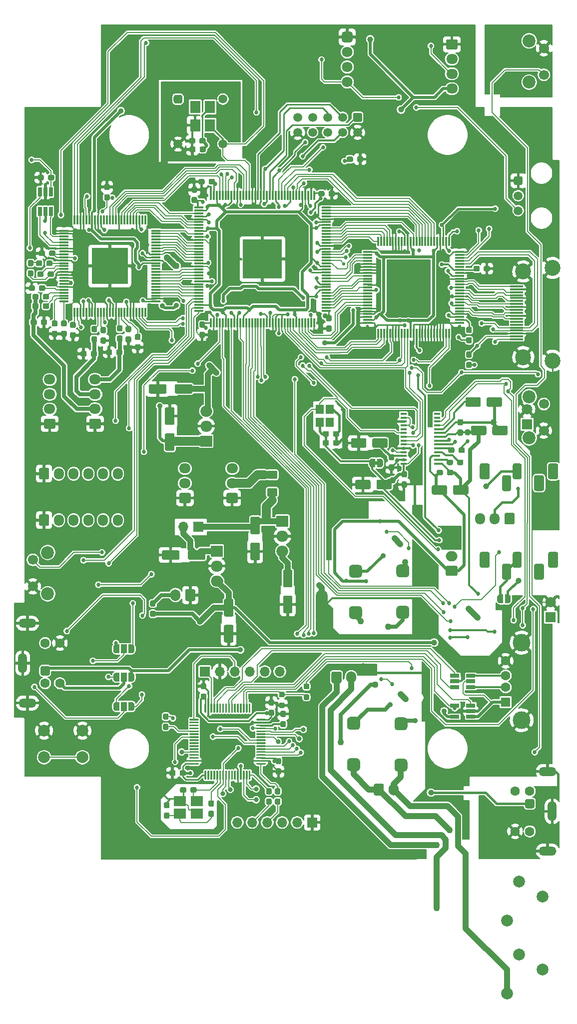
<source format=gtl>
%TF.GenerationSoftware,KiCad,Pcbnew,(5.1.9-0-10_14)*%
%TF.CreationDate,2021-06-06T00:02:42+09:00*%
%TF.ProjectId,ossc_board,6f737363-5f62-46f6-9172-642e6b696361,rev?*%
%TF.SameCoordinates,Original*%
%TF.FileFunction,Copper,L1,Top*%
%TF.FilePolarity,Positive*%
%FSLAX46Y46*%
G04 Gerber Fmt 4.6, Leading zero omitted, Abs format (unit mm)*
G04 Created by KiCad (PCBNEW (5.1.9-0-10_14)) date 2021-06-06 00:02:42*
%MOMM*%
%LPD*%
G01*
G04 APERTURE LIST*
%TA.AperFunction,EtchedComponent*%
%ADD10C,0.150000*%
%TD*%
%TA.AperFunction,ComponentPad*%
%ADD11O,2.000000X1.905000*%
%TD*%
%TA.AperFunction,ComponentPad*%
%ADD12R,2.000000X1.905000*%
%TD*%
%TA.AperFunction,SMDPad,CuDef*%
%ADD13C,0.150000*%
%TD*%
%TA.AperFunction,SMDPad,CuDef*%
%ADD14C,0.800000*%
%TD*%
%TA.AperFunction,SMDPad,CuDef*%
%ADD15R,0.300000X1.600000*%
%TD*%
%TA.AperFunction,SMDPad,CuDef*%
%ADD16R,1.600000X0.300000*%
%TD*%
%TA.AperFunction,SMDPad,CuDef*%
%ADD17R,6.200000X6.200000*%
%TD*%
%TA.AperFunction,ComponentPad*%
%ADD18C,0.690000*%
%TD*%
%TA.AperFunction,ComponentPad*%
%ADD19C,2.400000*%
%TD*%
%TA.AperFunction,SMDPad,CuDef*%
%ADD20R,6.700000X6.700000*%
%TD*%
%TA.AperFunction,ComponentPad*%
%ADD21C,2.600000*%
%TD*%
%TA.AperFunction,ComponentPad*%
%ADD22C,1.500000*%
%TD*%
%TA.AperFunction,ComponentPad*%
%ADD23C,1.600000*%
%TD*%
%TA.AperFunction,ComponentPad*%
%ADD24O,3.000000X1.500000*%
%TD*%
%TA.AperFunction,ComponentPad*%
%ADD25O,1.500000X3.400000*%
%TD*%
%TA.AperFunction,ComponentPad*%
%ADD26C,2.000000*%
%TD*%
%TA.AperFunction,ComponentPad*%
%ADD27C,1.800000*%
%TD*%
%TA.AperFunction,ComponentPad*%
%ADD28O,1.950000X1.700000*%
%TD*%
%TA.AperFunction,SMDPad,CuDef*%
%ADD29C,2.000000*%
%TD*%
%TA.AperFunction,ComponentPad*%
%ADD30O,1.700000X2.000000*%
%TD*%
%TA.AperFunction,SMDPad,CuDef*%
%ADD31R,1.600000X0.400000*%
%TD*%
%TA.AperFunction,SMDPad,CuDef*%
%ADD32R,0.700000X0.200000*%
%TD*%
%TA.AperFunction,SMDPad,CuDef*%
%ADD33R,2.200000X0.300000*%
%TD*%
%TA.AperFunction,ComponentPad*%
%ADD34C,2.700000*%
%TD*%
%TA.AperFunction,SMDPad,CuDef*%
%ADD35R,1.800000X2.100000*%
%TD*%
%TA.AperFunction,ComponentPad*%
%ADD36O,1.700000X1.700000*%
%TD*%
%TA.AperFunction,ComponentPad*%
%ADD37R,1.700000X1.700000*%
%TD*%
%TA.AperFunction,SMDPad,CuDef*%
%ADD38R,1.350000X1.650000*%
%TD*%
%TA.AperFunction,SMDPad,CuDef*%
%ADD39R,2.100000X1.725000*%
%TD*%
%TA.AperFunction,SMDPad,CuDef*%
%ADD40R,1.000000X1.500000*%
%TD*%
%TA.AperFunction,ComponentPad*%
%ADD41C,1.506220*%
%TD*%
%TA.AperFunction,ComponentPad*%
%ADD42R,1.800000X1.800000*%
%TD*%
%TA.AperFunction,ComponentPad*%
%ADD43C,1.700000*%
%TD*%
%TA.AperFunction,ComponentPad*%
%ADD44C,2.200000*%
%TD*%
%TA.AperFunction,ComponentPad*%
%ADD45O,1.700000X1.950000*%
%TD*%
%TA.AperFunction,SMDPad,CuDef*%
%ADD46R,1.100000X0.400000*%
%TD*%
%TA.AperFunction,ComponentPad*%
%ADD47O,2.000000X1.700000*%
%TD*%
%TA.AperFunction,SMDPad,CuDef*%
%ADD48R,1.560000X0.650000*%
%TD*%
%TA.AperFunction,ComponentPad*%
%ADD49R,1.600000X1.600000*%
%TD*%
%TA.AperFunction,ComponentPad*%
%ADD50C,3.000000*%
%TD*%
%TA.AperFunction,SMDPad,CuDef*%
%ADD51R,0.650000X1.560000*%
%TD*%
%TA.AperFunction,ViaPad*%
%ADD52C,0.686000*%
%TD*%
%TA.AperFunction,ViaPad*%
%ADD53C,0.900000*%
%TD*%
%TA.AperFunction,ViaPad*%
%ADD54C,0.600000*%
%TD*%
%TA.AperFunction,ViaPad*%
%ADD55C,0.650000*%
%TD*%
%TA.AperFunction,ViaPad*%
%ADD56C,1.000000*%
%TD*%
%TA.AperFunction,ViaPad*%
%ADD57C,1.100000*%
%TD*%
%TA.AperFunction,Conductor*%
%ADD58C,0.200000*%
%TD*%
%TA.AperFunction,Conductor*%
%ADD59C,0.180000*%
%TD*%
%TA.AperFunction,Conductor*%
%ADD60C,0.220000*%
%TD*%
%TA.AperFunction,Conductor*%
%ADD61C,0.250000*%
%TD*%
%TA.AperFunction,Conductor*%
%ADD62C,0.500000*%
%TD*%
%TA.AperFunction,Conductor*%
%ADD63C,0.300000*%
%TD*%
%TA.AperFunction,Conductor*%
%ADD64C,0.400000*%
%TD*%
%TA.AperFunction,Conductor*%
%ADD65C,0.350000*%
%TD*%
%TA.AperFunction,Conductor*%
%ADD66C,1.000000*%
%TD*%
%TA.AperFunction,Conductor*%
%ADD67C,0.700000*%
%TD*%
%TA.AperFunction,Conductor*%
%ADD68C,1.500000*%
%TD*%
%TA.AperFunction,Conductor*%
%ADD69C,0.640000*%
%TD*%
%TA.AperFunction,Conductor*%
%ADD70C,0.150000*%
%TD*%
G04 APERTURE END LIST*
D10*
%TO.C,JP7*%
G36*
X98825100Y-106291100D02*
G01*
X98325100Y-106291100D01*
X98325100Y-106891100D01*
X98825100Y-106891100D01*
X98825100Y-106291100D01*
G37*
%TO.C,NT1*%
G36*
X90336880Y-129033520D02*
G01*
X90336880Y-133033520D01*
X88336880Y-133033520D01*
X88336880Y-129033520D01*
X90336880Y-129033520D01*
G37*
%TD*%
%TO.P,C183,2*%
%TO.N,GND*%
%TA.AperFunction,SMDPad,CuDef*%
G36*
G01*
X64138900Y-100138000D02*
X63038900Y-100138000D01*
G75*
G02*
X62788900Y-99888000I0J250000D01*
G01*
X62788900Y-97388000D01*
G75*
G02*
X63038900Y-97138000I250000J0D01*
G01*
X64138900Y-97138000D01*
G75*
G02*
X64388900Y-97388000I0J-250000D01*
G01*
X64388900Y-99888000D01*
G75*
G02*
X64138900Y-100138000I-250000J0D01*
G01*
G37*
%TD.AperFunction*%
%TO.P,C183,1*%
%TO.N,/hdmitx1/5V*%
%TA.AperFunction,SMDPad,CuDef*%
G36*
G01*
X64138900Y-104538000D02*
X63038900Y-104538000D01*
G75*
G02*
X62788900Y-104288000I0J250000D01*
G01*
X62788900Y-101788000D01*
G75*
G02*
X63038900Y-101538000I250000J0D01*
G01*
X64138900Y-101538000D01*
G75*
G02*
X64388900Y-101788000I0J-250000D01*
G01*
X64388900Y-104288000D01*
G75*
G02*
X64138900Y-104538000I-250000J0D01*
G01*
G37*
%TD.AperFunction*%
%TD*%
D11*
%TO.P,U33,3*%
%TO.N,/soundbox/5VDC_STBY*%
X71577200Y-126580900D03*
%TO.P,U33,2*%
%TO.N,GND*%
X71577200Y-124040900D03*
D12*
%TO.P,U33,1*%
%TO.N,Net-(C179-Pad2)*%
X71577200Y-121500900D03*
%TD*%
%TO.P,C182,2*%
%TO.N,GND*%
%TA.AperFunction,SMDPad,CuDef*%
G36*
G01*
X73033800Y-133999200D02*
X74133800Y-133999200D01*
G75*
G02*
X74383800Y-134249200I0J-250000D01*
G01*
X74383800Y-136749200D01*
G75*
G02*
X74133800Y-136999200I-250000J0D01*
G01*
X73033800Y-136999200D01*
G75*
G02*
X72783800Y-136749200I0J250000D01*
G01*
X72783800Y-134249200D01*
G75*
G02*
X73033800Y-133999200I250000J0D01*
G01*
G37*
%TD.AperFunction*%
%TO.P,C182,1*%
%TO.N,/soundbox/5VDC_STBY*%
%TA.AperFunction,SMDPad,CuDef*%
G36*
G01*
X73033800Y-129599200D02*
X74133800Y-129599200D01*
G75*
G02*
X74383800Y-129849200I0J-250000D01*
G01*
X74383800Y-132349200D01*
G75*
G02*
X74133800Y-132599200I-250000J0D01*
G01*
X73033800Y-132599200D01*
G75*
G02*
X72783800Y-132349200I0J250000D01*
G01*
X72783800Y-129849200D01*
G75*
G02*
X73033800Y-129599200I250000J0D01*
G01*
G37*
%TD.AperFunction*%
%TD*%
%TO.P,C180,2*%
%TO.N,GND*%
%TA.AperFunction,SMDPad,CuDef*%
G36*
G01*
X65251100Y-121624000D02*
X65251100Y-122724000D01*
G75*
G02*
X65001100Y-122974000I-250000J0D01*
G01*
X62501100Y-122974000D01*
G75*
G02*
X62251100Y-122724000I0J250000D01*
G01*
X62251100Y-121624000D01*
G75*
G02*
X62501100Y-121374000I250000J0D01*
G01*
X65001100Y-121374000D01*
G75*
G02*
X65251100Y-121624000I0J-250000D01*
G01*
G37*
%TD.AperFunction*%
%TO.P,C180,1*%
%TO.N,Net-(C179-Pad2)*%
%TA.AperFunction,SMDPad,CuDef*%
G36*
G01*
X69651100Y-121624000D02*
X69651100Y-122724000D01*
G75*
G02*
X69401100Y-122974000I-250000J0D01*
G01*
X66901100Y-122974000D01*
G75*
G02*
X66651100Y-122724000I0J250000D01*
G01*
X66651100Y-121624000D01*
G75*
G02*
X66901100Y-121374000I250000J0D01*
G01*
X69401100Y-121374000D01*
G75*
G02*
X69651100Y-121624000I0J-250000D01*
G01*
G37*
%TD.AperFunction*%
%TD*%
%TO.P,C178,2*%
%TO.N,GND*%
%TA.AperFunction,SMDPad,CuDef*%
G36*
G01*
X63054000Y-93480800D02*
X63054000Y-94580800D01*
G75*
G02*
X62804000Y-94830800I-250000J0D01*
G01*
X60304000Y-94830800D01*
G75*
G02*
X60054000Y-94580800I0J250000D01*
G01*
X60054000Y-93480800D01*
G75*
G02*
X60304000Y-93230800I250000J0D01*
G01*
X62804000Y-93230800D01*
G75*
G02*
X63054000Y-93480800I0J-250000D01*
G01*
G37*
%TD.AperFunction*%
%TO.P,C178,1*%
%TO.N,VCC*%
%TA.AperFunction,SMDPad,CuDef*%
G36*
G01*
X67454000Y-93480800D02*
X67454000Y-94580800D01*
G75*
G02*
X67204000Y-94830800I-250000J0D01*
G01*
X64704000Y-94830800D01*
G75*
G02*
X64454000Y-94580800I0J250000D01*
G01*
X64454000Y-93480800D01*
G75*
G02*
X64704000Y-93230800I250000J0D01*
G01*
X67204000Y-93230800D01*
G75*
G02*
X67454000Y-93480800I0J-250000D01*
G01*
G37*
%TD.AperFunction*%
%TD*%
%TO.P,R55,2*%
%TO.N,Net-(R54-Pad1)*%
%TA.AperFunction,SMDPad,CuDef*%
G36*
G01*
X82823060Y-146300640D02*
X82348060Y-146300640D01*
G75*
G02*
X82110560Y-146063140I0J237500D01*
G01*
X82110560Y-145563140D01*
G75*
G02*
X82348060Y-145325640I237500J0D01*
G01*
X82823060Y-145325640D01*
G75*
G02*
X83060560Y-145563140I0J-237500D01*
G01*
X83060560Y-146063140D01*
G75*
G02*
X82823060Y-146300640I-237500J0D01*
G01*
G37*
%TD.AperFunction*%
%TO.P,R55,1*%
%TO.N,GND*%
%TA.AperFunction,SMDPad,CuDef*%
G36*
G01*
X82823060Y-148125640D02*
X82348060Y-148125640D01*
G75*
G02*
X82110560Y-147888140I0J237500D01*
G01*
X82110560Y-147388140D01*
G75*
G02*
X82348060Y-147150640I237500J0D01*
G01*
X82823060Y-147150640D01*
G75*
G02*
X83060560Y-147388140I0J-237500D01*
G01*
X83060560Y-147888140D01*
G75*
G02*
X82823060Y-148125640I-237500J0D01*
G01*
G37*
%TD.AperFunction*%
%TD*%
%TO.P,R54,2*%
%TO.N,/soundbox/AMP_SHUTDOWN*%
%TA.AperFunction,SMDPad,CuDef*%
G36*
G01*
X86993740Y-144913800D02*
X86518740Y-144913800D01*
G75*
G02*
X86281240Y-144676300I0J237500D01*
G01*
X86281240Y-144176300D01*
G75*
G02*
X86518740Y-143938800I237500J0D01*
G01*
X86993740Y-143938800D01*
G75*
G02*
X87231240Y-144176300I0J-237500D01*
G01*
X87231240Y-144676300D01*
G75*
G02*
X86993740Y-144913800I-237500J0D01*
G01*
G37*
%TD.AperFunction*%
%TO.P,R54,1*%
%TO.N,Net-(R54-Pad1)*%
%TA.AperFunction,SMDPad,CuDef*%
G36*
G01*
X86993740Y-146738800D02*
X86518740Y-146738800D01*
G75*
G02*
X86281240Y-146501300I0J237500D01*
G01*
X86281240Y-146001300D01*
G75*
G02*
X86518740Y-145763800I237500J0D01*
G01*
X86993740Y-145763800D01*
G75*
G02*
X87231240Y-146001300I0J-237500D01*
G01*
X87231240Y-146501300D01*
G75*
G02*
X86993740Y-146738800I-237500J0D01*
G01*
G37*
%TD.AperFunction*%
%TD*%
D11*
%TO.P,U5,3*%
%TO.N,VCC*%
X69761100Y-97802700D03*
%TO.P,U5,2*%
%TO.N,GND*%
X69761100Y-100342700D03*
D12*
%TO.P,U5,1*%
%TO.N,/hdmitx1/5V*%
X69761100Y-102882700D03*
%TD*%
%TA.AperFunction,SMDPad,CuDef*%
D13*
%TO.P,JP7,1*%
%TO.N,/soundbox/A_DVDD*%
G36*
X98425100Y-107341100D02*
G01*
X97925100Y-107341100D01*
X97925100Y-107340498D01*
X97900566Y-107340498D01*
X97851735Y-107335688D01*
X97803610Y-107326116D01*
X97756655Y-107311872D01*
X97711322Y-107293095D01*
X97668049Y-107269964D01*
X97627250Y-107242704D01*
X97589321Y-107211576D01*
X97554624Y-107176879D01*
X97523496Y-107138950D01*
X97496236Y-107098151D01*
X97473105Y-107054878D01*
X97454328Y-107009545D01*
X97440084Y-106962590D01*
X97430512Y-106914465D01*
X97425702Y-106865634D01*
X97425702Y-106841100D01*
X97425100Y-106841100D01*
X97425100Y-106341100D01*
X97425702Y-106341100D01*
X97425702Y-106316566D01*
X97430512Y-106267735D01*
X97440084Y-106219610D01*
X97454328Y-106172655D01*
X97473105Y-106127322D01*
X97496236Y-106084049D01*
X97523496Y-106043250D01*
X97554624Y-106005321D01*
X97589321Y-105970624D01*
X97627250Y-105939496D01*
X97668049Y-105912236D01*
X97711322Y-105889105D01*
X97756655Y-105870328D01*
X97803610Y-105856084D01*
X97851735Y-105846512D01*
X97900566Y-105841702D01*
X97925100Y-105841702D01*
X97925100Y-105841100D01*
X98425100Y-105841100D01*
X98425100Y-107341100D01*
G37*
%TD.AperFunction*%
%TA.AperFunction,SMDPad,CuDef*%
%TO.P,JP7,2*%
%TO.N,Net-(JP7-Pad2)*%
G36*
X99225100Y-105841702D02*
G01*
X99249634Y-105841702D01*
X99298465Y-105846512D01*
X99346590Y-105856084D01*
X99393545Y-105870328D01*
X99438878Y-105889105D01*
X99482151Y-105912236D01*
X99522950Y-105939496D01*
X99560879Y-105970624D01*
X99595576Y-106005321D01*
X99626704Y-106043250D01*
X99653964Y-106084049D01*
X99677095Y-106127322D01*
X99695872Y-106172655D01*
X99710116Y-106219610D01*
X99719688Y-106267735D01*
X99724498Y-106316566D01*
X99724498Y-106341100D01*
X99725100Y-106341100D01*
X99725100Y-106841100D01*
X99724498Y-106841100D01*
X99724498Y-106865634D01*
X99719688Y-106914465D01*
X99710116Y-106962590D01*
X99695872Y-107009545D01*
X99677095Y-107054878D01*
X99653964Y-107098151D01*
X99626704Y-107138950D01*
X99595576Y-107176879D01*
X99560879Y-107211576D01*
X99522950Y-107242704D01*
X99482151Y-107269964D01*
X99438878Y-107293095D01*
X99393545Y-107311872D01*
X99346590Y-107326116D01*
X99298465Y-107335688D01*
X99249634Y-107340498D01*
X99225100Y-107340498D01*
X99225100Y-107341100D01*
X98725100Y-107341100D01*
X98725100Y-105841100D01*
X99225100Y-105841100D01*
X99225100Y-105841702D01*
G37*
%TD.AperFunction*%
%TD*%
D14*
%TO.P,J30,1*%
%TO.N,Net-(J30-Pad1)*%
X86233000Y-151726900D03*
%TD*%
%TO.P,R52,2*%
%TO.N,/soundbox/URT2_RX*%
%TA.AperFunction,SMDPad,CuDef*%
G36*
G01*
X81639400Y-163430700D02*
X82114400Y-163430700D01*
G75*
G02*
X82351900Y-163668200I0J-237500D01*
G01*
X82351900Y-164243200D01*
G75*
G02*
X82114400Y-164480700I-237500J0D01*
G01*
X81639400Y-164480700D01*
G75*
G02*
X81401900Y-164243200I0J237500D01*
G01*
X81401900Y-163668200D01*
G75*
G02*
X81639400Y-163430700I237500J0D01*
G01*
G37*
%TD.AperFunction*%
%TO.P,R52,1*%
%TO.N,Net-(R52-Pad1)*%
%TA.AperFunction,SMDPad,CuDef*%
G36*
G01*
X81639400Y-161680700D02*
X82114400Y-161680700D01*
G75*
G02*
X82351900Y-161918200I0J-237500D01*
G01*
X82351900Y-162493200D01*
G75*
G02*
X82114400Y-162730700I-237500J0D01*
G01*
X81639400Y-162730700D01*
G75*
G02*
X81401900Y-162493200I0J237500D01*
G01*
X81401900Y-161918200D01*
G75*
G02*
X81639400Y-161680700I237500J0D01*
G01*
G37*
%TD.AperFunction*%
%TD*%
%TO.P,R51,2*%
%TO.N,/soundbox/URT2_TX*%
%TA.AperFunction,SMDPad,CuDef*%
G36*
G01*
X80153500Y-163430700D02*
X80628500Y-163430700D01*
G75*
G02*
X80866000Y-163668200I0J-237500D01*
G01*
X80866000Y-164243200D01*
G75*
G02*
X80628500Y-164480700I-237500J0D01*
G01*
X80153500Y-164480700D01*
G75*
G02*
X79916000Y-164243200I0J237500D01*
G01*
X79916000Y-163668200D01*
G75*
G02*
X80153500Y-163430700I237500J0D01*
G01*
G37*
%TD.AperFunction*%
%TO.P,R51,1*%
%TO.N,Net-(R51-Pad1)*%
%TA.AperFunction,SMDPad,CuDef*%
G36*
G01*
X80153500Y-161680700D02*
X80628500Y-161680700D01*
G75*
G02*
X80866000Y-161918200I0J-237500D01*
G01*
X80866000Y-162493200D01*
G75*
G02*
X80628500Y-162730700I-237500J0D01*
G01*
X80153500Y-162730700D01*
G75*
G02*
X79916000Y-162493200I0J237500D01*
G01*
X79916000Y-161918200D01*
G75*
G02*
X80153500Y-161680700I237500J0D01*
G01*
G37*
%TD.AperFunction*%
%TD*%
D15*
%TO.P,U1,1*%
%TO.N,Net-(C11-Pad2)*%
X47435000Y-81030800D03*
%TO.P,U1,2*%
%TO.N,Net-(C103-Pad2)*%
X47935000Y-81030800D03*
%TO.P,U1,3*%
%TO.N,GND*%
X48435000Y-81030800D03*
%TO.P,U1,4*%
%TO.N,/tvp_board1/AVDD_F*%
X48935000Y-81030800D03*
%TO.P,U1,5*%
%TO.N,GND*%
X49435000Y-81030800D03*
%TO.P,U1,6*%
%TO.N,/tvp_board1/AVDD_F*%
X49935000Y-81030800D03*
%TO.P,U1,7*%
X50435000Y-81030800D03*
%TO.P,U1,8*%
%TO.N,GND*%
X50935000Y-81030800D03*
%TO.P,U1,9*%
%TO.N,Net-(C1-Pad2)*%
X51435000Y-81030800D03*
%TO.P,U1,10*%
%TO.N,Net-(C104-Pad2)*%
X51935000Y-81030800D03*
%TO.P,U1,11*%
%TO.N,Net-(C76-Pad2)*%
X52435000Y-81030800D03*
%TO.P,U1,12*%
%TO.N,GND*%
X52935000Y-81030800D03*
%TO.P,U1,13*%
%TO.N,/hdmitx1/AVDD3V3*%
X53435000Y-81030800D03*
%TO.P,U1,14*%
X53935000Y-81030800D03*
%TO.P,U1,15*%
%TO.N,GND*%
X54435000Y-81030800D03*
%TO.P,U1,16*%
%TO.N,Net-(C2-Pad2)*%
X54935000Y-81030800D03*
%TO.P,U1,17*%
%TO.N,Net-(C105-Pad2)*%
X55435000Y-81030800D03*
%TO.P,U1,18*%
%TO.N,Net-(C100-Pad2)*%
X55935000Y-81030800D03*
%TO.P,U1,19*%
%TO.N,/tvp_board1/AVDD_F*%
X56435000Y-81030800D03*
%TO.P,U1,20*%
%TO.N,GND*%
X56935000Y-81030800D03*
%TO.P,U1,21*%
X57435000Y-81030800D03*
%TO.P,U1,22*%
%TO.N,/tvp_board1/FID*%
X57935000Y-81030800D03*
%TO.P,U1,23*%
%TO.N,/tvp_board1/VSYNC*%
X58435000Y-81030800D03*
%TO.P,U1,24*%
%TO.N,/tvp_board1/HSYNC*%
X58935000Y-81030800D03*
%TO.P,U1,25*%
%TO.N,Net-(U1-Pad25)*%
X59435000Y-81030800D03*
D16*
%TO.P,U1,26*%
%TO.N,VCC*%
X61235000Y-79230800D03*
%TO.P,U1,27*%
%TO.N,GND*%
X61235000Y-78730800D03*
%TO.P,U1,28*%
%TO.N,/tvp_board1/PCLK*%
X61235000Y-78230800D03*
%TO.P,U1,29*%
%TO.N,/tvp_board1/B7*%
X61235000Y-77730800D03*
%TO.P,U1,30*%
%TO.N,/tvp_board1/B6*%
X61235000Y-77230800D03*
%TO.P,U1,31*%
%TO.N,/tvp_board1/B5*%
X61235000Y-76730800D03*
%TO.P,U1,32*%
%TO.N,/tvp_board1/B4*%
X61235000Y-76230800D03*
%TO.P,U1,33*%
%TO.N,/tvp_board1/B3*%
X61235000Y-75730800D03*
%TO.P,U1,34*%
%TO.N,/tvp_board1/B2*%
X61235000Y-75230800D03*
%TO.P,U1,35*%
%TO.N,/tvp_board1/B1*%
X61235000Y-74730800D03*
%TO.P,U1,36*%
%TO.N,/tvp_board1/B0*%
X61235000Y-74230800D03*
%TO.P,U1,37*%
%TO.N,Net-(U1-Pad37)*%
X61235000Y-73730800D03*
%TO.P,U1,38*%
%TO.N,Net-(U1-Pad38)*%
X61235000Y-73230800D03*
%TO.P,U1,39*%
%TO.N,/tvp_board1/DVDD*%
X61235000Y-72730800D03*
%TO.P,U1,40*%
%TO.N,GND*%
X61235000Y-72230800D03*
%TO.P,U1,41*%
%TO.N,VCC*%
X61235000Y-71730800D03*
%TO.P,U1,42*%
%TO.N,GND*%
X61235000Y-71230800D03*
%TO.P,U1,43*%
%TO.N,/tvp_board1/G7*%
X61235000Y-70730800D03*
%TO.P,U1,44*%
%TO.N,/tvp_board1/G6*%
X61235000Y-70230800D03*
%TO.P,U1,45*%
%TO.N,/tvp_board1/G5*%
X61235000Y-69730800D03*
%TO.P,U1,46*%
%TO.N,/tvp_board1/G4*%
X61235000Y-69230800D03*
%TO.P,U1,47*%
%TO.N,/tvp_board1/G3*%
X61235000Y-68730800D03*
%TO.P,U1,48*%
%TO.N,/tvp_board1/G2*%
X61235000Y-68230800D03*
%TO.P,U1,49*%
%TO.N,/tvp_board1/G1*%
X61235000Y-67730800D03*
%TO.P,U1,50*%
%TO.N,/tvp_board1/G0*%
X61235000Y-67230800D03*
D15*
%TO.P,U1,51*%
%TO.N,Net-(U1-Pad51)*%
X59435000Y-65430800D03*
%TO.P,U1,52*%
%TO.N,Net-(U1-Pad52)*%
X58935000Y-65430800D03*
%TO.P,U1,53*%
%TO.N,VCC*%
X58435000Y-65430800D03*
%TO.P,U1,54*%
%TO.N,GND*%
X57935000Y-65430800D03*
%TO.P,U1,55*%
%TO.N,/tvp_board1/R7*%
X57435000Y-65430800D03*
%TO.P,U1,56*%
%TO.N,/tvp_board1/R6*%
X56935000Y-65430800D03*
%TO.P,U1,57*%
%TO.N,/tvp_board1/R5*%
X56435000Y-65430800D03*
%TO.P,U1,58*%
%TO.N,/tvp_board1/R4*%
X55935000Y-65430800D03*
%TO.P,U1,59*%
%TO.N,/tvp_board1/R3*%
X55435000Y-65430800D03*
%TO.P,U1,60*%
%TO.N,GND*%
X54935000Y-65430800D03*
%TO.P,U1,61*%
%TO.N,/tvp_board1/R2*%
X54435000Y-65430800D03*
%TO.P,U1,62*%
%TO.N,/tvp_board1/R1*%
X53935000Y-65430800D03*
%TO.P,U1,63*%
%TO.N,/tvp_board1/R0*%
X53435000Y-65430800D03*
%TO.P,U1,64*%
%TO.N,Net-(U1-Pad64)*%
X52935000Y-65430800D03*
%TO.P,U1,65*%
%TO.N,Net-(U1-Pad65)*%
X52435000Y-65430800D03*
%TO.P,U1,66*%
%TO.N,VCC*%
X51935000Y-65430800D03*
%TO.P,U1,67*%
%TO.N,GND*%
X51435000Y-65430800D03*
%TO.P,U1,68*%
X50935000Y-65430800D03*
%TO.P,U1,69*%
%TO.N,/tvp_board1/DVDD*%
X50435000Y-65430800D03*
%TO.P,U1,70*%
%TO.N,GND*%
X49935000Y-65430800D03*
%TO.P,U1,71*%
%TO.N,/soundbox/N_RESET*%
X49435000Y-65430800D03*
%TO.P,U1,72*%
%TO.N,GND*%
X48935000Y-65430800D03*
%TO.P,U1,73*%
X48435000Y-65430800D03*
%TO.P,U1,74*%
%TO.N,/fpga1/SCL*%
X47935000Y-65430800D03*
%TO.P,U1,75*%
%TO.N,/fpga1/SDA*%
X47435000Y-65430800D03*
D16*
%TO.P,U1,76*%
%TO.N,GND*%
X45635000Y-67230800D03*
%TO.P,U1,77*%
X45635000Y-67730800D03*
%TO.P,U1,78*%
%TO.N,/tvp_board1/RGB3_VS_B*%
X45635000Y-68230800D03*
%TO.P,U1,79*%
%TO.N,GND*%
X45635000Y-68730800D03*
%TO.P,U1,80*%
%TO.N,/fpga1/CLK27*%
X45635000Y-69230800D03*
%TO.P,U1,81*%
%TO.N,/tvp_board1/RGB3_HS_B*%
X45635000Y-69730800D03*
%TO.P,U1,82*%
%TO.N,GND*%
X45635000Y-70230800D03*
%TO.P,U1,83*%
X45635000Y-70730800D03*
%TO.P,U1,84*%
%TO.N,Net-(C23-Pad1)*%
X45635000Y-71230800D03*
%TO.P,U1,85*%
X45635000Y-71730800D03*
%TO.P,U1,86*%
%TO.N,GND*%
X45635000Y-72230800D03*
%TO.P,U1,87*%
%TO.N,Net-(R11-Pad2)*%
X45635000Y-72730800D03*
%TO.P,U1,88*%
%TO.N,Net-(C19-Pad1)*%
X45635000Y-73230800D03*
%TO.P,U1,89*%
%TO.N,Net-(C19-Pad2)*%
X45635000Y-73730800D03*
%TO.P,U1,90*%
%TO.N,GND*%
X45635000Y-74230800D03*
%TO.P,U1,91*%
X45635000Y-74730800D03*
%TO.P,U1,92*%
X45635000Y-75230800D03*
%TO.P,U1,93*%
%TO.N,/hdmitx1/AVDD3V3*%
X45635000Y-75730800D03*
%TO.P,U1,94*%
X45635000Y-76230800D03*
%TO.P,U1,95*%
%TO.N,GND*%
X45635000Y-76730800D03*
%TO.P,U1,96*%
%TO.N,Net-(C17-Pad2)*%
X45635000Y-77230800D03*
%TO.P,U1,97*%
%TO.N,Net-(C16-Pad2)*%
X45635000Y-77730800D03*
%TO.P,U1,98*%
%TO.N,Net-(C15-Pad2)*%
X45635000Y-78230800D03*
%TO.P,U1,99*%
%TO.N,Net-(C13-Pad2)*%
X45635000Y-78730800D03*
%TO.P,U1,100*%
%TO.N,Net-(C106-Pad1)*%
X45635000Y-79230800D03*
D17*
%TO.P,U1,40*%
%TO.N,GND*%
X53435000Y-73230800D03*
D18*
X51035000Y-75630800D03*
X51035000Y-74830800D03*
X51035000Y-74030800D03*
X51035000Y-73230800D03*
X51035000Y-72430800D03*
X51035000Y-71630800D03*
X51035000Y-70830800D03*
X51835000Y-75630800D03*
X51835000Y-74830800D03*
X51835000Y-74030800D03*
X51835000Y-73230800D03*
X51835000Y-72430800D03*
X51835000Y-71630800D03*
X51835000Y-70830800D03*
X52635000Y-75630800D03*
X52635000Y-74830800D03*
X52635000Y-71630800D03*
X52635000Y-70830800D03*
X53435000Y-75630800D03*
X53435000Y-74830800D03*
X53435000Y-71630800D03*
X53435000Y-70830800D03*
X54235000Y-75630800D03*
X54235000Y-74830800D03*
X54235000Y-71630800D03*
X54235000Y-70830800D03*
X55035000Y-75630800D03*
X55035000Y-74830800D03*
X55035000Y-74030800D03*
X55035000Y-73230800D03*
X55035000Y-72430800D03*
X55035000Y-71630800D03*
X55035000Y-70830800D03*
X55835000Y-75630800D03*
X55835000Y-74830800D03*
X55835000Y-74030800D03*
X55835000Y-73230800D03*
X55835000Y-72430800D03*
X55835000Y-71630800D03*
X55835000Y-70830800D03*
D19*
X53435000Y-73230800D03*
%TD*%
D15*
%TO.P,U2,1*%
%TO.N,/fpga1/VCCD_PLL*%
X88050000Y-61233000D03*
%TO.P,U2,2*%
%TO.N,GND*%
X87550000Y-61233000D03*
%TO.P,U2,3*%
%TO.N,/fpga1/VCCA*%
X87050000Y-61233000D03*
%TO.P,U2,4*%
%TO.N,GND*%
X86550000Y-61233000D03*
%TO.P,U2,5*%
%TO.N,/fpga1/VCCINT*%
X86050000Y-61233000D03*
%TO.P,U2,6*%
%TO.N,/fpga1/ASDO*%
X85550000Y-61233000D03*
%TO.P,U2,7*%
%TO.N,/fpga1/HDMITX_R5*%
X85050000Y-61233000D03*
%TO.P,U2,8*%
%TO.N,/fpga1/nCSO*%
X84550000Y-61233000D03*
%TO.P,U2,9*%
%TO.N,Net-(R16-Pad2)*%
X84050000Y-61233000D03*
%TO.P,U2,10*%
%TO.N,/fpga1/HDMITX_R6*%
X83550000Y-61233000D03*
%TO.P,U2,11*%
%TO.N,/fpga1/HDMITX_R7*%
X83050000Y-61233000D03*
%TO.P,U2,12*%
%TO.N,/fpga1/DCLK*%
X82550000Y-61233000D03*
%TO.P,U2,13*%
%TO.N,/fpga1/DATA0*%
X82050000Y-61233000D03*
%TO.P,U2,14*%
%TO.N,Net-(R17-Pad1)*%
X81550000Y-61233000D03*
%TO.P,U2,15*%
%TO.N,/fpga1/TDI*%
X81050000Y-61233000D03*
%TO.P,U2,16*%
%TO.N,/fpga1/TCK*%
X80550000Y-61233000D03*
%TO.P,U2,17*%
%TO.N,VCC*%
X80050000Y-61233000D03*
%TO.P,U2,18*%
%TO.N,/fpga1/TMS*%
X79550000Y-61233000D03*
%TO.P,U2,19*%
%TO.N,GND*%
X79050000Y-61233000D03*
%TO.P,U2,20*%
%TO.N,/fpga1/TDO*%
X78550000Y-61233000D03*
%TO.P,U2,21*%
%TO.N,GND*%
X78050000Y-61233000D03*
%TO.P,U2,22*%
X77550000Y-61233000D03*
%TO.P,U2,23*%
%TO.N,/fpga1/CLK27*%
X77050000Y-61233000D03*
%TO.P,U2,24*%
%TO.N,/tvp_board1/R0*%
X76550000Y-61233000D03*
%TO.P,U2,25*%
%TO.N,/tvp_board1/R1*%
X76050000Y-61233000D03*
%TO.P,U2,26*%
%TO.N,VCC*%
X75550000Y-61233000D03*
%TO.P,U2,27*%
%TO.N,GND*%
X75050000Y-61233000D03*
%TO.P,U2,28*%
%TO.N,/tvp_board1/R2*%
X74550000Y-61233000D03*
%TO.P,U2,29*%
%TO.N,/fpga1/VCCINT*%
X74050000Y-61233000D03*
%TO.P,U2,30*%
%TO.N,/soundbox/SPDIF*%
X73550000Y-61233000D03*
%TO.P,U2,31*%
%TO.N,/fpga1/SDA*%
X73050000Y-61233000D03*
%TO.P,U2,32*%
%TO.N,/fpga1/SCL*%
X72550000Y-61233000D03*
%TO.P,U2,33*%
%TO.N,/tvp_board1/R3*%
X72050000Y-61233000D03*
%TO.P,U2,34*%
%TO.N,/fpga1/VCCINT*%
X71550000Y-61233000D03*
%TO.P,U2,35*%
%TO.N,/fpga1/VCCA*%
X71050000Y-61233000D03*
%TO.P,U2,36*%
%TO.N,GND*%
X70550000Y-61233000D03*
D16*
%TO.P,U2,37*%
%TO.N,/fpga1/VCCD_PLL*%
X68500000Y-63283000D03*
%TO.P,U2,38*%
%TO.N,/fpga1/VCCINT*%
X68500000Y-63783000D03*
%TO.P,U2,39*%
%TO.N,/tvp_board1/R4*%
X68500000Y-64283000D03*
%TO.P,U2,40*%
%TO.N,VCC*%
X68500000Y-64783000D03*
%TO.P,U2,41*%
%TO.N,GND*%
X68500000Y-65283000D03*
%TO.P,U2,42*%
%TO.N,/tvp_board1/R5*%
X68500000Y-65783000D03*
%TO.P,U2,43*%
%TO.N,/tvp_board1/R6*%
X68500000Y-66283000D03*
%TO.P,U2,44*%
%TO.N,/tvp_board1/R7*%
X68500000Y-66783000D03*
%TO.P,U2,45*%
%TO.N,/fpga1/VCCINT*%
X68500000Y-67283000D03*
%TO.P,U2,46*%
%TO.N,/tvp_board1/G0*%
X68500000Y-67783000D03*
%TO.P,U2,47*%
%TO.N,VCC*%
X68500000Y-68283000D03*
%TO.P,U2,48*%
%TO.N,GND*%
X68500000Y-68783000D03*
%TO.P,U2,49*%
%TO.N,/tvp_board1/G1*%
X68500000Y-69283000D03*
%TO.P,U2,50*%
%TO.N,/tvp_board1/G2*%
X68500000Y-69783000D03*
%TO.P,U2,51*%
%TO.N,/tvp_board1/G3*%
X68500000Y-70283000D03*
%TO.P,U2,52*%
%TO.N,/tvp_board1/G4*%
X68500000Y-70783000D03*
%TO.P,U2,53*%
%TO.N,/tvp_board1/G5*%
X68500000Y-71283000D03*
%TO.P,U2,54*%
%TO.N,/tvp_board1/G6*%
X68500000Y-71783000D03*
%TO.P,U2,55*%
%TO.N,/tvp_board1/G7*%
X68500000Y-72283000D03*
%TO.P,U2,56*%
%TO.N,VCC*%
X68500000Y-72783000D03*
%TO.P,U2,57*%
%TO.N,GND*%
X68500000Y-73283000D03*
%TO.P,U2,58*%
%TO.N,/tvp_board1/B0*%
X68500000Y-73783000D03*
%TO.P,U2,59*%
%TO.N,/tvp_board1/B1*%
X68500000Y-74283000D03*
%TO.P,U2,60*%
%TO.N,/tvp_board1/B2*%
X68500000Y-74783000D03*
%TO.P,U2,61*%
%TO.N,/tvp_board1/B3*%
X68500000Y-75283000D03*
%TO.P,U2,62*%
%TO.N,VCC*%
X68500000Y-75783000D03*
%TO.P,U2,63*%
%TO.N,GND*%
X68500000Y-76283000D03*
%TO.P,U2,64*%
%TO.N,/tvp_board1/B4*%
X68500000Y-76783000D03*
%TO.P,U2,65*%
%TO.N,/tvp_board1/B5*%
X68500000Y-77283000D03*
%TO.P,U2,66*%
%TO.N,/tvp_board1/B6*%
X68500000Y-77783000D03*
%TO.P,U2,67*%
%TO.N,/tvp_board1/B7*%
X68500000Y-78283000D03*
%TO.P,U2,68*%
%TO.N,/fpga1/MonCLKin*%
X68500000Y-78783000D03*
%TO.P,U2,69*%
%TO.N,/fpga1/ToMon*%
X68500000Y-79283000D03*
%TO.P,U2,70*%
%TO.N,/fpga1/VCCINT*%
X68500000Y-79783000D03*
%TO.P,U2,71*%
%TO.N,/fpga1/FromMon*%
X68500000Y-80283000D03*
%TO.P,U2,72*%
%TO.N,/fpga1/ToKBD*%
X68500000Y-80783000D03*
D15*
%TO.P,U2,73*%
%TO.N,/fpga1/VCCD_PLL*%
X70550000Y-82833000D03*
%TO.P,U2,74*%
%TO.N,GND*%
X71050000Y-82833000D03*
%TO.P,U2,75*%
%TO.N,/fpga1/VCCA*%
X71550000Y-82833000D03*
%TO.P,U2,76*%
%TO.N,/soundbox/N_RESET*%
X72050000Y-82833000D03*
%TO.P,U2,77*%
%TO.N,/MC_MOSI*%
X72550000Y-82833000D03*
%TO.P,U2,78*%
%TO.N,/fpga1/VCCINT*%
X73050000Y-82833000D03*
%TO.P,U2,79*%
%TO.N,GND*%
X73550000Y-82833000D03*
%TO.P,U2,80*%
%TO.N,/MC_MISO*%
X74050000Y-82833000D03*
%TO.P,U2,81*%
%TO.N,VCC*%
X74550000Y-82833000D03*
%TO.P,U2,82*%
%TO.N,GND*%
X75050000Y-82833000D03*
%TO.P,U2,83*%
%TO.N,/MC_SCK*%
X75550000Y-82833000D03*
%TO.P,U2,84*%
%TO.N,/fpga1/VCCINT*%
X76050000Y-82833000D03*
%TO.P,U2,85*%
%TO.N,/MC_SS*%
X76550000Y-82833000D03*
%TO.P,U2,86*%
%TO.N,/soundbox/MIC_BCLK*%
X77050000Y-82833000D03*
%TO.P,U2,87*%
%TO.N,/soundbox/MIC_LRCK*%
X77550000Y-82833000D03*
%TO.P,U2,88*%
%TO.N,/soundbox/MIC_DATA*%
X78050000Y-82833000D03*
%TO.P,U2,89*%
%TO.N,/tvp_board1/PCLK*%
X78550000Y-82833000D03*
%TO.P,U2,90*%
%TO.N,/tvp_board1/HSYNC*%
X79050000Y-82833000D03*
%TO.P,U2,91*%
%TO.N,/tvp_board1/VSYNC*%
X79550000Y-82833000D03*
%TO.P,U2,92*%
%TO.N,Net-(R18-Pad2)*%
X80050000Y-82833000D03*
%TO.P,U2,93*%
%TO.N,VCC*%
X80550000Y-82833000D03*
%TO.P,U2,94*%
%TO.N,GND*%
X81050000Y-82833000D03*
%TO.P,U2,95*%
X81550000Y-82833000D03*
%TO.P,U2,96*%
%TO.N,/fpga1/VCCA*%
X82050000Y-82833000D03*
%TO.P,U2,97*%
%TO.N,GND*%
X82550000Y-82833000D03*
%TO.P,U2,98*%
%TO.N,/fpga1/AudioOut_BCK*%
X83050000Y-82833000D03*
%TO.P,U2,99*%
%TO.N,/fpga1/AudioOut_LRCK*%
X83550000Y-82833000D03*
%TO.P,U2,100*%
%TO.N,/fpga1/AudioOut_Data*%
X84050000Y-82833000D03*
%TO.P,U2,101*%
%TO.N,/fpga1/HDMITX_VSYNC*%
X84550000Y-82833000D03*
%TO.P,U2,102*%
%TO.N,/fpga1/VCCINT*%
X85050000Y-82833000D03*
%TO.P,U2,103*%
%TO.N,/fpga1/HDMITX_HSYNC*%
X85550000Y-82833000D03*
%TO.P,U2,104*%
%TO.N,/hdmitx1/DE*%
X86050000Y-82833000D03*
%TO.P,U2,105*%
%TO.N,/hdmitx1/B0*%
X86550000Y-82833000D03*
%TO.P,U2,106*%
%TO.N,/hdmitx1/B1*%
X87050000Y-82833000D03*
%TO.P,U2,107*%
%TO.N,/fpga1/VCCA*%
X87550000Y-82833000D03*
%TO.P,U2,108*%
%TO.N,GND*%
X88050000Y-82833000D03*
D16*
%TO.P,U2,109*%
%TO.N,/fpga1/VCCD_PLL*%
X90100000Y-80783000D03*
%TO.P,U2,110*%
%TO.N,/hdmitx1/B2*%
X90100000Y-80283000D03*
%TO.P,U2,111*%
%TO.N,/hdmitx1/B3*%
X90100000Y-79783000D03*
%TO.P,U2,112*%
%TO.N,/hdmitx1/B4*%
X90100000Y-79283000D03*
%TO.P,U2,113*%
%TO.N,/fpga1/HDMITX_PCLK*%
X90100000Y-78783000D03*
%TO.P,U2,114*%
%TO.N,/hdmitx1/B5*%
X90100000Y-78283000D03*
%TO.P,U2,115*%
%TO.N,/hdmitx1/B6*%
X90100000Y-77783000D03*
%TO.P,U2,116*%
%TO.N,/fpga1/VCCINT*%
X90100000Y-77283000D03*
%TO.P,U2,117*%
%TO.N,VCC*%
X90100000Y-76783000D03*
%TO.P,U2,118*%
%TO.N,GND*%
X90100000Y-76283000D03*
%TO.P,U2,119*%
%TO.N,/hdmitx1/B7*%
X90100000Y-75783000D03*
%TO.P,U2,120*%
%TO.N,/hdmitx1/G0*%
X90100000Y-75283000D03*
%TO.P,U2,121*%
%TO.N,/hdmitx1/G1*%
X90100000Y-74783000D03*
%TO.P,U2,122*%
%TO.N,VCC*%
X90100000Y-74283000D03*
%TO.P,U2,123*%
%TO.N,GND*%
X90100000Y-73783000D03*
%TO.P,U2,124*%
%TO.N,/fpga1/VCCINT*%
X90100000Y-73283000D03*
%TO.P,U2,125*%
%TO.N,/hdmitx1/G2*%
X90100000Y-72783000D03*
%TO.P,U2,126*%
%TO.N,/tvp_board1/FID*%
X90100000Y-72283000D03*
%TO.P,U2,127*%
%TO.N,/fpga1/AudioOut_MCLK*%
X90100000Y-71783000D03*
%TO.P,U2,128*%
%TO.N,/fpga1/FromKBD*%
X90100000Y-71283000D03*
%TO.P,U2,129*%
%TO.N,/fpga1/HDMITX_INT_N*%
X90100000Y-70783000D03*
%TO.P,U2,130*%
%TO.N,VCC*%
X90100000Y-70283000D03*
%TO.P,U2,131*%
%TO.N,GND*%
X90100000Y-69783000D03*
%TO.P,U2,132*%
%TO.N,/hdmitx1/G3*%
X90100000Y-69283000D03*
%TO.P,U2,133*%
%TO.N,/hdmitx1/G4*%
X90100000Y-68783000D03*
%TO.P,U2,134*%
%TO.N,/hdmitx1/G5*%
X90100000Y-68283000D03*
%TO.P,U2,135*%
%TO.N,/hdmitx1/G6*%
X90100000Y-67783000D03*
%TO.P,U2,136*%
%TO.N,/hdmitx1/G7*%
X90100000Y-67283000D03*
%TO.P,U2,137*%
%TO.N,/fpga1/HDMITX_R0*%
X90100000Y-66783000D03*
%TO.P,U2,138*%
%TO.N,/fpga1/VCCINT*%
X90100000Y-66283000D03*
%TO.P,U2,139*%
%TO.N,VCC*%
X90100000Y-65783000D03*
%TO.P,U2,140*%
%TO.N,GND*%
X90100000Y-65283000D03*
%TO.P,U2,141*%
%TO.N,/fpga1/HDMITX_R1*%
X90100000Y-64783000D03*
%TO.P,U2,142*%
%TO.N,/fpga1/HDMITX_R2*%
X90100000Y-64283000D03*
%TO.P,U2,143*%
%TO.N,/fpga1/HDMITX_R3*%
X90100000Y-63783000D03*
%TO.P,U2,144*%
%TO.N,/fpga1/HDMITX_R4*%
X90100000Y-63283000D03*
D20*
%TO.P,U2,41*%
%TO.N,GND*%
X79300000Y-72033000D03*
D18*
X81850000Y-69483000D03*
X81850000Y-70333000D03*
X81850000Y-71183000D03*
X81850000Y-72033000D03*
X81850000Y-72883000D03*
X81850000Y-73733000D03*
X81850000Y-74583000D03*
X81000000Y-69483000D03*
X81000000Y-70333000D03*
X81000000Y-71183000D03*
X81000000Y-72033000D03*
X81000000Y-72883000D03*
X81000000Y-73733000D03*
X81000000Y-74583000D03*
X80150000Y-69483000D03*
X80150000Y-70333000D03*
X80150000Y-73733000D03*
X80150000Y-74583000D03*
X79300000Y-69483000D03*
X79300000Y-70333000D03*
X79300000Y-73733000D03*
X79300000Y-74583000D03*
X78450000Y-69483000D03*
X78450000Y-70333000D03*
X78450000Y-73733000D03*
X78450000Y-74583000D03*
X77600000Y-69483000D03*
X77600000Y-70333000D03*
X77600000Y-71183000D03*
X77600000Y-72033000D03*
X77600000Y-72883000D03*
X77600000Y-73733000D03*
X77600000Y-74583000D03*
X76750000Y-69483000D03*
X76750000Y-70333000D03*
X76750000Y-71183000D03*
X76750000Y-72033000D03*
X76750000Y-72883000D03*
X76750000Y-73733000D03*
X76750000Y-74583000D03*
D21*
X79300000Y-72033000D03*
%TD*%
%TO.P,C176,2*%
%TO.N,GNDA*%
%TA.AperFunction,SMDPad,CuDef*%
G36*
G01*
X110604680Y-110605480D02*
X110604680Y-111705480D01*
G75*
G02*
X110354680Y-111955480I-250000J0D01*
G01*
X108254680Y-111955480D01*
G75*
G02*
X108004680Y-111705480I0J250000D01*
G01*
X108004680Y-110605480D01*
G75*
G02*
X108254680Y-110355480I250000J0D01*
G01*
X110354680Y-110355480D01*
G75*
G02*
X110604680Y-110605480I0J-250000D01*
G01*
G37*
%TD.AperFunction*%
%TO.P,C176,1*%
%TO.N,/soundbox/A_AVDD*%
%TA.AperFunction,SMDPad,CuDef*%
G36*
G01*
X114204680Y-110605480D02*
X114204680Y-111705480D01*
G75*
G02*
X113954680Y-111955480I-250000J0D01*
G01*
X111854680Y-111955480D01*
G75*
G02*
X111604680Y-111705480I0J250000D01*
G01*
X111604680Y-110605480D01*
G75*
G02*
X111854680Y-110355480I250000J0D01*
G01*
X113954680Y-110355480D01*
G75*
G02*
X114204680Y-110605480I0J-250000D01*
G01*
G37*
%TD.AperFunction*%
%TD*%
%TO.P,U23,1*%
%TO.N,GND*%
%TA.AperFunction,ComponentPad*%
G36*
G01*
X122197680Y-58010000D02*
X123097680Y-58010000D01*
G75*
G02*
X123397680Y-58310000I0J-300000D01*
G01*
X123397680Y-59210000D01*
G75*
G02*
X123097680Y-59510000I-300000J0D01*
G01*
X122197680Y-59510000D01*
G75*
G02*
X121897680Y-59210000I0J300000D01*
G01*
X121897680Y-58310000D01*
G75*
G02*
X122197680Y-58010000I300000J0D01*
G01*
G37*
%TD.AperFunction*%
D22*
%TO.P,U23,2*%
%TO.N,Net-(C12-Pad1)*%
X122647680Y-61300000D03*
%TO.P,U23,3*%
%TO.N,/soundbox/SPDIF*%
X122647680Y-63840000D03*
%TD*%
D23*
%TO.P,J32,5*%
%TO.N,GND*%
X44972500Y-137100000D03*
%TO.P,J32,4*%
%TO.N,Net-(J31-Pad4)*%
X44972500Y-143900000D03*
%TO.P,J32,3*%
%TO.N,Net-(J31-Pad3)*%
X42472500Y-137100000D03*
%TO.P,J32,2*%
%TO.N,Net-(J31-Pad2)*%
X42472500Y-143900000D03*
%TO.P,J32,1*%
%TO.N,/hdmitx1/5V*%
%TA.AperFunction,ComponentPad*%
G36*
G01*
X42952500Y-142600000D02*
X41992500Y-142600000D01*
G75*
G02*
X41672500Y-142280000I0J320000D01*
G01*
X41672500Y-141320000D01*
G75*
G02*
X41992500Y-141000000I320000J0D01*
G01*
X42952500Y-141000000D01*
G75*
G02*
X43272500Y-141320000I0J-320000D01*
G01*
X43272500Y-142280000D01*
G75*
G02*
X42952500Y-142600000I-320000J0D01*
G01*
G37*
%TD.AperFunction*%
D24*
%TO.P,J32,5*%
%TO.N,GND*%
X39472500Y-147250000D03*
X39472500Y-133750000D03*
D25*
X38672500Y-140500000D03*
%TD*%
D23*
%TO.P,J31,5*%
%TO.N,GND*%
X122108700Y-169000000D03*
%TO.P,J31,4*%
%TO.N,Net-(J31-Pad4)*%
X122108700Y-162200000D03*
%TO.P,J31,3*%
%TO.N,Net-(J31-Pad3)*%
X124608700Y-169000000D03*
%TO.P,J31,2*%
%TO.N,Net-(J31-Pad2)*%
X124608700Y-162200000D03*
%TO.P,J31,1*%
%TO.N,/hdmitx1/5V*%
%TA.AperFunction,ComponentPad*%
G36*
G01*
X124128700Y-163500000D02*
X125088700Y-163500000D01*
G75*
G02*
X125408700Y-163820000I0J-320000D01*
G01*
X125408700Y-164780000D01*
G75*
G02*
X125088700Y-165100000I-320000J0D01*
G01*
X124128700Y-165100000D01*
G75*
G02*
X123808700Y-164780000I0J320000D01*
G01*
X123808700Y-163820000D01*
G75*
G02*
X124128700Y-163500000I320000J0D01*
G01*
G37*
%TD.AperFunction*%
D24*
%TO.P,J31,5*%
%TO.N,GND*%
X127608700Y-158850000D03*
X127608700Y-172350000D03*
D25*
X128408700Y-165600000D03*
%TD*%
D26*
%TO.P,J26,T*%
%TO.N,/soundbox/L_SP_P*%
X120763900Y-184100000D03*
%TO.P,J26,R*%
%TO.N,Net-(J26-PadR)*%
X122763900Y-177500000D03*
%TO.P,J26,S*%
%TO.N,/soundbox/L_SP_N*%
X126763900Y-180000000D03*
%TD*%
%TO.P,J25,T*%
%TO.N,/soundbox/R_SP_P*%
X120763900Y-196500000D03*
%TO.P,J25,R*%
%TO.N,Net-(J25-PadR)*%
X122763900Y-189900000D03*
%TO.P,J25,S*%
%TO.N,/soundbox/R_SP_N*%
X126763900Y-192400000D03*
%TD*%
%TO.P,R50,2*%
%TO.N,Net-(R50-Pad2)*%
%TA.AperFunction,SMDPad,CuDef*%
G36*
G01*
X62678300Y-150768800D02*
X63153300Y-150768800D01*
G75*
G02*
X63390800Y-151006300I0J-237500D01*
G01*
X63390800Y-151581300D01*
G75*
G02*
X63153300Y-151818800I-237500J0D01*
G01*
X62678300Y-151818800D01*
G75*
G02*
X62440800Y-151581300I0J237500D01*
G01*
X62440800Y-151006300D01*
G75*
G02*
X62678300Y-150768800I237500J0D01*
G01*
G37*
%TD.AperFunction*%
%TO.P,R50,1*%
%TO.N,VCC*%
%TA.AperFunction,SMDPad,CuDef*%
G36*
G01*
X62678300Y-149018800D02*
X63153300Y-149018800D01*
G75*
G02*
X63390800Y-149256300I0J-237500D01*
G01*
X63390800Y-149831300D01*
G75*
G02*
X63153300Y-150068800I-237500J0D01*
G01*
X62678300Y-150068800D01*
G75*
G02*
X62440800Y-149831300I0J237500D01*
G01*
X62440800Y-149256300D01*
G75*
G02*
X62678300Y-149018800I237500J0D01*
G01*
G37*
%TD.AperFunction*%
%TD*%
D27*
%TO.P,J29,4*%
%TO.N,/fpga1/SDA*%
X93670800Y-42043400D03*
%TO.P,J29,3*%
%TO.N,/fpga1/SCL*%
X93670800Y-39503400D03*
%TO.P,J29,2*%
%TO.N,Net-(C175-Pad1)*%
X93670800Y-36963400D03*
%TO.P,J29,1*%
%TO.N,GND*%
%TA.AperFunction,ComponentPad*%
G36*
G01*
X94570800Y-33883400D02*
X94570800Y-34963400D01*
G75*
G02*
X94210800Y-35323400I-360000J0D01*
G01*
X93130800Y-35323400D01*
G75*
G02*
X92770800Y-34963400I0J360000D01*
G01*
X92770800Y-33883400D01*
G75*
G02*
X93130800Y-33523400I360000J0D01*
G01*
X94210800Y-33523400D01*
G75*
G02*
X94570800Y-33883400I0J-360000D01*
G01*
G37*
%TD.AperFunction*%
%TD*%
D28*
%TO.P,J28,4*%
%TO.N,VCC*%
X111404400Y-43161600D03*
%TO.P,J28,3*%
%TO.N,Net-(J28-Pad3)*%
X111404400Y-40661600D03*
%TO.P,J28,2*%
%TO.N,Net-(J28-Pad2)*%
X111404400Y-38161600D03*
%TO.P,J28,1*%
%TO.N,GND*%
%TA.AperFunction,ComponentPad*%
G36*
G01*
X110679400Y-34811600D02*
X112129400Y-34811600D01*
G75*
G02*
X112379400Y-35061600I0J-250000D01*
G01*
X112379400Y-36261600D01*
G75*
G02*
X112129400Y-36511600I-250000J0D01*
G01*
X110679400Y-36511600D01*
G75*
G02*
X110429400Y-36261600I0J250000D01*
G01*
X110429400Y-35061600D01*
G75*
G02*
X110679400Y-34811600I250000J0D01*
G01*
G37*
%TD.AperFunction*%
%TD*%
%TO.P,C173,2*%
%TO.N,GND*%
%TA.AperFunction,SMDPad,CuDef*%
G36*
G01*
X67950600Y-53229500D02*
X67950600Y-53704500D01*
G75*
G02*
X67713100Y-53942000I-237500J0D01*
G01*
X67138100Y-53942000D01*
G75*
G02*
X66900600Y-53704500I0J237500D01*
G01*
X66900600Y-53229500D01*
G75*
G02*
X67138100Y-52992000I237500J0D01*
G01*
X67713100Y-52992000D01*
G75*
G02*
X67950600Y-53229500I0J-237500D01*
G01*
G37*
%TD.AperFunction*%
%TO.P,C173,1*%
%TO.N,Net-(C131-Pad2)*%
%TA.AperFunction,SMDPad,CuDef*%
G36*
G01*
X69700600Y-53229500D02*
X69700600Y-53704500D01*
G75*
G02*
X69463100Y-53942000I-237500J0D01*
G01*
X68888100Y-53942000D01*
G75*
G02*
X68650600Y-53704500I0J237500D01*
G01*
X68650600Y-53229500D01*
G75*
G02*
X68888100Y-52992000I237500J0D01*
G01*
X69463100Y-52992000D01*
G75*
G02*
X69700600Y-53229500I0J-237500D01*
G01*
G37*
%TD.AperFunction*%
%TD*%
D29*
%TO.P,NT1,2*%
%TO.N,GND*%
X89336880Y-133033520D03*
%TO.P,NT1,1*%
%TO.N,GNDA*%
X89336880Y-129033520D03*
%TD*%
%TO.P,C172,2*%
%TO.N,GND*%
%TA.AperFunction,SMDPad,CuDef*%
G36*
G01*
X69554100Y-144938000D02*
X69079100Y-144938000D01*
G75*
G02*
X68841600Y-144700500I0J237500D01*
G01*
X68841600Y-144125500D01*
G75*
G02*
X69079100Y-143888000I237500J0D01*
G01*
X69554100Y-143888000D01*
G75*
G02*
X69791600Y-144125500I0J-237500D01*
G01*
X69791600Y-144700500D01*
G75*
G02*
X69554100Y-144938000I-237500J0D01*
G01*
G37*
%TD.AperFunction*%
%TO.P,C172,1*%
%TO.N,Net-(C107-Pad1)*%
%TA.AperFunction,SMDPad,CuDef*%
G36*
G01*
X69554100Y-146688000D02*
X69079100Y-146688000D01*
G75*
G02*
X68841600Y-146450500I0J237500D01*
G01*
X68841600Y-145875500D01*
G75*
G02*
X69079100Y-145638000I237500J0D01*
G01*
X69554100Y-145638000D01*
G75*
G02*
X69791600Y-145875500I0J-237500D01*
G01*
X69791600Y-146450500D01*
G75*
G02*
X69554100Y-146688000I-237500J0D01*
G01*
G37*
%TD.AperFunction*%
%TD*%
D30*
%TO.P,J27,2*%
%TO.N,/soundbox/L_SP_P*%
X94346400Y-142910560D03*
%TO.P,J27,1*%
%TO.N,/soundbox/L_SP_N*%
%TA.AperFunction,ComponentPad*%
G36*
G01*
X90996400Y-143660560D02*
X90996400Y-142160560D01*
G75*
G02*
X91246400Y-141910560I250000J0D01*
G01*
X92446400Y-141910560D01*
G75*
G02*
X92696400Y-142160560I0J-250000D01*
G01*
X92696400Y-143660560D01*
G75*
G02*
X92446400Y-143910560I-250000J0D01*
G01*
X91246400Y-143910560D01*
G75*
G02*
X90996400Y-143660560I0J250000D01*
G01*
G37*
%TD.AperFunction*%
%TD*%
%TO.P,J24,2*%
%TO.N,/soundbox/R_SP_P*%
X101534600Y-161925000D03*
%TO.P,J24,1*%
%TO.N,/soundbox/R_SP_N*%
%TA.AperFunction,ComponentPad*%
G36*
G01*
X98184600Y-162675000D02*
X98184600Y-161175000D01*
G75*
G02*
X98434600Y-160925000I250000J0D01*
G01*
X99634600Y-160925000D01*
G75*
G02*
X99884600Y-161175000I0J-250000D01*
G01*
X99884600Y-162675000D01*
G75*
G02*
X99634600Y-162925000I-250000J0D01*
G01*
X98434600Y-162925000D01*
G75*
G02*
X98184600Y-162675000I0J250000D01*
G01*
G37*
%TD.AperFunction*%
%TD*%
%TO.P,L4,2*%
%TO.N,Net-(L4-Pad2)*%
%TA.AperFunction,SMDPad,CuDef*%
G36*
G01*
X95634900Y-126022400D02*
X94534900Y-126022400D01*
G75*
G02*
X93984900Y-125472400I0J550000D01*
G01*
X93984900Y-124372400D01*
G75*
G02*
X94534900Y-123822400I550000J0D01*
G01*
X95634900Y-123822400D01*
G75*
G02*
X96184900Y-124372400I0J-550000D01*
G01*
X96184900Y-125472400D01*
G75*
G02*
X95634900Y-126022400I-550000J0D01*
G01*
G37*
%TD.AperFunction*%
%TO.P,L4,1*%
%TO.N,/soundbox/L_SP_N*%
%TA.AperFunction,SMDPad,CuDef*%
G36*
G01*
X95634900Y-133022400D02*
X94534900Y-133022400D01*
G75*
G02*
X93984900Y-132472400I0J550000D01*
G01*
X93984900Y-131372400D01*
G75*
G02*
X94534900Y-130822400I550000J0D01*
G01*
X95634900Y-130822400D01*
G75*
G02*
X96184900Y-131372400I0J-550000D01*
G01*
X96184900Y-132472400D01*
G75*
G02*
X95634900Y-133022400I-550000J0D01*
G01*
G37*
%TD.AperFunction*%
%TD*%
%TO.P,L3,2*%
%TO.N,Net-(L3-Pad2)*%
%TA.AperFunction,SMDPad,CuDef*%
G36*
G01*
X103635900Y-125971600D02*
X102535900Y-125971600D01*
G75*
G02*
X101985900Y-125421600I0J550000D01*
G01*
X101985900Y-124321600D01*
G75*
G02*
X102535900Y-123771600I550000J0D01*
G01*
X103635900Y-123771600D01*
G75*
G02*
X104185900Y-124321600I0J-550000D01*
G01*
X104185900Y-125421600D01*
G75*
G02*
X103635900Y-125971600I-550000J0D01*
G01*
G37*
%TD.AperFunction*%
%TO.P,L3,1*%
%TO.N,/soundbox/L_SP_P*%
%TA.AperFunction,SMDPad,CuDef*%
G36*
G01*
X103635900Y-132971600D02*
X102535900Y-132971600D01*
G75*
G02*
X101985900Y-132421600I0J550000D01*
G01*
X101985900Y-131321600D01*
G75*
G02*
X102535900Y-130771600I550000J0D01*
G01*
X103635900Y-130771600D01*
G75*
G02*
X104185900Y-131321600I0J-550000D01*
G01*
X104185900Y-132421600D01*
G75*
G02*
X103635900Y-132971600I-550000J0D01*
G01*
G37*
%TD.AperFunction*%
%TD*%
%TO.P,L2,2*%
%TO.N,Net-(L2-Pad2)*%
%TA.AperFunction,SMDPad,CuDef*%
G36*
G01*
X95292000Y-151803400D02*
X94192000Y-151803400D01*
G75*
G02*
X93642000Y-151253400I0J550000D01*
G01*
X93642000Y-150153400D01*
G75*
G02*
X94192000Y-149603400I550000J0D01*
G01*
X95292000Y-149603400D01*
G75*
G02*
X95842000Y-150153400I0J-550000D01*
G01*
X95842000Y-151253400D01*
G75*
G02*
X95292000Y-151803400I-550000J0D01*
G01*
G37*
%TD.AperFunction*%
%TO.P,L2,1*%
%TO.N,/soundbox/R_SP_N*%
%TA.AperFunction,SMDPad,CuDef*%
G36*
G01*
X95292000Y-158803400D02*
X94192000Y-158803400D01*
G75*
G02*
X93642000Y-158253400I0J550000D01*
G01*
X93642000Y-157153400D01*
G75*
G02*
X94192000Y-156603400I550000J0D01*
G01*
X95292000Y-156603400D01*
G75*
G02*
X95842000Y-157153400I0J-550000D01*
G01*
X95842000Y-158253400D01*
G75*
G02*
X95292000Y-158803400I-550000J0D01*
G01*
G37*
%TD.AperFunction*%
%TD*%
%TO.P,L1,2*%
%TO.N,Net-(L1-Pad2)*%
%TA.AperFunction,SMDPad,CuDef*%
G36*
G01*
X103318400Y-151879600D02*
X102218400Y-151879600D01*
G75*
G02*
X101668400Y-151329600I0J550000D01*
G01*
X101668400Y-150229600D01*
G75*
G02*
X102218400Y-149679600I550000J0D01*
G01*
X103318400Y-149679600D01*
G75*
G02*
X103868400Y-150229600I0J-550000D01*
G01*
X103868400Y-151329600D01*
G75*
G02*
X103318400Y-151879600I-550000J0D01*
G01*
G37*
%TD.AperFunction*%
%TO.P,L1,1*%
%TO.N,/soundbox/R_SP_P*%
%TA.AperFunction,SMDPad,CuDef*%
G36*
G01*
X103318400Y-158879600D02*
X102218400Y-158879600D01*
G75*
G02*
X101668400Y-158329600I0J550000D01*
G01*
X101668400Y-157229600D01*
G75*
G02*
X102218400Y-156679600I550000J0D01*
G01*
X103318400Y-156679600D01*
G75*
G02*
X103868400Y-157229600I0J-550000D01*
G01*
X103868400Y-158329600D01*
G75*
G02*
X103318400Y-158879600I-550000J0D01*
G01*
G37*
%TD.AperFunction*%
%TD*%
%TO.P,J3,TN*%
%TO.N,Net-(J3-PadTN)*%
%TA.AperFunction,ComponentPad*%
G36*
G01*
X117824800Y-121990000D02*
X117824800Y-124010000D01*
G75*
G02*
X117484800Y-124350000I-340000J0D01*
G01*
X116464800Y-124350000D01*
G75*
G02*
X116124800Y-124010000I0J340000D01*
G01*
X116124800Y-121990000D01*
G75*
G02*
X116464800Y-121650000I340000J0D01*
G01*
X117484800Y-121650000D01*
G75*
G02*
X117824800Y-121990000I0J-340000D01*
G01*
G37*
%TD.AperFunction*%
%TO.P,J3,RN*%
%TO.N,Net-(J3-PadR)*%
%TA.AperFunction,ComponentPad*%
G36*
G01*
X123224800Y-121950000D02*
X123224800Y-124050000D01*
G75*
G02*
X122924800Y-124350000I-300000J0D01*
G01*
X122024800Y-124350000D01*
G75*
G02*
X121724800Y-124050000I0J300000D01*
G01*
X121724800Y-121950000D01*
G75*
G02*
X122024800Y-121650000I300000J0D01*
G01*
X122924800Y-121650000D01*
G75*
G02*
X123224800Y-121950000I0J-300000D01*
G01*
G37*
%TD.AperFunction*%
%TO.P,J3,S*%
%TO.N,GNDA*%
%TA.AperFunction,ComponentPad*%
G36*
G01*
X129424800Y-121990000D02*
X129424800Y-124010000D01*
G75*
G02*
X129084800Y-124350000I-340000J0D01*
G01*
X128064800Y-124350000D01*
G75*
G02*
X127724800Y-124010000I0J340000D01*
G01*
X127724800Y-121990000D01*
G75*
G02*
X128064800Y-121650000I340000J0D01*
G01*
X129084800Y-121650000D01*
G75*
G02*
X129424800Y-121990000I0J-340000D01*
G01*
G37*
%TD.AperFunction*%
%TO.P,J3,T*%
%TO.N,Net-(C140-Pad2)*%
%TA.AperFunction,ComponentPad*%
G36*
G01*
X127024800Y-123990000D02*
X127024800Y-126010000D01*
G75*
G02*
X126684800Y-126350000I-340000J0D01*
G01*
X125664800Y-126350000D01*
G75*
G02*
X125324800Y-126010000I0J340000D01*
G01*
X125324800Y-123990000D01*
G75*
G02*
X125664800Y-123650000I340000J0D01*
G01*
X126684800Y-123650000D01*
G75*
G02*
X127024800Y-123990000I0J-340000D01*
G01*
G37*
%TD.AperFunction*%
%TO.P,J3,R*%
%TO.N,Net-(J3-PadR)*%
%TA.AperFunction,ComponentPad*%
G36*
G01*
X121424800Y-123950000D02*
X121424800Y-126050000D01*
G75*
G02*
X121124800Y-126350000I-300000J0D01*
G01*
X120224800Y-126350000D01*
G75*
G02*
X119924800Y-126050000I0J300000D01*
G01*
X119924800Y-123950000D01*
G75*
G02*
X120224800Y-123650000I300000J0D01*
G01*
X121124800Y-123650000D01*
G75*
G02*
X121424800Y-123950000I0J-300000D01*
G01*
G37*
%TD.AperFunction*%
%TD*%
%TO.P,J2,TN*%
%TO.N,/soundbox/OUTL*%
%TA.AperFunction,ComponentPad*%
G36*
G01*
X117824800Y-106990000D02*
X117824800Y-109010000D01*
G75*
G02*
X117484800Y-109350000I-340000J0D01*
G01*
X116464800Y-109350000D01*
G75*
G02*
X116124800Y-109010000I0J340000D01*
G01*
X116124800Y-106990000D01*
G75*
G02*
X116464800Y-106650000I340000J0D01*
G01*
X117484800Y-106650000D01*
G75*
G02*
X117824800Y-106990000I0J-340000D01*
G01*
G37*
%TD.AperFunction*%
%TO.P,J2,RN*%
%TO.N,/soundbox/OUTR*%
%TA.AperFunction,ComponentPad*%
G36*
G01*
X123224800Y-106950000D02*
X123224800Y-109050000D01*
G75*
G02*
X122924800Y-109350000I-300000J0D01*
G01*
X122024800Y-109350000D01*
G75*
G02*
X121724800Y-109050000I0J300000D01*
G01*
X121724800Y-106950000D01*
G75*
G02*
X122024800Y-106650000I300000J0D01*
G01*
X122924800Y-106650000D01*
G75*
G02*
X123224800Y-106950000I0J-300000D01*
G01*
G37*
%TD.AperFunction*%
%TO.P,J2,S*%
%TO.N,GNDA*%
%TA.AperFunction,ComponentPad*%
G36*
G01*
X129424800Y-106990000D02*
X129424800Y-109010000D01*
G75*
G02*
X129084800Y-109350000I-340000J0D01*
G01*
X128064800Y-109350000D01*
G75*
G02*
X127724800Y-109010000I0J340000D01*
G01*
X127724800Y-106990000D01*
G75*
G02*
X128064800Y-106650000I340000J0D01*
G01*
X129084800Y-106650000D01*
G75*
G02*
X129424800Y-106990000I0J-340000D01*
G01*
G37*
%TD.AperFunction*%
%TO.P,J2,T*%
%TO.N,Net-(C112-Pad2)*%
%TA.AperFunction,ComponentPad*%
G36*
G01*
X127024800Y-108990000D02*
X127024800Y-111010000D01*
G75*
G02*
X126684800Y-111350000I-340000J0D01*
G01*
X125664800Y-111350000D01*
G75*
G02*
X125324800Y-111010000I0J340000D01*
G01*
X125324800Y-108990000D01*
G75*
G02*
X125664800Y-108650000I340000J0D01*
G01*
X126684800Y-108650000D01*
G75*
G02*
X127024800Y-108990000I0J-340000D01*
G01*
G37*
%TD.AperFunction*%
%TO.P,J2,R*%
%TO.N,Net-(C113-Pad1)*%
%TA.AperFunction,ComponentPad*%
G36*
G01*
X121424800Y-108950000D02*
X121424800Y-111050000D01*
G75*
G02*
X121124800Y-111350000I-300000J0D01*
G01*
X120224800Y-111350000D01*
G75*
G02*
X119924800Y-111050000I0J300000D01*
G01*
X119924800Y-108950000D01*
G75*
G02*
X120224800Y-108650000I300000J0D01*
G01*
X121124800Y-108650000D01*
G75*
G02*
X121424800Y-108950000I0J-300000D01*
G01*
G37*
%TD.AperFunction*%
%TD*%
%TA.AperFunction,SMDPad,CuDef*%
D13*
%TO.P,JP5,2*%
%TO.N,Net-(J3-PadR)*%
G36*
X119580900Y-130352898D02*
G01*
X119556366Y-130352898D01*
X119507535Y-130348088D01*
X119459410Y-130338516D01*
X119412455Y-130324272D01*
X119367122Y-130305495D01*
X119323849Y-130282364D01*
X119283050Y-130255104D01*
X119245121Y-130223976D01*
X119210424Y-130189279D01*
X119179296Y-130151350D01*
X119152036Y-130110551D01*
X119128905Y-130067278D01*
X119110128Y-130021945D01*
X119095884Y-129974990D01*
X119086312Y-129926865D01*
X119081502Y-129878034D01*
X119081502Y-129853500D01*
X119080900Y-129853500D01*
X119080900Y-129353500D01*
X119081502Y-129353500D01*
X119081502Y-129328966D01*
X119086312Y-129280135D01*
X119095884Y-129232010D01*
X119110128Y-129185055D01*
X119128905Y-129139722D01*
X119152036Y-129096449D01*
X119179296Y-129055650D01*
X119210424Y-129017721D01*
X119245121Y-128983024D01*
X119283050Y-128951896D01*
X119323849Y-128924636D01*
X119367122Y-128901505D01*
X119412455Y-128882728D01*
X119459410Y-128868484D01*
X119507535Y-128858912D01*
X119556366Y-128854102D01*
X119580900Y-128854102D01*
X119580900Y-128853500D01*
X120080900Y-128853500D01*
X120080900Y-130353500D01*
X119580900Y-130353500D01*
X119580900Y-130352898D01*
G37*
%TD.AperFunction*%
%TA.AperFunction,SMDPad,CuDef*%
%TO.P,JP5,1*%
%TO.N,Net-(C140-Pad2)*%
G36*
X120380900Y-128853500D02*
G01*
X120880900Y-128853500D01*
X120880900Y-128854102D01*
X120905434Y-128854102D01*
X120954265Y-128858912D01*
X121002390Y-128868484D01*
X121049345Y-128882728D01*
X121094678Y-128901505D01*
X121137951Y-128924636D01*
X121178750Y-128951896D01*
X121216679Y-128983024D01*
X121251376Y-129017721D01*
X121282504Y-129055650D01*
X121309764Y-129096449D01*
X121332895Y-129139722D01*
X121351672Y-129185055D01*
X121365916Y-129232010D01*
X121375488Y-129280135D01*
X121380298Y-129328966D01*
X121380298Y-129353500D01*
X121380900Y-129353500D01*
X121380900Y-129853500D01*
X121380298Y-129853500D01*
X121380298Y-129878034D01*
X121375488Y-129926865D01*
X121365916Y-129974990D01*
X121351672Y-130021945D01*
X121332895Y-130067278D01*
X121309764Y-130110551D01*
X121282504Y-130151350D01*
X121251376Y-130189279D01*
X121216679Y-130223976D01*
X121178750Y-130255104D01*
X121137951Y-130282364D01*
X121094678Y-130305495D01*
X121049345Y-130324272D01*
X121002390Y-130338516D01*
X120954265Y-130348088D01*
X120905434Y-130352898D01*
X120880900Y-130352898D01*
X120880900Y-130353500D01*
X120380900Y-130353500D01*
X120380900Y-128853500D01*
G37*
%TD.AperFunction*%
%TD*%
D31*
%TO.P,D6,3*%
%TO.N,GND*%
X117027300Y-77668400D03*
D32*
%TO.P,D6,6*%
%TO.N,/hdmitx1/TMDS_D1-*%
X117477000Y-78668400D03*
%TO.P,D6,7*%
%TO.N,/hdmitx1/TMDS_D1+*%
X117477000Y-78168400D03*
%TO.P,D6,9*%
%TO.N,/hdmitx1/TMDS_D2-*%
X117477000Y-77168400D03*
%TO.P,D6,10*%
%TO.N,/hdmitx1/TMDS_D2+*%
X117477000Y-76668400D03*
%TO.P,D6,5*%
%TO.N,/hdmitx1/TMDS_D1-*%
X116577600Y-78668400D03*
%TO.P,D6,4*%
%TO.N,/hdmitx1/TMDS_D1+*%
X116577600Y-78168400D03*
%TO.P,D6,1*%
%TO.N,/hdmitx1/TMDS_D2+*%
X116577600Y-76668400D03*
%TO.P,D6,2*%
%TO.N,/hdmitx1/TMDS_D2-*%
X116577600Y-77168400D03*
D31*
%TO.P,D6,8*%
%TO.N,GND*%
X117027300Y-77668400D03*
%TD*%
D33*
%TO.P,J1,19*%
%TO.N,/hdmitx1/HPD*%
X122400000Y-85650000D03*
%TO.P,J1,18*%
%TO.N,/hdmitx1/5V_FUSED*%
X122400000Y-85150000D03*
%TO.P,J1,17*%
%TO.N,GND*%
X122400000Y-84650000D03*
%TO.P,J1,16*%
%TO.N,/hdmitx1/DDC_SDA*%
X122400000Y-84150000D03*
%TO.P,J1,15*%
%TO.N,/hdmitx1/DDC_SCL*%
X122400000Y-83650000D03*
%TO.P,J1,14*%
%TO.N,Net-(J1-Pad14)*%
X122400000Y-83150000D03*
%TO.P,J1,13*%
%TO.N,Net-(J1-Pad13)*%
X122400000Y-82650000D03*
%TO.P,J1,12*%
%TO.N,/hdmitx1/TMDS_CLK-*%
X122400000Y-82150000D03*
%TO.P,J1,11*%
%TO.N,GND*%
X122400000Y-81650000D03*
%TO.P,J1,10*%
%TO.N,/hdmitx1/TMDS_CLK+*%
X122400000Y-81150000D03*
%TO.P,J1,9*%
%TO.N,/hdmitx1/TMDS_D0-*%
X122400000Y-80650000D03*
%TO.P,J1,8*%
%TO.N,GND*%
X122400000Y-80150000D03*
%TO.P,J1,7*%
%TO.N,/hdmitx1/TMDS_D0+*%
X122400000Y-79650000D03*
%TO.P,J1,6*%
%TO.N,/hdmitx1/TMDS_D1-*%
X122400000Y-79150000D03*
%TO.P,J1,5*%
%TO.N,GND*%
X122400000Y-78650000D03*
%TO.P,J1,4*%
%TO.N,/hdmitx1/TMDS_D1+*%
X122400000Y-78150000D03*
%TO.P,J1,3*%
%TO.N,/hdmitx1/TMDS_D2-*%
X122400000Y-77650000D03*
%TO.P,J1,2*%
%TO.N,GND*%
X122400000Y-77150000D03*
%TO.P,J1,1*%
%TO.N,/hdmitx1/TMDS_D2+*%
X122400000Y-76650000D03*
D34*
%TO.P,J1,17*%
%TO.N,GND*%
X128450000Y-73550000D03*
X128450000Y-89250000D03*
X123500000Y-88650000D03*
X123500000Y-74150000D03*
%TD*%
D14*
%TO.P,J23,1*%
%TO.N,Net-(J23-Pad1)*%
X85534500Y-153327100D03*
%TD*%
%TO.P,J22,1*%
%TO.N,Net-(J22-Pad1)*%
X81965800Y-153771600D03*
%TD*%
%TO.P,J21,1*%
%TO.N,Net-(J21-Pad1)*%
X73850500Y-161925000D03*
%TD*%
%TO.P,J20,1*%
%TO.N,Net-(J20-Pad1)*%
X72567800Y-162610800D03*
%TD*%
%TO.P,J19,1*%
%TO.N,Net-(J19-Pad1)*%
X65608200Y-155549600D03*
%TD*%
%TO.P,J18,1*%
%TO.N,Net-(J18-Pad1)*%
X78232000Y-161798000D03*
%TD*%
%TO.P,J9,1*%
%TO.N,Net-(J9-Pad1)*%
X78232000Y-163652200D03*
%TD*%
D15*
%TO.P,U3,1*%
%TO.N,/hdmitx1/DE*%
X98905800Y-84658600D03*
%TO.P,U3,2*%
%TO.N,/fpga1/HDMITX_HSYNC*%
X99405800Y-84658600D03*
%TO.P,U3,3*%
%TO.N,/fpga1/HDMITX_VSYNC*%
X99905800Y-84658600D03*
%TO.P,U3,4*%
%TO.N,GND*%
X100405800Y-84658600D03*
%TO.P,U3,5*%
%TO.N,/fpga1/AudioOut_MCLK*%
X100905800Y-84658600D03*
%TO.P,U3,6*%
%TO.N,GND*%
X101405800Y-84658600D03*
%TO.P,U3,7*%
X101905800Y-84658600D03*
%TO.P,U3,8*%
X102405800Y-84658600D03*
%TO.P,U3,9*%
%TO.N,/fpga1/AudioOut_Data*%
X102905800Y-84658600D03*
%TO.P,U3,10*%
%TO.N,/fpga1/AudioOut_LRCK*%
X103405800Y-84658600D03*
%TO.P,U3,11*%
%TO.N,/fpga1/AudioOut_BCK*%
X103905800Y-84658600D03*
%TO.P,U3,12*%
%TO.N,/hdmitx1/DVDD1V8*%
X104405800Y-84658600D03*
%TO.P,U3,13*%
%TO.N,GND*%
X104905800Y-84658600D03*
%TO.P,U3,14*%
%TO.N,VCC*%
X105405800Y-84658600D03*
%TO.P,U3,15*%
%TO.N,GND*%
X105905800Y-84658600D03*
%TO.P,U3,16*%
X106405800Y-84658600D03*
%TO.P,U3,17*%
X106905800Y-84658600D03*
%TO.P,U3,18*%
X107405800Y-84658600D03*
%TO.P,U3,19*%
X107905800Y-84658600D03*
%TO.P,U3,20*%
X108405800Y-84658600D03*
%TO.P,U3,21*%
X108905800Y-84658600D03*
%TO.P,U3,22*%
X109405800Y-84658600D03*
%TO.P,U3,23*%
X109905800Y-84658600D03*
%TO.P,U3,24*%
%TO.N,/fpga1/HDMITX_INT_N*%
X110405800Y-84658600D03*
%TO.P,U3,25*%
%TO.N,/soundbox/N_RESET*%
X110905800Y-84658600D03*
D16*
%TO.P,U3,26*%
%TO.N,GND*%
X112705800Y-82858600D03*
%TO.P,U3,27*%
%TO.N,Net-(R25-Pad1)*%
X112705800Y-82358600D03*
%TO.P,U3,28*%
%TO.N,Net-(C74-Pad1)*%
X112705800Y-81858600D03*
%TO.P,U3,29*%
%TO.N,GND*%
X112705800Y-81358600D03*
%TO.P,U3,30*%
%TO.N,/hdmitx1/TMDS_CLK-*%
X112705800Y-80858600D03*
%TO.P,U3,31*%
%TO.N,/hdmitx1/TMDS_CLK+*%
X112705800Y-80358600D03*
%TO.P,U3,32*%
%TO.N,Net-(C77-Pad1)*%
X112705800Y-79858600D03*
%TO.P,U3,33*%
%TO.N,/hdmitx1/TMDS_D0-*%
X112705800Y-79358600D03*
%TO.P,U3,34*%
%TO.N,/hdmitx1/TMDS_D0+*%
X112705800Y-78858600D03*
%TO.P,U3,35*%
%TO.N,GND*%
X112705800Y-78358600D03*
%TO.P,U3,36*%
%TO.N,/hdmitx1/TMDS_D1-*%
X112705800Y-77858600D03*
%TO.P,U3,37*%
%TO.N,/hdmitx1/TMDS_D1+*%
X112705800Y-77358600D03*
%TO.P,U3,38*%
%TO.N,Net-(C77-Pad1)*%
X112705800Y-76858600D03*
%TO.P,U3,39*%
%TO.N,/hdmitx1/TMDS_D2-*%
X112705800Y-76358600D03*
%TO.P,U3,40*%
%TO.N,/hdmitx1/TMDS_D2+*%
X112705800Y-75858600D03*
%TO.P,U3,41*%
%TO.N,GND*%
X112705800Y-75358600D03*
%TO.P,U3,42*%
%TO.N,Net-(C80-Pad1)*%
X112705800Y-74858600D03*
%TO.P,U3,43*%
%TO.N,GND*%
X112705800Y-74358600D03*
%TO.P,U3,44*%
%TO.N,/hdmitx1/AVDD3V3*%
X112705800Y-73858600D03*
%TO.P,U3,45*%
%TO.N,Net-(U3-Pad45)*%
X112705800Y-73358600D03*
%TO.P,U3,46*%
%TO.N,/hdmitx1/DDC_SCL*%
X112705800Y-72858600D03*
%TO.P,U3,47*%
%TO.N,/hdmitx1/DDC_SDA*%
X112705800Y-72358600D03*
%TO.P,U3,48*%
%TO.N,/fpga1/SCL*%
X112705800Y-71858600D03*
%TO.P,U3,49*%
%TO.N,/fpga1/SDA*%
X112705800Y-71358600D03*
%TO.P,U3,50*%
%TO.N,GND*%
X112705800Y-70858600D03*
D15*
%TO.P,U3,51*%
%TO.N,/hdmitx1/HPD*%
X110905800Y-69058600D03*
%TO.P,U3,52*%
%TO.N,Net-(R26-Pad1)*%
X110405800Y-69058600D03*
%TO.P,U3,53*%
%TO.N,VCC*%
X109905800Y-69058600D03*
%TO.P,U3,54*%
%TO.N,GND*%
X109405800Y-69058600D03*
%TO.P,U3,55*%
%TO.N,/hdmitx1/DVDD1V8*%
X108905800Y-69058600D03*
%TO.P,U3,56*%
%TO.N,/fpga1/HDMITX_R7*%
X108405800Y-69058600D03*
%TO.P,U3,57*%
%TO.N,/fpga1/HDMITX_R6*%
X107905800Y-69058600D03*
%TO.P,U3,58*%
%TO.N,/fpga1/HDMITX_R5*%
X107405800Y-69058600D03*
%TO.P,U3,59*%
%TO.N,/fpga1/HDMITX_R4*%
X106905800Y-69058600D03*
%TO.P,U3,60*%
%TO.N,/fpga1/HDMITX_R3*%
X106405800Y-69058600D03*
%TO.P,U3,61*%
%TO.N,/fpga1/HDMITX_R2*%
X105905800Y-69058600D03*
%TO.P,U3,62*%
%TO.N,/fpga1/HDMITX_R1*%
X105405800Y-69058600D03*
%TO.P,U3,63*%
%TO.N,/fpga1/HDMITX_R0*%
X104905800Y-69058600D03*
%TO.P,U3,64*%
%TO.N,/hdmitx1/DVDD1V8*%
X104405800Y-69058600D03*
%TO.P,U3,65*%
%TO.N,GND*%
X103905800Y-69058600D03*
%TO.P,U3,66*%
%TO.N,VCC*%
X103405800Y-69058600D03*
%TO.P,U3,67*%
%TO.N,GND*%
X102905800Y-69058600D03*
%TO.P,U3,68*%
X102405800Y-69058600D03*
%TO.P,U3,69*%
X101905800Y-69058600D03*
%TO.P,U3,70*%
X101405800Y-69058600D03*
%TO.P,U3,71*%
%TO.N,/hdmitx1/G7*%
X100905800Y-69058600D03*
%TO.P,U3,72*%
%TO.N,/hdmitx1/G6*%
X100405800Y-69058600D03*
%TO.P,U3,73*%
%TO.N,/hdmitx1/G5*%
X99905800Y-69058600D03*
%TO.P,U3,74*%
%TO.N,/hdmitx1/G4*%
X99405800Y-69058600D03*
%TO.P,U3,75*%
%TO.N,/hdmitx1/G3*%
X98905800Y-69058600D03*
D16*
%TO.P,U3,76*%
%TO.N,/hdmitx1/DVDD1V8*%
X97105800Y-70858600D03*
%TO.P,U3,77*%
%TO.N,/hdmitx1/G2*%
X97105800Y-71358600D03*
%TO.P,U3,78*%
%TO.N,/hdmitx1/G1*%
X97105800Y-71858600D03*
%TO.P,U3,79*%
%TO.N,/hdmitx1/G0*%
X97105800Y-72358600D03*
%TO.P,U3,80*%
%TO.N,GND*%
X97105800Y-72858600D03*
%TO.P,U3,81*%
X97105800Y-73358600D03*
%TO.P,U3,82*%
X97105800Y-73858600D03*
%TO.P,U3,83*%
X97105800Y-74358600D03*
%TO.P,U3,84*%
%TO.N,/hdmitx1/B7*%
X97105800Y-74858600D03*
%TO.P,U3,85*%
%TO.N,/hdmitx1/B6*%
X97105800Y-75358600D03*
%TO.P,U3,86*%
%TO.N,/hdmitx1/B5*%
X97105800Y-75858600D03*
%TO.P,U3,87*%
%TO.N,GND*%
X97105800Y-76358600D03*
%TO.P,U3,88*%
%TO.N,/fpga1/HDMITX_PCLK*%
X97105800Y-76858600D03*
%TO.P,U3,89*%
%TO.N,VCC*%
X97105800Y-77358600D03*
%TO.P,U3,90*%
%TO.N,/hdmitx1/B4*%
X97105800Y-77858600D03*
%TO.P,U3,91*%
%TO.N,/hdmitx1/B3*%
X97105800Y-78358600D03*
%TO.P,U3,92*%
%TO.N,/hdmitx1/B2*%
X97105800Y-78858600D03*
%TO.P,U3,93*%
%TO.N,/hdmitx1/B1*%
X97105800Y-79358600D03*
%TO.P,U3,94*%
%TO.N,/hdmitx1/B0*%
X97105800Y-79858600D03*
%TO.P,U3,95*%
%TO.N,GND*%
X97105800Y-80358600D03*
%TO.P,U3,96*%
X97105800Y-80858600D03*
%TO.P,U3,97*%
X97105800Y-81358600D03*
%TO.P,U3,98*%
X97105800Y-81858600D03*
%TO.P,U3,99*%
%TO.N,/hdmitx1/DVDD1V8*%
X97105800Y-82358600D03*
%TO.P,U3,100*%
%TO.N,GND*%
X97105800Y-82858600D03*
%TD*%
%TO.P,C131,2*%
%TO.N,Net-(C131-Pad2)*%
%TA.AperFunction,SMDPad,CuDef*%
G36*
G01*
X68612500Y-52244000D02*
X68612500Y-51769000D01*
G75*
G02*
X68850000Y-51531500I237500J0D01*
G01*
X69425000Y-51531500D01*
G75*
G02*
X69662500Y-51769000I0J-237500D01*
G01*
X69662500Y-52244000D01*
G75*
G02*
X69425000Y-52481500I-237500J0D01*
G01*
X68850000Y-52481500D01*
G75*
G02*
X68612500Y-52244000I0J237500D01*
G01*
G37*
%TD.AperFunction*%
%TO.P,C131,1*%
%TO.N,GND*%
%TA.AperFunction,SMDPad,CuDef*%
G36*
G01*
X66862500Y-52244000D02*
X66862500Y-51769000D01*
G75*
G02*
X67100000Y-51531500I237500J0D01*
G01*
X67675000Y-51531500D01*
G75*
G02*
X67912500Y-51769000I0J-237500D01*
G01*
X67912500Y-52244000D01*
G75*
G02*
X67675000Y-52481500I-237500J0D01*
G01*
X67100000Y-52481500D01*
G75*
G02*
X66862500Y-52244000I0J237500D01*
G01*
G37*
%TD.AperFunction*%
%TD*%
D35*
%TO.P,X2,4*%
%TO.N,Net-(C131-Pad2)*%
X70401500Y-46265500D03*
%TO.P,X2,3*%
%TO.N,/fpga1/CLK27*%
X70401500Y-49365500D03*
%TO.P,X2,2*%
%TO.N,GND*%
X67901500Y-49365500D03*
%TO.P,X2,1*%
%TO.N,Net-(X2-Pad1)*%
X67901500Y-46265500D03*
%TD*%
D36*
%TO.P,J8,6*%
%TO.N,Net-(J8-Pad6)*%
X75031600Y-167487600D03*
%TO.P,J8,5*%
%TO.N,/soundbox/URT2_TX*%
X77571600Y-167487600D03*
%TO.P,J8,4*%
%TO.N,/soundbox/URT2_RX*%
X80111600Y-167487600D03*
%TO.P,J8,3*%
%TO.N,Net-(J8-Pad3)*%
X82651600Y-167487600D03*
%TO.P,J8,2*%
%TO.N,Net-(J8-Pad2)*%
X85191600Y-167487600D03*
D37*
%TO.P,J8,1*%
%TO.N,GND*%
X87731600Y-167487600D03*
%TD*%
D36*
%TO.P,J7,6*%
%TO.N,/soundbox/NRST*%
X82232500Y-141909800D03*
%TO.P,J7,5*%
%TO.N,Net-(J7-Pad5)*%
X79692500Y-141909800D03*
%TO.P,J7,4*%
%TO.N,Net-(J7-Pad4)*%
X77152500Y-141909800D03*
%TO.P,J7,3*%
%TO.N,/soundbox/SWCLK*%
X74612500Y-141909800D03*
%TO.P,J7,2*%
%TO.N,GND*%
X72072500Y-141909800D03*
D37*
%TO.P,J7,1*%
%TO.N,/soundbox/SWDIO*%
X69532500Y-141909800D03*
%TD*%
D38*
%TO.P,X3,4*%
%TO.N,/soundbox/A_DVDD*%
X88990200Y-99702400D03*
%TO.P,X3,3*%
%TO.N,/fpga1/AudioOut_MCLK*%
X88990200Y-97452400D03*
%TO.P,X3,2*%
%TO.N,GND*%
X90740200Y-97452400D03*
%TO.P,X3,1*%
%TO.N,Net-(X3-Pad1)*%
X90740200Y-99702400D03*
%TD*%
%TO.P,R3,2*%
%TO.N,Net-(R3-Pad2)*%
%TA.AperFunction,SMDPad,CuDef*%
G36*
G01*
X70849500Y-164800800D02*
X70374500Y-164800800D01*
G75*
G02*
X70137000Y-164563300I0J237500D01*
G01*
X70137000Y-163988300D01*
G75*
G02*
X70374500Y-163750800I237500J0D01*
G01*
X70849500Y-163750800D01*
G75*
G02*
X71087000Y-163988300I0J-237500D01*
G01*
X71087000Y-164563300D01*
G75*
G02*
X70849500Y-164800800I-237500J0D01*
G01*
G37*
%TD.AperFunction*%
%TO.P,R3,1*%
%TO.N,Net-(C125-Pad1)*%
%TA.AperFunction,SMDPad,CuDef*%
G36*
G01*
X70849500Y-166550800D02*
X70374500Y-166550800D01*
G75*
G02*
X70137000Y-166313300I0J237500D01*
G01*
X70137000Y-165738300D01*
G75*
G02*
X70374500Y-165500800I237500J0D01*
G01*
X70849500Y-165500800D01*
G75*
G02*
X71087000Y-165738300I0J-237500D01*
G01*
X71087000Y-166313300D01*
G75*
G02*
X70849500Y-166550800I-237500J0D01*
G01*
G37*
%TD.AperFunction*%
%TD*%
%TO.P,C130,2*%
%TO.N,GND*%
%TA.AperFunction,SMDPad,CuDef*%
G36*
G01*
X91256600Y-101888300D02*
X91256600Y-101413300D01*
G75*
G02*
X91494100Y-101175800I237500J0D01*
G01*
X92069100Y-101175800D01*
G75*
G02*
X92306600Y-101413300I0J-237500D01*
G01*
X92306600Y-101888300D01*
G75*
G02*
X92069100Y-102125800I-237500J0D01*
G01*
X91494100Y-102125800D01*
G75*
G02*
X91256600Y-101888300I0J237500D01*
G01*
G37*
%TD.AperFunction*%
%TO.P,C130,1*%
%TO.N,/soundbox/A_DVDD*%
%TA.AperFunction,SMDPad,CuDef*%
G36*
G01*
X89506600Y-101888300D02*
X89506600Y-101413300D01*
G75*
G02*
X89744100Y-101175800I237500J0D01*
G01*
X90319100Y-101175800D01*
G75*
G02*
X90556600Y-101413300I0J-237500D01*
G01*
X90556600Y-101888300D01*
G75*
G02*
X90319100Y-102125800I-237500J0D01*
G01*
X89744100Y-102125800D01*
G75*
G02*
X89506600Y-101888300I0J237500D01*
G01*
G37*
%TD.AperFunction*%
%TD*%
%TO.P,C129,2*%
%TO.N,GND*%
%TA.AperFunction,SMDPad,CuDef*%
G36*
G01*
X91256600Y-103412300D02*
X91256600Y-102937300D01*
G75*
G02*
X91494100Y-102699800I237500J0D01*
G01*
X92069100Y-102699800D01*
G75*
G02*
X92306600Y-102937300I0J-237500D01*
G01*
X92306600Y-103412300D01*
G75*
G02*
X92069100Y-103649800I-237500J0D01*
G01*
X91494100Y-103649800D01*
G75*
G02*
X91256600Y-103412300I0J237500D01*
G01*
G37*
%TD.AperFunction*%
%TO.P,C129,1*%
%TO.N,/soundbox/A_DVDD*%
%TA.AperFunction,SMDPad,CuDef*%
G36*
G01*
X89506600Y-103412300D02*
X89506600Y-102937300D01*
G75*
G02*
X89744100Y-102699800I237500J0D01*
G01*
X90319100Y-102699800D01*
G75*
G02*
X90556600Y-102937300I0J-237500D01*
G01*
X90556600Y-103412300D01*
G75*
G02*
X90319100Y-103649800I-237500J0D01*
G01*
X89744100Y-103649800D01*
G75*
G02*
X89506600Y-103412300I0J237500D01*
G01*
G37*
%TD.AperFunction*%
%TD*%
D39*
%TO.P,Y2,4*%
%TO.N,GND*%
X68188500Y-166022400D03*
%TO.P,Y2,3*%
%TO.N,Net-(C125-Pad1)*%
X65288500Y-166022400D03*
%TO.P,Y2,2*%
%TO.N,GND*%
X65288500Y-163847400D03*
%TO.P,Y2,1*%
%TO.N,Net-(C124-Pad1)*%
X68188500Y-163847400D03*
%TD*%
%TO.P,C127,2*%
%TO.N,GND*%
%TA.AperFunction,SMDPad,CuDef*%
G36*
G01*
X83041500Y-149611600D02*
X82566500Y-149611600D01*
G75*
G02*
X82329000Y-149374100I0J237500D01*
G01*
X82329000Y-148799100D01*
G75*
G02*
X82566500Y-148561600I237500J0D01*
G01*
X83041500Y-148561600D01*
G75*
G02*
X83279000Y-148799100I0J-237500D01*
G01*
X83279000Y-149374100D01*
G75*
G02*
X83041500Y-149611600I-237500J0D01*
G01*
G37*
%TD.AperFunction*%
%TO.P,C127,1*%
%TO.N,Net-(C127-Pad1)*%
%TA.AperFunction,SMDPad,CuDef*%
G36*
G01*
X83041500Y-151361600D02*
X82566500Y-151361600D01*
G75*
G02*
X82329000Y-151124100I0J237500D01*
G01*
X82329000Y-150549100D01*
G75*
G02*
X82566500Y-150311600I237500J0D01*
G01*
X83041500Y-150311600D01*
G75*
G02*
X83279000Y-150549100I0J-237500D01*
G01*
X83279000Y-151124100D01*
G75*
G02*
X83041500Y-151361600I-237500J0D01*
G01*
G37*
%TD.AperFunction*%
%TD*%
%TO.P,C126,2*%
%TO.N,GND*%
%TA.AperFunction,SMDPad,CuDef*%
G36*
G01*
X81766400Y-158324000D02*
X82241400Y-158324000D01*
G75*
G02*
X82478900Y-158561500I0J-237500D01*
G01*
X82478900Y-159136500D01*
G75*
G02*
X82241400Y-159374000I-237500J0D01*
G01*
X81766400Y-159374000D01*
G75*
G02*
X81528900Y-159136500I0J237500D01*
G01*
X81528900Y-158561500D01*
G75*
G02*
X81766400Y-158324000I237500J0D01*
G01*
G37*
%TD.AperFunction*%
%TO.P,C126,1*%
%TO.N,Net-(C107-Pad1)*%
%TA.AperFunction,SMDPad,CuDef*%
G36*
G01*
X81766400Y-156574000D02*
X82241400Y-156574000D01*
G75*
G02*
X82478900Y-156811500I0J-237500D01*
G01*
X82478900Y-157386500D01*
G75*
G02*
X82241400Y-157624000I-237500J0D01*
G01*
X81766400Y-157624000D01*
G75*
G02*
X81528900Y-157386500I0J237500D01*
G01*
X81528900Y-156811500D01*
G75*
G02*
X81766400Y-156574000I237500J0D01*
G01*
G37*
%TD.AperFunction*%
%TD*%
%TO.P,C125,2*%
%TO.N,GND*%
%TA.AperFunction,SMDPad,CuDef*%
G36*
G01*
X63318400Y-165092900D02*
X62843400Y-165092900D01*
G75*
G02*
X62605900Y-164855400I0J237500D01*
G01*
X62605900Y-164280400D01*
G75*
G02*
X62843400Y-164042900I237500J0D01*
G01*
X63318400Y-164042900D01*
G75*
G02*
X63555900Y-164280400I0J-237500D01*
G01*
X63555900Y-164855400D01*
G75*
G02*
X63318400Y-165092900I-237500J0D01*
G01*
G37*
%TD.AperFunction*%
%TO.P,C125,1*%
%TO.N,Net-(C125-Pad1)*%
%TA.AperFunction,SMDPad,CuDef*%
G36*
G01*
X63318400Y-166842900D02*
X62843400Y-166842900D01*
G75*
G02*
X62605900Y-166605400I0J237500D01*
G01*
X62605900Y-166030400D01*
G75*
G02*
X62843400Y-165792900I237500J0D01*
G01*
X63318400Y-165792900D01*
G75*
G02*
X63555900Y-166030400I0J-237500D01*
G01*
X63555900Y-166605400D01*
G75*
G02*
X63318400Y-166842900I-237500J0D01*
G01*
G37*
%TD.AperFunction*%
%TD*%
%TO.P,C124,2*%
%TO.N,GND*%
%TA.AperFunction,SMDPad,CuDef*%
G36*
G01*
X66388500Y-161738300D02*
X66388500Y-162213300D01*
G75*
G02*
X66151000Y-162450800I-237500J0D01*
G01*
X65576000Y-162450800D01*
G75*
G02*
X65338500Y-162213300I0J237500D01*
G01*
X65338500Y-161738300D01*
G75*
G02*
X65576000Y-161500800I237500J0D01*
G01*
X66151000Y-161500800D01*
G75*
G02*
X66388500Y-161738300I0J-237500D01*
G01*
G37*
%TD.AperFunction*%
%TO.P,C124,1*%
%TO.N,Net-(C124-Pad1)*%
%TA.AperFunction,SMDPad,CuDef*%
G36*
G01*
X68138500Y-161738300D02*
X68138500Y-162213300D01*
G75*
G02*
X67901000Y-162450800I-237500J0D01*
G01*
X67326000Y-162450800D01*
G75*
G02*
X67088500Y-162213300I0J237500D01*
G01*
X67088500Y-161738300D01*
G75*
G02*
X67326000Y-161500800I237500J0D01*
G01*
X67901000Y-161500800D01*
G75*
G02*
X68138500Y-161738300I0J-237500D01*
G01*
G37*
%TD.AperFunction*%
%TD*%
%TO.P,U24,64*%
%TO.N,Net-(C107-Pad1)*%
%TA.AperFunction,SMDPad,CuDef*%
G36*
G01*
X68405600Y-157697000D02*
X67005600Y-157697000D01*
G75*
G02*
X66930600Y-157622000I0J75000D01*
G01*
X66930600Y-157472000D01*
G75*
G02*
X67005600Y-157397000I75000J0D01*
G01*
X68405600Y-157397000D01*
G75*
G02*
X68480600Y-157472000I0J-75000D01*
G01*
X68480600Y-157622000D01*
G75*
G02*
X68405600Y-157697000I-75000J0D01*
G01*
G37*
%TD.AperFunction*%
%TO.P,U24,63*%
%TO.N,GND*%
%TA.AperFunction,SMDPad,CuDef*%
G36*
G01*
X68405600Y-157197000D02*
X67005600Y-157197000D01*
G75*
G02*
X66930600Y-157122000I0J75000D01*
G01*
X66930600Y-156972000D01*
G75*
G02*
X67005600Y-156897000I75000J0D01*
G01*
X68405600Y-156897000D01*
G75*
G02*
X68480600Y-156972000I0J-75000D01*
G01*
X68480600Y-157122000D01*
G75*
G02*
X68405600Y-157197000I-75000J0D01*
G01*
G37*
%TD.AperFunction*%
%TO.P,U24,62*%
%TO.N,Net-(U24-Pad62)*%
%TA.AperFunction,SMDPad,CuDef*%
G36*
G01*
X68405600Y-156697000D02*
X67005600Y-156697000D01*
G75*
G02*
X66930600Y-156622000I0J75000D01*
G01*
X66930600Y-156472000D01*
G75*
G02*
X67005600Y-156397000I75000J0D01*
G01*
X68405600Y-156397000D01*
G75*
G02*
X68480600Y-156472000I0J-75000D01*
G01*
X68480600Y-156622000D01*
G75*
G02*
X68405600Y-156697000I-75000J0D01*
G01*
G37*
%TD.AperFunction*%
%TO.P,U24,61*%
%TO.N,Net-(U24-Pad61)*%
%TA.AperFunction,SMDPad,CuDef*%
G36*
G01*
X68405600Y-156197000D02*
X67005600Y-156197000D01*
G75*
G02*
X66930600Y-156122000I0J75000D01*
G01*
X66930600Y-155972000D01*
G75*
G02*
X67005600Y-155897000I75000J0D01*
G01*
X68405600Y-155897000D01*
G75*
G02*
X68480600Y-155972000I0J-75000D01*
G01*
X68480600Y-156122000D01*
G75*
G02*
X68405600Y-156197000I-75000J0D01*
G01*
G37*
%TD.AperFunction*%
%TO.P,U24,60*%
%TO.N,Net-(J19-Pad1)*%
%TA.AperFunction,SMDPad,CuDef*%
G36*
G01*
X68405600Y-155697000D02*
X67005600Y-155697000D01*
G75*
G02*
X66930600Y-155622000I0J75000D01*
G01*
X66930600Y-155472000D01*
G75*
G02*
X67005600Y-155397000I75000J0D01*
G01*
X68405600Y-155397000D01*
G75*
G02*
X68480600Y-155472000I0J-75000D01*
G01*
X68480600Y-155622000D01*
G75*
G02*
X68405600Y-155697000I-75000J0D01*
G01*
G37*
%TD.AperFunction*%
%TO.P,U24,59*%
%TO.N,Net-(U24-Pad59)*%
%TA.AperFunction,SMDPad,CuDef*%
G36*
G01*
X68405600Y-155197000D02*
X67005600Y-155197000D01*
G75*
G02*
X66930600Y-155122000I0J75000D01*
G01*
X66930600Y-154972000D01*
G75*
G02*
X67005600Y-154897000I75000J0D01*
G01*
X68405600Y-154897000D01*
G75*
G02*
X68480600Y-154972000I0J-75000D01*
G01*
X68480600Y-155122000D01*
G75*
G02*
X68405600Y-155197000I-75000J0D01*
G01*
G37*
%TD.AperFunction*%
%TO.P,U24,58*%
%TO.N,Net-(U24-Pad58)*%
%TA.AperFunction,SMDPad,CuDef*%
G36*
G01*
X68405600Y-154697000D02*
X67005600Y-154697000D01*
G75*
G02*
X66930600Y-154622000I0J75000D01*
G01*
X66930600Y-154472000D01*
G75*
G02*
X67005600Y-154397000I75000J0D01*
G01*
X68405600Y-154397000D01*
G75*
G02*
X68480600Y-154472000I0J-75000D01*
G01*
X68480600Y-154622000D01*
G75*
G02*
X68405600Y-154697000I-75000J0D01*
G01*
G37*
%TD.AperFunction*%
%TO.P,U24,57*%
%TO.N,Net-(U24-Pad57)*%
%TA.AperFunction,SMDPad,CuDef*%
G36*
G01*
X68405600Y-154197000D02*
X67005600Y-154197000D01*
G75*
G02*
X66930600Y-154122000I0J75000D01*
G01*
X66930600Y-153972000D01*
G75*
G02*
X67005600Y-153897000I75000J0D01*
G01*
X68405600Y-153897000D01*
G75*
G02*
X68480600Y-153972000I0J-75000D01*
G01*
X68480600Y-154122000D01*
G75*
G02*
X68405600Y-154197000I-75000J0D01*
G01*
G37*
%TD.AperFunction*%
%TO.P,U24,56*%
%TO.N,Net-(U24-Pad56)*%
%TA.AperFunction,SMDPad,CuDef*%
G36*
G01*
X68405600Y-153697000D02*
X67005600Y-153697000D01*
G75*
G02*
X66930600Y-153622000I0J75000D01*
G01*
X66930600Y-153472000D01*
G75*
G02*
X67005600Y-153397000I75000J0D01*
G01*
X68405600Y-153397000D01*
G75*
G02*
X68480600Y-153472000I0J-75000D01*
G01*
X68480600Y-153622000D01*
G75*
G02*
X68405600Y-153697000I-75000J0D01*
G01*
G37*
%TD.AperFunction*%
%TO.P,U24,55*%
%TO.N,/fpga1/SDA*%
%TA.AperFunction,SMDPad,CuDef*%
G36*
G01*
X68405600Y-153197000D02*
X67005600Y-153197000D01*
G75*
G02*
X66930600Y-153122000I0J75000D01*
G01*
X66930600Y-152972000D01*
G75*
G02*
X67005600Y-152897000I75000J0D01*
G01*
X68405600Y-152897000D01*
G75*
G02*
X68480600Y-152972000I0J-75000D01*
G01*
X68480600Y-153122000D01*
G75*
G02*
X68405600Y-153197000I-75000J0D01*
G01*
G37*
%TD.AperFunction*%
%TO.P,U24,54*%
%TO.N,Net-(U24-Pad54)*%
%TA.AperFunction,SMDPad,CuDef*%
G36*
G01*
X68405600Y-152697000D02*
X67005600Y-152697000D01*
G75*
G02*
X66930600Y-152622000I0J75000D01*
G01*
X66930600Y-152472000D01*
G75*
G02*
X67005600Y-152397000I75000J0D01*
G01*
X68405600Y-152397000D01*
G75*
G02*
X68480600Y-152472000I0J-75000D01*
G01*
X68480600Y-152622000D01*
G75*
G02*
X68405600Y-152697000I-75000J0D01*
G01*
G37*
%TD.AperFunction*%
%TO.P,U24,53*%
%TO.N,Net-(R50-Pad2)*%
%TA.AperFunction,SMDPad,CuDef*%
G36*
G01*
X68405600Y-152197000D02*
X67005600Y-152197000D01*
G75*
G02*
X66930600Y-152122000I0J75000D01*
G01*
X66930600Y-151972000D01*
G75*
G02*
X67005600Y-151897000I75000J0D01*
G01*
X68405600Y-151897000D01*
G75*
G02*
X68480600Y-151972000I0J-75000D01*
G01*
X68480600Y-152122000D01*
G75*
G02*
X68405600Y-152197000I-75000J0D01*
G01*
G37*
%TD.AperFunction*%
%TO.P,U24,52*%
%TO.N,Net-(U24-Pad52)*%
%TA.AperFunction,SMDPad,CuDef*%
G36*
G01*
X68405600Y-151697000D02*
X67005600Y-151697000D01*
G75*
G02*
X66930600Y-151622000I0J75000D01*
G01*
X66930600Y-151472000D01*
G75*
G02*
X67005600Y-151397000I75000J0D01*
G01*
X68405600Y-151397000D01*
G75*
G02*
X68480600Y-151472000I0J-75000D01*
G01*
X68480600Y-151622000D01*
G75*
G02*
X68405600Y-151697000I-75000J0D01*
G01*
G37*
%TD.AperFunction*%
%TO.P,U24,51*%
%TO.N,Net-(U24-Pad51)*%
%TA.AperFunction,SMDPad,CuDef*%
G36*
G01*
X68405600Y-151197000D02*
X67005600Y-151197000D01*
G75*
G02*
X66930600Y-151122000I0J75000D01*
G01*
X66930600Y-150972000D01*
G75*
G02*
X67005600Y-150897000I75000J0D01*
G01*
X68405600Y-150897000D01*
G75*
G02*
X68480600Y-150972000I0J-75000D01*
G01*
X68480600Y-151122000D01*
G75*
G02*
X68405600Y-151197000I-75000J0D01*
G01*
G37*
%TD.AperFunction*%
%TO.P,U24,50*%
%TO.N,Net-(U24-Pad50)*%
%TA.AperFunction,SMDPad,CuDef*%
G36*
G01*
X68405600Y-150697000D02*
X67005600Y-150697000D01*
G75*
G02*
X66930600Y-150622000I0J75000D01*
G01*
X66930600Y-150472000D01*
G75*
G02*
X67005600Y-150397000I75000J0D01*
G01*
X68405600Y-150397000D01*
G75*
G02*
X68480600Y-150472000I0J-75000D01*
G01*
X68480600Y-150622000D01*
G75*
G02*
X68405600Y-150697000I-75000J0D01*
G01*
G37*
%TD.AperFunction*%
%TO.P,U24,49*%
%TO.N,/soundbox/SWCLK*%
%TA.AperFunction,SMDPad,CuDef*%
G36*
G01*
X68405600Y-150197000D02*
X67005600Y-150197000D01*
G75*
G02*
X66930600Y-150122000I0J75000D01*
G01*
X66930600Y-149972000D01*
G75*
G02*
X67005600Y-149897000I75000J0D01*
G01*
X68405600Y-149897000D01*
G75*
G02*
X68480600Y-149972000I0J-75000D01*
G01*
X68480600Y-150122000D01*
G75*
G02*
X68405600Y-150197000I-75000J0D01*
G01*
G37*
%TD.AperFunction*%
%TO.P,U24,48*%
%TO.N,Net-(C107-Pad1)*%
%TA.AperFunction,SMDPad,CuDef*%
G36*
G01*
X69705600Y-148897000D02*
X69555600Y-148897000D01*
G75*
G02*
X69480600Y-148822000I0J75000D01*
G01*
X69480600Y-147422000D01*
G75*
G02*
X69555600Y-147347000I75000J0D01*
G01*
X69705600Y-147347000D01*
G75*
G02*
X69780600Y-147422000I0J-75000D01*
G01*
X69780600Y-148822000D01*
G75*
G02*
X69705600Y-148897000I-75000J0D01*
G01*
G37*
%TD.AperFunction*%
%TO.P,U24,47*%
%TO.N,GND*%
%TA.AperFunction,SMDPad,CuDef*%
G36*
G01*
X70205600Y-148897000D02*
X70055600Y-148897000D01*
G75*
G02*
X69980600Y-148822000I0J75000D01*
G01*
X69980600Y-147422000D01*
G75*
G02*
X70055600Y-147347000I75000J0D01*
G01*
X70205600Y-147347000D01*
G75*
G02*
X70280600Y-147422000I0J-75000D01*
G01*
X70280600Y-148822000D01*
G75*
G02*
X70205600Y-148897000I-75000J0D01*
G01*
G37*
%TD.AperFunction*%
%TO.P,U24,46*%
%TO.N,/soundbox/SWDIO*%
%TA.AperFunction,SMDPad,CuDef*%
G36*
G01*
X70705600Y-148897000D02*
X70555600Y-148897000D01*
G75*
G02*
X70480600Y-148822000I0J75000D01*
G01*
X70480600Y-147422000D01*
G75*
G02*
X70555600Y-147347000I75000J0D01*
G01*
X70705600Y-147347000D01*
G75*
G02*
X70780600Y-147422000I0J-75000D01*
G01*
X70780600Y-148822000D01*
G75*
G02*
X70705600Y-148897000I-75000J0D01*
G01*
G37*
%TD.AperFunction*%
%TO.P,U24,45*%
%TO.N,Net-(U17-Pad1)*%
%TA.AperFunction,SMDPad,CuDef*%
G36*
G01*
X71205600Y-148897000D02*
X71055600Y-148897000D01*
G75*
G02*
X70980600Y-148822000I0J75000D01*
G01*
X70980600Y-147422000D01*
G75*
G02*
X71055600Y-147347000I75000J0D01*
G01*
X71205600Y-147347000D01*
G75*
G02*
X71280600Y-147422000I0J-75000D01*
G01*
X71280600Y-148822000D01*
G75*
G02*
X71205600Y-148897000I-75000J0D01*
G01*
G37*
%TD.AperFunction*%
%TO.P,U24,44*%
%TO.N,Net-(U17-Pad3)*%
%TA.AperFunction,SMDPad,CuDef*%
G36*
G01*
X71705600Y-148897000D02*
X71555600Y-148897000D01*
G75*
G02*
X71480600Y-148822000I0J75000D01*
G01*
X71480600Y-147422000D01*
G75*
G02*
X71555600Y-147347000I75000J0D01*
G01*
X71705600Y-147347000D01*
G75*
G02*
X71780600Y-147422000I0J-75000D01*
G01*
X71780600Y-148822000D01*
G75*
G02*
X71705600Y-148897000I-75000J0D01*
G01*
G37*
%TD.AperFunction*%
%TO.P,U24,43*%
%TO.N,Net-(U24-Pad43)*%
%TA.AperFunction,SMDPad,CuDef*%
G36*
G01*
X72205600Y-148897000D02*
X72055600Y-148897000D01*
G75*
G02*
X71980600Y-148822000I0J75000D01*
G01*
X71980600Y-147422000D01*
G75*
G02*
X72055600Y-147347000I75000J0D01*
G01*
X72205600Y-147347000D01*
G75*
G02*
X72280600Y-147422000I0J-75000D01*
G01*
X72280600Y-148822000D01*
G75*
G02*
X72205600Y-148897000I-75000J0D01*
G01*
G37*
%TD.AperFunction*%
%TO.P,U24,42*%
%TO.N,Net-(U24-Pad42)*%
%TA.AperFunction,SMDPad,CuDef*%
G36*
G01*
X72705600Y-148897000D02*
X72555600Y-148897000D01*
G75*
G02*
X72480600Y-148822000I0J75000D01*
G01*
X72480600Y-147422000D01*
G75*
G02*
X72555600Y-147347000I75000J0D01*
G01*
X72705600Y-147347000D01*
G75*
G02*
X72780600Y-147422000I0J-75000D01*
G01*
X72780600Y-148822000D01*
G75*
G02*
X72705600Y-148897000I-75000J0D01*
G01*
G37*
%TD.AperFunction*%
%TO.P,U24,41*%
%TO.N,Net-(U24-Pad41)*%
%TA.AperFunction,SMDPad,CuDef*%
G36*
G01*
X73205600Y-148897000D02*
X73055600Y-148897000D01*
G75*
G02*
X72980600Y-148822000I0J75000D01*
G01*
X72980600Y-147422000D01*
G75*
G02*
X73055600Y-147347000I75000J0D01*
G01*
X73205600Y-147347000D01*
G75*
G02*
X73280600Y-147422000I0J-75000D01*
G01*
X73280600Y-148822000D01*
G75*
G02*
X73205600Y-148897000I-75000J0D01*
G01*
G37*
%TD.AperFunction*%
%TO.P,U24,40*%
%TO.N,Net-(U18-Pad3)*%
%TA.AperFunction,SMDPad,CuDef*%
G36*
G01*
X73705600Y-148897000D02*
X73555600Y-148897000D01*
G75*
G02*
X73480600Y-148822000I0J75000D01*
G01*
X73480600Y-147422000D01*
G75*
G02*
X73555600Y-147347000I75000J0D01*
G01*
X73705600Y-147347000D01*
G75*
G02*
X73780600Y-147422000I0J-75000D01*
G01*
X73780600Y-148822000D01*
G75*
G02*
X73705600Y-148897000I-75000J0D01*
G01*
G37*
%TD.AperFunction*%
%TO.P,U24,39*%
%TO.N,Net-(R9-Pad2)*%
%TA.AperFunction,SMDPad,CuDef*%
G36*
G01*
X74205600Y-148897000D02*
X74055600Y-148897000D01*
G75*
G02*
X73980600Y-148822000I0J75000D01*
G01*
X73980600Y-147422000D01*
G75*
G02*
X74055600Y-147347000I75000J0D01*
G01*
X74205600Y-147347000D01*
G75*
G02*
X74280600Y-147422000I0J-75000D01*
G01*
X74280600Y-148822000D01*
G75*
G02*
X74205600Y-148897000I-75000J0D01*
G01*
G37*
%TD.AperFunction*%
%TO.P,U24,38*%
%TO.N,Net-(U24-Pad38)*%
%TA.AperFunction,SMDPad,CuDef*%
G36*
G01*
X74705600Y-148897000D02*
X74555600Y-148897000D01*
G75*
G02*
X74480600Y-148822000I0J75000D01*
G01*
X74480600Y-147422000D01*
G75*
G02*
X74555600Y-147347000I75000J0D01*
G01*
X74705600Y-147347000D01*
G75*
G02*
X74780600Y-147422000I0J-75000D01*
G01*
X74780600Y-148822000D01*
G75*
G02*
X74705600Y-148897000I-75000J0D01*
G01*
G37*
%TD.AperFunction*%
%TO.P,U24,37*%
%TO.N,Net-(U24-Pad37)*%
%TA.AperFunction,SMDPad,CuDef*%
G36*
G01*
X75205600Y-148897000D02*
X75055600Y-148897000D01*
G75*
G02*
X74980600Y-148822000I0J75000D01*
G01*
X74980600Y-147422000D01*
G75*
G02*
X75055600Y-147347000I75000J0D01*
G01*
X75205600Y-147347000D01*
G75*
G02*
X75280600Y-147422000I0J-75000D01*
G01*
X75280600Y-148822000D01*
G75*
G02*
X75205600Y-148897000I-75000J0D01*
G01*
G37*
%TD.AperFunction*%
%TO.P,U24,36*%
%TO.N,Net-(U24-Pad36)*%
%TA.AperFunction,SMDPad,CuDef*%
G36*
G01*
X75705600Y-148897000D02*
X75555600Y-148897000D01*
G75*
G02*
X75480600Y-148822000I0J75000D01*
G01*
X75480600Y-147422000D01*
G75*
G02*
X75555600Y-147347000I75000J0D01*
G01*
X75705600Y-147347000D01*
G75*
G02*
X75780600Y-147422000I0J-75000D01*
G01*
X75780600Y-148822000D01*
G75*
G02*
X75705600Y-148897000I-75000J0D01*
G01*
G37*
%TD.AperFunction*%
%TO.P,U24,35*%
%TO.N,Net-(R32-Pad2)*%
%TA.AperFunction,SMDPad,CuDef*%
G36*
G01*
X76205600Y-148897000D02*
X76055600Y-148897000D01*
G75*
G02*
X75980600Y-148822000I0J75000D01*
G01*
X75980600Y-147422000D01*
G75*
G02*
X76055600Y-147347000I75000J0D01*
G01*
X76205600Y-147347000D01*
G75*
G02*
X76280600Y-147422000I0J-75000D01*
G01*
X76280600Y-148822000D01*
G75*
G02*
X76205600Y-148897000I-75000J0D01*
G01*
G37*
%TD.AperFunction*%
%TO.P,U24,34*%
%TO.N,Net-(R54-Pad1)*%
%TA.AperFunction,SMDPad,CuDef*%
G36*
G01*
X76705600Y-148897000D02*
X76555600Y-148897000D01*
G75*
G02*
X76480600Y-148822000I0J75000D01*
G01*
X76480600Y-147422000D01*
G75*
G02*
X76555600Y-147347000I75000J0D01*
G01*
X76705600Y-147347000D01*
G75*
G02*
X76780600Y-147422000I0J-75000D01*
G01*
X76780600Y-148822000D01*
G75*
G02*
X76705600Y-148897000I-75000J0D01*
G01*
G37*
%TD.AperFunction*%
%TO.P,U24,33*%
%TO.N,Net-(U24-Pad33)*%
%TA.AperFunction,SMDPad,CuDef*%
G36*
G01*
X77205600Y-148897000D02*
X77055600Y-148897000D01*
G75*
G02*
X76980600Y-148822000I0J75000D01*
G01*
X76980600Y-147422000D01*
G75*
G02*
X77055600Y-147347000I75000J0D01*
G01*
X77205600Y-147347000D01*
G75*
G02*
X77280600Y-147422000I0J-75000D01*
G01*
X77280600Y-148822000D01*
G75*
G02*
X77205600Y-148897000I-75000J0D01*
G01*
G37*
%TD.AperFunction*%
%TO.P,U24,32*%
%TO.N,Net-(C107-Pad1)*%
%TA.AperFunction,SMDPad,CuDef*%
G36*
G01*
X79755600Y-150197000D02*
X78355600Y-150197000D01*
G75*
G02*
X78280600Y-150122000I0J75000D01*
G01*
X78280600Y-149972000D01*
G75*
G02*
X78355600Y-149897000I75000J0D01*
G01*
X79755600Y-149897000D01*
G75*
G02*
X79830600Y-149972000I0J-75000D01*
G01*
X79830600Y-150122000D01*
G75*
G02*
X79755600Y-150197000I-75000J0D01*
G01*
G37*
%TD.AperFunction*%
%TO.P,U24,31*%
%TO.N,GND*%
%TA.AperFunction,SMDPad,CuDef*%
G36*
G01*
X79755600Y-150697000D02*
X78355600Y-150697000D01*
G75*
G02*
X78280600Y-150622000I0J75000D01*
G01*
X78280600Y-150472000D01*
G75*
G02*
X78355600Y-150397000I75000J0D01*
G01*
X79755600Y-150397000D01*
G75*
G02*
X79830600Y-150472000I0J-75000D01*
G01*
X79830600Y-150622000D01*
G75*
G02*
X79755600Y-150697000I-75000J0D01*
G01*
G37*
%TD.AperFunction*%
%TO.P,U24,30*%
%TO.N,Net-(C127-Pad1)*%
%TA.AperFunction,SMDPad,CuDef*%
G36*
G01*
X79755600Y-151197000D02*
X78355600Y-151197000D01*
G75*
G02*
X78280600Y-151122000I0J75000D01*
G01*
X78280600Y-150972000D01*
G75*
G02*
X78355600Y-150897000I75000J0D01*
G01*
X79755600Y-150897000D01*
G75*
G02*
X79830600Y-150972000I0J-75000D01*
G01*
X79830600Y-151122000D01*
G75*
G02*
X79755600Y-151197000I-75000J0D01*
G01*
G37*
%TD.AperFunction*%
%TO.P,U24,29*%
%TO.N,/fpga1/SCL*%
%TA.AperFunction,SMDPad,CuDef*%
G36*
G01*
X79755600Y-151697000D02*
X78355600Y-151697000D01*
G75*
G02*
X78280600Y-151622000I0J75000D01*
G01*
X78280600Y-151472000D01*
G75*
G02*
X78355600Y-151397000I75000J0D01*
G01*
X79755600Y-151397000D01*
G75*
G02*
X79830600Y-151472000I0J-75000D01*
G01*
X79830600Y-151622000D01*
G75*
G02*
X79755600Y-151697000I-75000J0D01*
G01*
G37*
%TD.AperFunction*%
%TO.P,U24,28*%
%TO.N,Net-(J30-Pad1)*%
%TA.AperFunction,SMDPad,CuDef*%
G36*
G01*
X79755600Y-152197000D02*
X78355600Y-152197000D01*
G75*
G02*
X78280600Y-152122000I0J75000D01*
G01*
X78280600Y-151972000D01*
G75*
G02*
X78355600Y-151897000I75000J0D01*
G01*
X79755600Y-151897000D01*
G75*
G02*
X79830600Y-151972000I0J-75000D01*
G01*
X79830600Y-152122000D01*
G75*
G02*
X79755600Y-152197000I-75000J0D01*
G01*
G37*
%TD.AperFunction*%
%TO.P,U24,27*%
%TO.N,Net-(J23-Pad1)*%
%TA.AperFunction,SMDPad,CuDef*%
G36*
G01*
X79755600Y-152697000D02*
X78355600Y-152697000D01*
G75*
G02*
X78280600Y-152622000I0J75000D01*
G01*
X78280600Y-152472000D01*
G75*
G02*
X78355600Y-152397000I75000J0D01*
G01*
X79755600Y-152397000D01*
G75*
G02*
X79830600Y-152472000I0J-75000D01*
G01*
X79830600Y-152622000D01*
G75*
G02*
X79755600Y-152697000I-75000J0D01*
G01*
G37*
%TD.AperFunction*%
%TO.P,U24,26*%
%TO.N,Net-(J22-Pad1)*%
%TA.AperFunction,SMDPad,CuDef*%
G36*
G01*
X79755600Y-153197000D02*
X78355600Y-153197000D01*
G75*
G02*
X78280600Y-153122000I0J75000D01*
G01*
X78280600Y-152972000D01*
G75*
G02*
X78355600Y-152897000I75000J0D01*
G01*
X79755600Y-152897000D01*
G75*
G02*
X79830600Y-152972000I0J-75000D01*
G01*
X79830600Y-153122000D01*
G75*
G02*
X79755600Y-153197000I-75000J0D01*
G01*
G37*
%TD.AperFunction*%
%TO.P,U24,25*%
%TO.N,Net-(R37-Pad1)*%
%TA.AperFunction,SMDPad,CuDef*%
G36*
G01*
X79755600Y-153697000D02*
X78355600Y-153697000D01*
G75*
G02*
X78280600Y-153622000I0J75000D01*
G01*
X78280600Y-153472000D01*
G75*
G02*
X78355600Y-153397000I75000J0D01*
G01*
X79755600Y-153397000D01*
G75*
G02*
X79830600Y-153472000I0J-75000D01*
G01*
X79830600Y-153622000D01*
G75*
G02*
X79755600Y-153697000I-75000J0D01*
G01*
G37*
%TD.AperFunction*%
%TO.P,U24,24*%
%TO.N,Net-(R34-Pad1)*%
%TA.AperFunction,SMDPad,CuDef*%
G36*
G01*
X79755600Y-154197000D02*
X78355600Y-154197000D01*
G75*
G02*
X78280600Y-154122000I0J75000D01*
G01*
X78280600Y-153972000D01*
G75*
G02*
X78355600Y-153897000I75000J0D01*
G01*
X79755600Y-153897000D01*
G75*
G02*
X79830600Y-153972000I0J-75000D01*
G01*
X79830600Y-154122000D01*
G75*
G02*
X79755600Y-154197000I-75000J0D01*
G01*
G37*
%TD.AperFunction*%
%TO.P,U24,23*%
%TO.N,/MC_MOSI*%
%TA.AperFunction,SMDPad,CuDef*%
G36*
G01*
X79755600Y-154697000D02*
X78355600Y-154697000D01*
G75*
G02*
X78280600Y-154622000I0J75000D01*
G01*
X78280600Y-154472000D01*
G75*
G02*
X78355600Y-154397000I75000J0D01*
G01*
X79755600Y-154397000D01*
G75*
G02*
X79830600Y-154472000I0J-75000D01*
G01*
X79830600Y-154622000D01*
G75*
G02*
X79755600Y-154697000I-75000J0D01*
G01*
G37*
%TD.AperFunction*%
%TO.P,U24,22*%
%TO.N,/MC_MISO*%
%TA.AperFunction,SMDPad,CuDef*%
G36*
G01*
X79755600Y-155197000D02*
X78355600Y-155197000D01*
G75*
G02*
X78280600Y-155122000I0J75000D01*
G01*
X78280600Y-154972000D01*
G75*
G02*
X78355600Y-154897000I75000J0D01*
G01*
X79755600Y-154897000D01*
G75*
G02*
X79830600Y-154972000I0J-75000D01*
G01*
X79830600Y-155122000D01*
G75*
G02*
X79755600Y-155197000I-75000J0D01*
G01*
G37*
%TD.AperFunction*%
%TO.P,U24,21*%
%TO.N,/MC_SCK*%
%TA.AperFunction,SMDPad,CuDef*%
G36*
G01*
X79755600Y-155697000D02*
X78355600Y-155697000D01*
G75*
G02*
X78280600Y-155622000I0J75000D01*
G01*
X78280600Y-155472000D01*
G75*
G02*
X78355600Y-155397000I75000J0D01*
G01*
X79755600Y-155397000D01*
G75*
G02*
X79830600Y-155472000I0J-75000D01*
G01*
X79830600Y-155622000D01*
G75*
G02*
X79755600Y-155697000I-75000J0D01*
G01*
G37*
%TD.AperFunction*%
%TO.P,U24,20*%
%TO.N,/MC_SS*%
%TA.AperFunction,SMDPad,CuDef*%
G36*
G01*
X79755600Y-156197000D02*
X78355600Y-156197000D01*
G75*
G02*
X78280600Y-156122000I0J75000D01*
G01*
X78280600Y-155972000D01*
G75*
G02*
X78355600Y-155897000I75000J0D01*
G01*
X79755600Y-155897000D01*
G75*
G02*
X79830600Y-155972000I0J-75000D01*
G01*
X79830600Y-156122000D01*
G75*
G02*
X79755600Y-156197000I-75000J0D01*
G01*
G37*
%TD.AperFunction*%
%TO.P,U24,19*%
%TO.N,Net-(C107-Pad1)*%
%TA.AperFunction,SMDPad,CuDef*%
G36*
G01*
X79755600Y-156697000D02*
X78355600Y-156697000D01*
G75*
G02*
X78280600Y-156622000I0J75000D01*
G01*
X78280600Y-156472000D01*
G75*
G02*
X78355600Y-156397000I75000J0D01*
G01*
X79755600Y-156397000D01*
G75*
G02*
X79830600Y-156472000I0J-75000D01*
G01*
X79830600Y-156622000D01*
G75*
G02*
X79755600Y-156697000I-75000J0D01*
G01*
G37*
%TD.AperFunction*%
%TO.P,U24,18*%
%TO.N,GND*%
%TA.AperFunction,SMDPad,CuDef*%
G36*
G01*
X79755600Y-157197000D02*
X78355600Y-157197000D01*
G75*
G02*
X78280600Y-157122000I0J75000D01*
G01*
X78280600Y-156972000D01*
G75*
G02*
X78355600Y-156897000I75000J0D01*
G01*
X79755600Y-156897000D01*
G75*
G02*
X79830600Y-156972000I0J-75000D01*
G01*
X79830600Y-157122000D01*
G75*
G02*
X79755600Y-157197000I-75000J0D01*
G01*
G37*
%TD.AperFunction*%
%TO.P,U24,17*%
%TO.N,Net-(R52-Pad1)*%
%TA.AperFunction,SMDPad,CuDef*%
G36*
G01*
X79755600Y-157697000D02*
X78355600Y-157697000D01*
G75*
G02*
X78280600Y-157622000I0J75000D01*
G01*
X78280600Y-157472000D01*
G75*
G02*
X78355600Y-157397000I75000J0D01*
G01*
X79755600Y-157397000D01*
G75*
G02*
X79830600Y-157472000I0J-75000D01*
G01*
X79830600Y-157622000D01*
G75*
G02*
X79755600Y-157697000I-75000J0D01*
G01*
G37*
%TD.AperFunction*%
%TO.P,U24,16*%
%TO.N,Net-(R51-Pad1)*%
%TA.AperFunction,SMDPad,CuDef*%
G36*
G01*
X77205600Y-160247000D02*
X77055600Y-160247000D01*
G75*
G02*
X76980600Y-160172000I0J75000D01*
G01*
X76980600Y-158772000D01*
G75*
G02*
X77055600Y-158697000I75000J0D01*
G01*
X77205600Y-158697000D01*
G75*
G02*
X77280600Y-158772000I0J-75000D01*
G01*
X77280600Y-160172000D01*
G75*
G02*
X77205600Y-160247000I-75000J0D01*
G01*
G37*
%TD.AperFunction*%
%TO.P,U24,15*%
%TO.N,Net-(J18-Pad1)*%
%TA.AperFunction,SMDPad,CuDef*%
G36*
G01*
X76705600Y-160247000D02*
X76555600Y-160247000D01*
G75*
G02*
X76480600Y-160172000I0J75000D01*
G01*
X76480600Y-158772000D01*
G75*
G02*
X76555600Y-158697000I75000J0D01*
G01*
X76705600Y-158697000D01*
G75*
G02*
X76780600Y-158772000I0J-75000D01*
G01*
X76780600Y-160172000D01*
G75*
G02*
X76705600Y-160247000I-75000J0D01*
G01*
G37*
%TD.AperFunction*%
%TO.P,U24,14*%
%TO.N,Net-(J9-Pad1)*%
%TA.AperFunction,SMDPad,CuDef*%
G36*
G01*
X76205600Y-160247000D02*
X76055600Y-160247000D01*
G75*
G02*
X75980600Y-160172000I0J75000D01*
G01*
X75980600Y-158772000D01*
G75*
G02*
X76055600Y-158697000I75000J0D01*
G01*
X76205600Y-158697000D01*
G75*
G02*
X76280600Y-158772000I0J-75000D01*
G01*
X76280600Y-160172000D01*
G75*
G02*
X76205600Y-160247000I-75000J0D01*
G01*
G37*
%TD.AperFunction*%
%TO.P,U24,13*%
%TO.N,Net-(C107-Pad1)*%
%TA.AperFunction,SMDPad,CuDef*%
G36*
G01*
X75705600Y-160247000D02*
X75555600Y-160247000D01*
G75*
G02*
X75480600Y-160172000I0J75000D01*
G01*
X75480600Y-158772000D01*
G75*
G02*
X75555600Y-158697000I75000J0D01*
G01*
X75705600Y-158697000D01*
G75*
G02*
X75780600Y-158772000I0J-75000D01*
G01*
X75780600Y-160172000D01*
G75*
G02*
X75705600Y-160247000I-75000J0D01*
G01*
G37*
%TD.AperFunction*%
%TO.P,U24,12*%
%TO.N,GND*%
%TA.AperFunction,SMDPad,CuDef*%
G36*
G01*
X75205600Y-160247000D02*
X75055600Y-160247000D01*
G75*
G02*
X74980600Y-160172000I0J75000D01*
G01*
X74980600Y-158772000D01*
G75*
G02*
X75055600Y-158697000I75000J0D01*
G01*
X75205600Y-158697000D01*
G75*
G02*
X75280600Y-158772000I0J-75000D01*
G01*
X75280600Y-160172000D01*
G75*
G02*
X75205600Y-160247000I-75000J0D01*
G01*
G37*
%TD.AperFunction*%
%TO.P,U24,11*%
%TO.N,Net-(U24-Pad11)*%
%TA.AperFunction,SMDPad,CuDef*%
G36*
G01*
X74705600Y-160247000D02*
X74555600Y-160247000D01*
G75*
G02*
X74480600Y-160172000I0J75000D01*
G01*
X74480600Y-158772000D01*
G75*
G02*
X74555600Y-158697000I75000J0D01*
G01*
X74705600Y-158697000D01*
G75*
G02*
X74780600Y-158772000I0J-75000D01*
G01*
X74780600Y-160172000D01*
G75*
G02*
X74705600Y-160247000I-75000J0D01*
G01*
G37*
%TD.AperFunction*%
%TO.P,U24,10*%
%TO.N,Net-(U24-Pad10)*%
%TA.AperFunction,SMDPad,CuDef*%
G36*
G01*
X74205600Y-160247000D02*
X74055600Y-160247000D01*
G75*
G02*
X73980600Y-160172000I0J75000D01*
G01*
X73980600Y-158772000D01*
G75*
G02*
X74055600Y-158697000I75000J0D01*
G01*
X74205600Y-158697000D01*
G75*
G02*
X74280600Y-158772000I0J-75000D01*
G01*
X74280600Y-160172000D01*
G75*
G02*
X74205600Y-160247000I-75000J0D01*
G01*
G37*
%TD.AperFunction*%
%TO.P,U24,9*%
%TO.N,Net-(J21-Pad1)*%
%TA.AperFunction,SMDPad,CuDef*%
G36*
G01*
X73705600Y-160247000D02*
X73555600Y-160247000D01*
G75*
G02*
X73480600Y-160172000I0J75000D01*
G01*
X73480600Y-158772000D01*
G75*
G02*
X73555600Y-158697000I75000J0D01*
G01*
X73705600Y-158697000D01*
G75*
G02*
X73780600Y-158772000I0J-75000D01*
G01*
X73780600Y-160172000D01*
G75*
G02*
X73705600Y-160247000I-75000J0D01*
G01*
G37*
%TD.AperFunction*%
%TO.P,U24,8*%
%TO.N,Net-(J20-Pad1)*%
%TA.AperFunction,SMDPad,CuDef*%
G36*
G01*
X73205600Y-160247000D02*
X73055600Y-160247000D01*
G75*
G02*
X72980600Y-160172000I0J75000D01*
G01*
X72980600Y-158772000D01*
G75*
G02*
X73055600Y-158697000I75000J0D01*
G01*
X73205600Y-158697000D01*
G75*
G02*
X73280600Y-158772000I0J-75000D01*
G01*
X73280600Y-160172000D01*
G75*
G02*
X73205600Y-160247000I-75000J0D01*
G01*
G37*
%TD.AperFunction*%
%TO.P,U24,7*%
%TO.N,/soundbox/NRST*%
%TA.AperFunction,SMDPad,CuDef*%
G36*
G01*
X72705600Y-160247000D02*
X72555600Y-160247000D01*
G75*
G02*
X72480600Y-160172000I0J75000D01*
G01*
X72480600Y-158772000D01*
G75*
G02*
X72555600Y-158697000I75000J0D01*
G01*
X72705600Y-158697000D01*
G75*
G02*
X72780600Y-158772000I0J-75000D01*
G01*
X72780600Y-160172000D01*
G75*
G02*
X72705600Y-160247000I-75000J0D01*
G01*
G37*
%TD.AperFunction*%
%TO.P,U24,6*%
%TO.N,Net-(R3-Pad2)*%
%TA.AperFunction,SMDPad,CuDef*%
G36*
G01*
X72205600Y-160247000D02*
X72055600Y-160247000D01*
G75*
G02*
X71980600Y-160172000I0J75000D01*
G01*
X71980600Y-158772000D01*
G75*
G02*
X72055600Y-158697000I75000J0D01*
G01*
X72205600Y-158697000D01*
G75*
G02*
X72280600Y-158772000I0J-75000D01*
G01*
X72280600Y-160172000D01*
G75*
G02*
X72205600Y-160247000I-75000J0D01*
G01*
G37*
%TD.AperFunction*%
%TO.P,U24,5*%
%TO.N,Net-(C124-Pad1)*%
%TA.AperFunction,SMDPad,CuDef*%
G36*
G01*
X71705600Y-160247000D02*
X71555600Y-160247000D01*
G75*
G02*
X71480600Y-160172000I0J75000D01*
G01*
X71480600Y-158772000D01*
G75*
G02*
X71555600Y-158697000I75000J0D01*
G01*
X71705600Y-158697000D01*
G75*
G02*
X71780600Y-158772000I0J-75000D01*
G01*
X71780600Y-160172000D01*
G75*
G02*
X71705600Y-160247000I-75000J0D01*
G01*
G37*
%TD.AperFunction*%
%TO.P,U24,4*%
%TO.N,Net-(U24-Pad4)*%
%TA.AperFunction,SMDPad,CuDef*%
G36*
G01*
X71205600Y-160247000D02*
X71055600Y-160247000D01*
G75*
G02*
X70980600Y-160172000I0J75000D01*
G01*
X70980600Y-158772000D01*
G75*
G02*
X71055600Y-158697000I75000J0D01*
G01*
X71205600Y-158697000D01*
G75*
G02*
X71280600Y-158772000I0J-75000D01*
G01*
X71280600Y-160172000D01*
G75*
G02*
X71205600Y-160247000I-75000J0D01*
G01*
G37*
%TD.AperFunction*%
%TO.P,U24,3*%
%TO.N,Net-(U24-Pad3)*%
%TA.AperFunction,SMDPad,CuDef*%
G36*
G01*
X70705600Y-160247000D02*
X70555600Y-160247000D01*
G75*
G02*
X70480600Y-160172000I0J75000D01*
G01*
X70480600Y-158772000D01*
G75*
G02*
X70555600Y-158697000I75000J0D01*
G01*
X70705600Y-158697000D01*
G75*
G02*
X70780600Y-158772000I0J-75000D01*
G01*
X70780600Y-160172000D01*
G75*
G02*
X70705600Y-160247000I-75000J0D01*
G01*
G37*
%TD.AperFunction*%
%TO.P,U24,2*%
%TO.N,Net-(U24-Pad2)*%
%TA.AperFunction,SMDPad,CuDef*%
G36*
G01*
X70205600Y-160247000D02*
X70055600Y-160247000D01*
G75*
G02*
X69980600Y-160172000I0J75000D01*
G01*
X69980600Y-158772000D01*
G75*
G02*
X70055600Y-158697000I75000J0D01*
G01*
X70205600Y-158697000D01*
G75*
G02*
X70280600Y-158772000I0J-75000D01*
G01*
X70280600Y-160172000D01*
G75*
G02*
X70205600Y-160247000I-75000J0D01*
G01*
G37*
%TD.AperFunction*%
%TO.P,U24,1*%
%TO.N,Net-(C107-Pad1)*%
%TA.AperFunction,SMDPad,CuDef*%
G36*
G01*
X69705600Y-160247000D02*
X69555600Y-160247000D01*
G75*
G02*
X69480600Y-160172000I0J75000D01*
G01*
X69480600Y-158772000D01*
G75*
G02*
X69555600Y-158697000I75000J0D01*
G01*
X69705600Y-158697000D01*
G75*
G02*
X69780600Y-158772000I0J-75000D01*
G01*
X69780600Y-160172000D01*
G75*
G02*
X69705600Y-160247000I-75000J0D01*
G01*
G37*
%TD.AperFunction*%
%TD*%
%TO.P,C56,2*%
%TO.N,GND*%
%TA.AperFunction,SMDPad,CuDef*%
G36*
G01*
X81034900Y-147681200D02*
X80559900Y-147681200D01*
G75*
G02*
X80322400Y-147443700I0J237500D01*
G01*
X80322400Y-146868700D01*
G75*
G02*
X80559900Y-146631200I237500J0D01*
G01*
X81034900Y-146631200D01*
G75*
G02*
X81272400Y-146868700I0J-237500D01*
G01*
X81272400Y-147443700D01*
G75*
G02*
X81034900Y-147681200I-237500J0D01*
G01*
G37*
%TD.AperFunction*%
%TO.P,C56,1*%
%TO.N,Net-(C107-Pad1)*%
%TA.AperFunction,SMDPad,CuDef*%
G36*
G01*
X81034900Y-149431200D02*
X80559900Y-149431200D01*
G75*
G02*
X80322400Y-149193700I0J237500D01*
G01*
X80322400Y-148618700D01*
G75*
G02*
X80559900Y-148381200I237500J0D01*
G01*
X81034900Y-148381200D01*
G75*
G02*
X81272400Y-148618700I0J-237500D01*
G01*
X81272400Y-149193700D01*
G75*
G02*
X81034900Y-149431200I-237500J0D01*
G01*
G37*
%TD.AperFunction*%
%TD*%
%TO.P,C36,2*%
%TO.N,GND*%
%TA.AperFunction,SMDPad,CuDef*%
G36*
G01*
X64572400Y-158868100D02*
X64572400Y-159343100D01*
G75*
G02*
X64334900Y-159580600I-237500J0D01*
G01*
X63759900Y-159580600D01*
G75*
G02*
X63522400Y-159343100I0J237500D01*
G01*
X63522400Y-158868100D01*
G75*
G02*
X63759900Y-158630600I237500J0D01*
G01*
X64334900Y-158630600D01*
G75*
G02*
X64572400Y-158868100I0J-237500D01*
G01*
G37*
%TD.AperFunction*%
%TO.P,C36,1*%
%TO.N,Net-(C107-Pad1)*%
%TA.AperFunction,SMDPad,CuDef*%
G36*
G01*
X66322400Y-158868100D02*
X66322400Y-159343100D01*
G75*
G02*
X66084900Y-159580600I-237500J0D01*
G01*
X65509900Y-159580600D01*
G75*
G02*
X65272400Y-159343100I0J237500D01*
G01*
X65272400Y-158868100D01*
G75*
G02*
X65509900Y-158630600I237500J0D01*
G01*
X66084900Y-158630600D01*
G75*
G02*
X66322400Y-158868100I0J-237500D01*
G01*
G37*
%TD.AperFunction*%
%TD*%
D26*
%TO.P,SW4,1*%
%TO.N,GND*%
X48791000Y-151942800D03*
%TO.P,SW4,2*%
%TO.N,/soundbox/NRST*%
X48791000Y-156442800D03*
%TO.P,SW4,1*%
%TO.N,GND*%
X42291000Y-151942800D03*
%TO.P,SW4,2*%
%TO.N,/soundbox/NRST*%
X42291000Y-156442800D03*
%TD*%
D40*
%TO.P,JP4,2*%
%TO.N,Net-(J31-Pad3)*%
X55829200Y-147828000D03*
%TA.AperFunction,SMDPad,CuDef*%
D13*
%TO.P,JP4,3*%
%TO.N,Net-(JP2-Pad1)*%
G36*
X57129200Y-147078602D02*
G01*
X57153734Y-147078602D01*
X57202565Y-147083412D01*
X57250690Y-147092984D01*
X57297645Y-147107228D01*
X57342978Y-147126005D01*
X57386251Y-147149136D01*
X57427050Y-147176396D01*
X57464979Y-147207524D01*
X57499676Y-147242221D01*
X57530804Y-147280150D01*
X57558064Y-147320949D01*
X57581195Y-147364222D01*
X57599972Y-147409555D01*
X57614216Y-147456510D01*
X57623788Y-147504635D01*
X57628598Y-147553466D01*
X57628598Y-147578000D01*
X57629200Y-147578000D01*
X57629200Y-148078000D01*
X57628598Y-148078000D01*
X57628598Y-148102534D01*
X57623788Y-148151365D01*
X57614216Y-148199490D01*
X57599972Y-148246445D01*
X57581195Y-148291778D01*
X57558064Y-148335051D01*
X57530804Y-148375850D01*
X57499676Y-148413779D01*
X57464979Y-148448476D01*
X57427050Y-148479604D01*
X57386251Y-148506864D01*
X57342978Y-148529995D01*
X57297645Y-148548772D01*
X57250690Y-148563016D01*
X57202565Y-148572588D01*
X57153734Y-148577398D01*
X57129200Y-148577398D01*
X57129200Y-148578000D01*
X56579200Y-148578000D01*
X56579200Y-147078000D01*
X57129200Y-147078000D01*
X57129200Y-147078602D01*
G37*
%TD.AperFunction*%
%TA.AperFunction,SMDPad,CuDef*%
%TO.P,JP4,1*%
%TO.N,Net-(C144-Pad1)*%
G36*
X55079200Y-148578000D02*
G01*
X54529200Y-148578000D01*
X54529200Y-148577398D01*
X54504666Y-148577398D01*
X54455835Y-148572588D01*
X54407710Y-148563016D01*
X54360755Y-148548772D01*
X54315422Y-148529995D01*
X54272149Y-148506864D01*
X54231350Y-148479604D01*
X54193421Y-148448476D01*
X54158724Y-148413779D01*
X54127596Y-148375850D01*
X54100336Y-148335051D01*
X54077205Y-148291778D01*
X54058428Y-148246445D01*
X54044184Y-148199490D01*
X54034612Y-148151365D01*
X54029802Y-148102534D01*
X54029802Y-148078000D01*
X54029200Y-148078000D01*
X54029200Y-147578000D01*
X54029802Y-147578000D01*
X54029802Y-147553466D01*
X54034612Y-147504635D01*
X54044184Y-147456510D01*
X54058428Y-147409555D01*
X54077205Y-147364222D01*
X54100336Y-147320949D01*
X54127596Y-147280150D01*
X54158724Y-147242221D01*
X54193421Y-147207524D01*
X54231350Y-147176396D01*
X54272149Y-147149136D01*
X54315422Y-147126005D01*
X54360755Y-147107228D01*
X54407710Y-147092984D01*
X54455835Y-147083412D01*
X54504666Y-147078602D01*
X54529200Y-147078602D01*
X54529200Y-147078000D01*
X55079200Y-147078000D01*
X55079200Y-148578000D01*
G37*
%TD.AperFunction*%
%TD*%
D40*
%TO.P,JP3,2*%
%TO.N,Net-(J31-Pad2)*%
X55803800Y-138074400D03*
%TA.AperFunction,SMDPad,CuDef*%
D13*
%TO.P,JP3,3*%
%TO.N,Net-(JP3-Pad3)*%
G36*
X57103800Y-137325002D02*
G01*
X57128334Y-137325002D01*
X57177165Y-137329812D01*
X57225290Y-137339384D01*
X57272245Y-137353628D01*
X57317578Y-137372405D01*
X57360851Y-137395536D01*
X57401650Y-137422796D01*
X57439579Y-137453924D01*
X57474276Y-137488621D01*
X57505404Y-137526550D01*
X57532664Y-137567349D01*
X57555795Y-137610622D01*
X57574572Y-137655955D01*
X57588816Y-137702910D01*
X57598388Y-137751035D01*
X57603198Y-137799866D01*
X57603198Y-137824400D01*
X57603800Y-137824400D01*
X57603800Y-138324400D01*
X57603198Y-138324400D01*
X57603198Y-138348934D01*
X57598388Y-138397765D01*
X57588816Y-138445890D01*
X57574572Y-138492845D01*
X57555795Y-138538178D01*
X57532664Y-138581451D01*
X57505404Y-138622250D01*
X57474276Y-138660179D01*
X57439579Y-138694876D01*
X57401650Y-138726004D01*
X57360851Y-138753264D01*
X57317578Y-138776395D01*
X57272245Y-138795172D01*
X57225290Y-138809416D01*
X57177165Y-138818988D01*
X57128334Y-138823798D01*
X57103800Y-138823798D01*
X57103800Y-138824400D01*
X56553800Y-138824400D01*
X56553800Y-137324400D01*
X57103800Y-137324400D01*
X57103800Y-137325002D01*
G37*
%TD.AperFunction*%
%TA.AperFunction,SMDPad,CuDef*%
%TO.P,JP3,1*%
%TO.N,Net-(C145-Pad1)*%
G36*
X55053800Y-138824400D02*
G01*
X54503800Y-138824400D01*
X54503800Y-138823798D01*
X54479266Y-138823798D01*
X54430435Y-138818988D01*
X54382310Y-138809416D01*
X54335355Y-138795172D01*
X54290022Y-138776395D01*
X54246749Y-138753264D01*
X54205950Y-138726004D01*
X54168021Y-138694876D01*
X54133324Y-138660179D01*
X54102196Y-138622250D01*
X54074936Y-138581451D01*
X54051805Y-138538178D01*
X54033028Y-138492845D01*
X54018784Y-138445890D01*
X54009212Y-138397765D01*
X54004402Y-138348934D01*
X54004402Y-138324400D01*
X54003800Y-138324400D01*
X54003800Y-137824400D01*
X54004402Y-137824400D01*
X54004402Y-137799866D01*
X54009212Y-137751035D01*
X54018784Y-137702910D01*
X54033028Y-137655955D01*
X54051805Y-137610622D01*
X54074936Y-137567349D01*
X54102196Y-137526550D01*
X54133324Y-137488621D01*
X54168021Y-137453924D01*
X54205950Y-137422796D01*
X54246749Y-137395536D01*
X54290022Y-137372405D01*
X54335355Y-137353628D01*
X54382310Y-137339384D01*
X54430435Y-137329812D01*
X54479266Y-137325002D01*
X54503800Y-137325002D01*
X54503800Y-137324400D01*
X55053800Y-137324400D01*
X55053800Y-138824400D01*
G37*
%TD.AperFunction*%
%TD*%
D40*
%TO.P,JP2,2*%
%TO.N,Net-(J31-Pad4)*%
X55803800Y-142875000D03*
%TA.AperFunction,SMDPad,CuDef*%
D13*
%TO.P,JP2,3*%
%TO.N,/hdmitx1/5V*%
G36*
X57103800Y-142125602D02*
G01*
X57128334Y-142125602D01*
X57177165Y-142130412D01*
X57225290Y-142139984D01*
X57272245Y-142154228D01*
X57317578Y-142173005D01*
X57360851Y-142196136D01*
X57401650Y-142223396D01*
X57439579Y-142254524D01*
X57474276Y-142289221D01*
X57505404Y-142327150D01*
X57532664Y-142367949D01*
X57555795Y-142411222D01*
X57574572Y-142456555D01*
X57588816Y-142503510D01*
X57598388Y-142551635D01*
X57603198Y-142600466D01*
X57603198Y-142625000D01*
X57603800Y-142625000D01*
X57603800Y-143125000D01*
X57603198Y-143125000D01*
X57603198Y-143149534D01*
X57598388Y-143198365D01*
X57588816Y-143246490D01*
X57574572Y-143293445D01*
X57555795Y-143338778D01*
X57532664Y-143382051D01*
X57505404Y-143422850D01*
X57474276Y-143460779D01*
X57439579Y-143495476D01*
X57401650Y-143526604D01*
X57360851Y-143553864D01*
X57317578Y-143576995D01*
X57272245Y-143595772D01*
X57225290Y-143610016D01*
X57177165Y-143619588D01*
X57128334Y-143624398D01*
X57103800Y-143624398D01*
X57103800Y-143625000D01*
X56553800Y-143625000D01*
X56553800Y-142125000D01*
X57103800Y-142125000D01*
X57103800Y-142125602D01*
G37*
%TD.AperFunction*%
%TA.AperFunction,SMDPad,CuDef*%
%TO.P,JP2,1*%
%TO.N,Net-(JP2-Pad1)*%
G36*
X55053800Y-143625000D02*
G01*
X54503800Y-143625000D01*
X54503800Y-143624398D01*
X54479266Y-143624398D01*
X54430435Y-143619588D01*
X54382310Y-143610016D01*
X54335355Y-143595772D01*
X54290022Y-143576995D01*
X54246749Y-143553864D01*
X54205950Y-143526604D01*
X54168021Y-143495476D01*
X54133324Y-143460779D01*
X54102196Y-143422850D01*
X54074936Y-143382051D01*
X54051805Y-143338778D01*
X54033028Y-143293445D01*
X54018784Y-143246490D01*
X54009212Y-143198365D01*
X54004402Y-143149534D01*
X54004402Y-143125000D01*
X54003800Y-143125000D01*
X54003800Y-142625000D01*
X54004402Y-142625000D01*
X54004402Y-142600466D01*
X54009212Y-142551635D01*
X54018784Y-142503510D01*
X54033028Y-142456555D01*
X54051805Y-142411222D01*
X54074936Y-142367949D01*
X54102196Y-142327150D01*
X54133324Y-142289221D01*
X54168021Y-142254524D01*
X54205950Y-142223396D01*
X54246749Y-142196136D01*
X54290022Y-142173005D01*
X54335355Y-142154228D01*
X54382310Y-142139984D01*
X54430435Y-142130412D01*
X54479266Y-142125602D01*
X54503800Y-142125602D01*
X54503800Y-142125000D01*
X55053800Y-142125000D01*
X55053800Y-143625000D01*
G37*
%TD.AperFunction*%
%TD*%
D22*
%TO.P,X1,4*%
%TO.N,GND*%
X64992000Y-52567900D03*
%TO.P,X1,1*%
%TO.N,Net-(X1-Pad1)*%
%TA.AperFunction,ComponentPad*%
G36*
G01*
X64617000Y-44197900D02*
X65367000Y-44197900D01*
G75*
G02*
X65742000Y-44572900I0J-375000D01*
G01*
X65742000Y-45322900D01*
G75*
G02*
X65367000Y-45697900I-375000J0D01*
G01*
X64617000Y-45697900D01*
G75*
G02*
X64242000Y-45322900I0J375000D01*
G01*
X64242000Y-44572900D01*
G75*
G02*
X64617000Y-44197900I375000J0D01*
G01*
G37*
%TD.AperFunction*%
%TO.P,X1,8*%
%TO.N,Net-(C131-Pad2)*%
X72612000Y-44947900D03*
%TO.P,X1,5*%
%TO.N,/fpga1/CLK27*%
X72612000Y-52567900D03*
%TD*%
%TO.P,C30,2*%
%TO.N,GND*%
%TA.AperFunction,SMDPad,CuDef*%
G36*
G01*
X77516900Y-120067300D02*
X78616900Y-120067300D01*
G75*
G02*
X78866900Y-120317300I0J-250000D01*
G01*
X78866900Y-122817300D01*
G75*
G02*
X78616900Y-123067300I-250000J0D01*
G01*
X77516900Y-123067300D01*
G75*
G02*
X77266900Y-122817300I0J250000D01*
G01*
X77266900Y-120317300D01*
G75*
G02*
X77516900Y-120067300I250000J0D01*
G01*
G37*
%TD.AperFunction*%
%TO.P,C30,1*%
%TO.N,Net-(C30-Pad1)*%
%TA.AperFunction,SMDPad,CuDef*%
G36*
G01*
X77516900Y-115667300D02*
X78616900Y-115667300D01*
G75*
G02*
X78866900Y-115917300I0J-250000D01*
G01*
X78866900Y-118417300D01*
G75*
G02*
X78616900Y-118667300I-250000J0D01*
G01*
X77516900Y-118667300D01*
G75*
G02*
X77266900Y-118417300I0J250000D01*
G01*
X77266900Y-115917300D01*
G75*
G02*
X77516900Y-115667300I250000J0D01*
G01*
G37*
%TD.AperFunction*%
%TD*%
%TO.P,P1,1*%
%TO.N,/fpga1/TCK*%
%TA.AperFunction,ComponentPad*%
G36*
G01*
X96180910Y-47504223D02*
X96180910Y-48558577D01*
G75*
G02*
X95954977Y-48784510I-225933J0D01*
G01*
X94900623Y-48784510D01*
G75*
G02*
X94674690Y-48558577I0J225933D01*
G01*
X94674690Y-47504223D01*
G75*
G02*
X94900623Y-47278290I225933J0D01*
G01*
X95954977Y-47278290D01*
G75*
G02*
X96180910Y-47504223I0J-225933D01*
G01*
G37*
%TD.AperFunction*%
D41*
%TO.P,P1,2*%
%TO.N,GND*%
X95427800Y-50571400D03*
%TO.P,P1,3*%
%TO.N,/fpga1/TDO*%
X92887800Y-48031400D03*
%TO.P,P1,4*%
%TO.N,/fpga1/VCCA*%
X92887800Y-50571400D03*
%TO.P,P1,5*%
%TO.N,/fpga1/TMS*%
X90347800Y-48031400D03*
%TO.P,P1,6*%
%TO.N,Net-(P1-Pad6)*%
X90347800Y-50571400D03*
%TO.P,P1,7*%
%TO.N,Net-(P1-Pad7)*%
X87807800Y-48031400D03*
%TO.P,P1,8*%
%TO.N,Net-(P1-Pad8)*%
X87807800Y-50571400D03*
%TO.P,P1,9*%
%TO.N,/fpga1/TDI*%
X85267800Y-48031400D03*
%TO.P,P1,10*%
%TO.N,GND*%
X85267800Y-50571400D03*
%TD*%
%TO.P,C29,2*%
%TO.N,GND*%
%TA.AperFunction,SMDPad,CuDef*%
G36*
G01*
X83041400Y-129058900D02*
X84141400Y-129058900D01*
G75*
G02*
X84391400Y-129308900I0J-250000D01*
G01*
X84391400Y-131808900D01*
G75*
G02*
X84141400Y-132058900I-250000J0D01*
G01*
X83041400Y-132058900D01*
G75*
G02*
X82791400Y-131808900I0J250000D01*
G01*
X82791400Y-129308900D01*
G75*
G02*
X83041400Y-129058900I250000J0D01*
G01*
G37*
%TD.AperFunction*%
%TO.P,C29,1*%
%TO.N,/hdmitx1/5V*%
%TA.AperFunction,SMDPad,CuDef*%
G36*
G01*
X83041400Y-124658900D02*
X84141400Y-124658900D01*
G75*
G02*
X84391400Y-124908900I0J-250000D01*
G01*
X84391400Y-127408900D01*
G75*
G02*
X84141400Y-127658900I-250000J0D01*
G01*
X83041400Y-127658900D01*
G75*
G02*
X82791400Y-127408900I0J250000D01*
G01*
X82791400Y-124908900D01*
G75*
G02*
X83041400Y-124658900I250000J0D01*
G01*
G37*
%TD.AperFunction*%
%TD*%
D27*
%TO.P,D2,2*%
%TO.N,GND*%
X128155700Y-130160000D03*
D42*
%TO.P,D2,1*%
%TO.N,Net-(D2-Pad1)*%
X128155700Y-132700000D03*
%TD*%
%TO.P,F3,2*%
%TO.N,Net-(C30-Pad1)*%
%TA.AperFunction,SMDPad,CuDef*%
G36*
G01*
X80337500Y-110845900D02*
X81587500Y-110845900D01*
G75*
G02*
X81837500Y-111095900I0J-250000D01*
G01*
X81837500Y-112020900D01*
G75*
G02*
X81587500Y-112270900I-250000J0D01*
G01*
X80337500Y-112270900D01*
G75*
G02*
X80087500Y-112020900I0J250000D01*
G01*
X80087500Y-111095900D01*
G75*
G02*
X80337500Y-110845900I250000J0D01*
G01*
G37*
%TD.AperFunction*%
%TO.P,F3,1*%
%TO.N,/soundbox/12V*%
%TA.AperFunction,SMDPad,CuDef*%
G36*
G01*
X80337500Y-107870900D02*
X81587500Y-107870900D01*
G75*
G02*
X81837500Y-108120900I0J-250000D01*
G01*
X81837500Y-109045900D01*
G75*
G02*
X81587500Y-109295900I-250000J0D01*
G01*
X80337500Y-109295900D01*
G75*
G02*
X80087500Y-109045900I0J250000D01*
G01*
X80087500Y-108120900D01*
G75*
G02*
X80337500Y-107870900I250000J0D01*
G01*
G37*
%TD.AperFunction*%
%TD*%
%TO.P,F2,2*%
%TO.N,/soundbox/5VDC_STBY*%
%TA.AperFunction,SMDPad,CuDef*%
G36*
G01*
X60481200Y-131617200D02*
X60956200Y-131617200D01*
G75*
G02*
X61193700Y-131854700I0J-237500D01*
G01*
X61193700Y-132429700D01*
G75*
G02*
X60956200Y-132667200I-237500J0D01*
G01*
X60481200Y-132667200D01*
G75*
G02*
X60243700Y-132429700I0J237500D01*
G01*
X60243700Y-131854700D01*
G75*
G02*
X60481200Y-131617200I237500J0D01*
G01*
G37*
%TD.AperFunction*%
%TO.P,F2,1*%
%TO.N,Net-(F2-Pad1)*%
%TA.AperFunction,SMDPad,CuDef*%
G36*
G01*
X60481200Y-129867200D02*
X60956200Y-129867200D01*
G75*
G02*
X61193700Y-130104700I0J-237500D01*
G01*
X61193700Y-130679700D01*
G75*
G02*
X60956200Y-130917200I-237500J0D01*
G01*
X60481200Y-130917200D01*
G75*
G02*
X60243700Y-130679700I0J237500D01*
G01*
X60243700Y-130104700D01*
G75*
G02*
X60481200Y-129867200I237500J0D01*
G01*
G37*
%TD.AperFunction*%
%TD*%
%TO.P,C123,2*%
%TO.N,GNDA*%
%TA.AperFunction,SMDPad,CuDef*%
G36*
G01*
X118254400Y-101629300D02*
X118254400Y-100529300D01*
G75*
G02*
X118504400Y-100279300I250000J0D01*
G01*
X120604400Y-100279300D01*
G75*
G02*
X120854400Y-100529300I0J-250000D01*
G01*
X120854400Y-101629300D01*
G75*
G02*
X120604400Y-101879300I-250000J0D01*
G01*
X118504400Y-101879300D01*
G75*
G02*
X118254400Y-101629300I0J250000D01*
G01*
G37*
%TD.AperFunction*%
%TO.P,C123,1*%
%TO.N,/soundbox/A_AVDD*%
%TA.AperFunction,SMDPad,CuDef*%
G36*
G01*
X114654400Y-101629300D02*
X114654400Y-100529300D01*
G75*
G02*
X114904400Y-100279300I250000J0D01*
G01*
X117004400Y-100279300D01*
G75*
G02*
X117254400Y-100529300I0J-250000D01*
G01*
X117254400Y-101629300D01*
G75*
G02*
X117004400Y-101879300I-250000J0D01*
G01*
X114904400Y-101879300D01*
G75*
G02*
X114654400Y-101629300I0J250000D01*
G01*
G37*
%TD.AperFunction*%
%TD*%
%TO.P,C122,2*%
%TO.N,/soundbox/A_AVDD*%
%TA.AperFunction,SMDPad,CuDef*%
G36*
G01*
X112589300Y-100908600D02*
X113064300Y-100908600D01*
G75*
G02*
X113301800Y-101146100I0J-237500D01*
G01*
X113301800Y-101721100D01*
G75*
G02*
X113064300Y-101958600I-237500J0D01*
G01*
X112589300Y-101958600D01*
G75*
G02*
X112351800Y-101721100I0J237500D01*
G01*
X112351800Y-101146100D01*
G75*
G02*
X112589300Y-100908600I237500J0D01*
G01*
G37*
%TD.AperFunction*%
%TO.P,C122,1*%
%TO.N,GNDA*%
%TA.AperFunction,SMDPad,CuDef*%
G36*
G01*
X112589300Y-99158600D02*
X113064300Y-99158600D01*
G75*
G02*
X113301800Y-99396100I0J-237500D01*
G01*
X113301800Y-99971100D01*
G75*
G02*
X113064300Y-100208600I-237500J0D01*
G01*
X112589300Y-100208600D01*
G75*
G02*
X112351800Y-99971100I0J237500D01*
G01*
X112351800Y-99396100D01*
G75*
G02*
X112589300Y-99158600I237500J0D01*
G01*
G37*
%TD.AperFunction*%
%TD*%
%TO.P,C121,2*%
%TO.N,/soundbox/A_AVDD*%
%TA.AperFunction,SMDPad,CuDef*%
G36*
G01*
X110583460Y-108444040D02*
X110583460Y-107969040D01*
G75*
G02*
X110820960Y-107731540I237500J0D01*
G01*
X111395960Y-107731540D01*
G75*
G02*
X111633460Y-107969040I0J-237500D01*
G01*
X111633460Y-108444040D01*
G75*
G02*
X111395960Y-108681540I-237500J0D01*
G01*
X110820960Y-108681540D01*
G75*
G02*
X110583460Y-108444040I0J237500D01*
G01*
G37*
%TD.AperFunction*%
%TO.P,C121,1*%
%TO.N,GNDA*%
%TA.AperFunction,SMDPad,CuDef*%
G36*
G01*
X108833460Y-108444040D02*
X108833460Y-107969040D01*
G75*
G02*
X109070960Y-107731540I237500J0D01*
G01*
X109645960Y-107731540D01*
G75*
G02*
X109883460Y-107969040I0J-237500D01*
G01*
X109883460Y-108444040D01*
G75*
G02*
X109645960Y-108681540I-237500J0D01*
G01*
X109070960Y-108681540D01*
G75*
G02*
X108833460Y-108444040I0J237500D01*
G01*
G37*
%TD.AperFunction*%
%TD*%
%TO.P,C120,2*%
%TO.N,GND*%
%TA.AperFunction,SMDPad,CuDef*%
G36*
G01*
X103089700Y-109722400D02*
X103564700Y-109722400D01*
G75*
G02*
X103802200Y-109959900I0J-237500D01*
G01*
X103802200Y-110534900D01*
G75*
G02*
X103564700Y-110772400I-237500J0D01*
G01*
X103089700Y-110772400D01*
G75*
G02*
X102852200Y-110534900I0J237500D01*
G01*
X102852200Y-109959900D01*
G75*
G02*
X103089700Y-109722400I237500J0D01*
G01*
G37*
%TD.AperFunction*%
%TO.P,C120,1*%
%TO.N,/soundbox/A_DVDD*%
%TA.AperFunction,SMDPad,CuDef*%
G36*
G01*
X103089700Y-107972400D02*
X103564700Y-107972400D01*
G75*
G02*
X103802200Y-108209900I0J-237500D01*
G01*
X103802200Y-108784900D01*
G75*
G02*
X103564700Y-109022400I-237500J0D01*
G01*
X103089700Y-109022400D01*
G75*
G02*
X102852200Y-108784900I0J237500D01*
G01*
X102852200Y-108209900D01*
G75*
G02*
X103089700Y-107972400I237500J0D01*
G01*
G37*
%TD.AperFunction*%
%TD*%
%TO.P,C119,2*%
%TO.N,GND*%
%TA.AperFunction,SMDPad,CuDef*%
G36*
G01*
X97620200Y-109686000D02*
X97620200Y-110786000D01*
G75*
G02*
X97370200Y-111036000I-250000J0D01*
G01*
X95270200Y-111036000D01*
G75*
G02*
X95020200Y-110786000I0J250000D01*
G01*
X95020200Y-109686000D01*
G75*
G02*
X95270200Y-109436000I250000J0D01*
G01*
X97370200Y-109436000D01*
G75*
G02*
X97620200Y-109686000I0J-250000D01*
G01*
G37*
%TD.AperFunction*%
%TO.P,C119,1*%
%TO.N,/soundbox/A_DVDD*%
%TA.AperFunction,SMDPad,CuDef*%
G36*
G01*
X101220200Y-109686000D02*
X101220200Y-110786000D01*
G75*
G02*
X100970200Y-111036000I-250000J0D01*
G01*
X98870200Y-111036000D01*
G75*
G02*
X98620200Y-110786000I0J250000D01*
G01*
X98620200Y-109686000D01*
G75*
G02*
X98870200Y-109436000I250000J0D01*
G01*
X100970200Y-109436000D01*
G75*
G02*
X101220200Y-109686000I0J-250000D01*
G01*
G37*
%TD.AperFunction*%
%TD*%
%TO.P,C118,2*%
%TO.N,GNDA*%
%TA.AperFunction,SMDPad,CuDef*%
G36*
G01*
X112541800Y-104656900D02*
X112541800Y-104181900D01*
G75*
G02*
X112779300Y-103944400I237500J0D01*
G01*
X113354300Y-103944400D01*
G75*
G02*
X113591800Y-104181900I0J-237500D01*
G01*
X113591800Y-104656900D01*
G75*
G02*
X113354300Y-104894400I-237500J0D01*
G01*
X112779300Y-104894400D01*
G75*
G02*
X112541800Y-104656900I0J237500D01*
G01*
G37*
%TD.AperFunction*%
%TO.P,C118,1*%
%TO.N,Net-(C118-Pad1)*%
%TA.AperFunction,SMDPad,CuDef*%
G36*
G01*
X110791800Y-104656900D02*
X110791800Y-104181900D01*
G75*
G02*
X111029300Y-103944400I237500J0D01*
G01*
X111604300Y-103944400D01*
G75*
G02*
X111841800Y-104181900I0J-237500D01*
G01*
X111841800Y-104656900D01*
G75*
G02*
X111604300Y-104894400I-237500J0D01*
G01*
X111029300Y-104894400D01*
G75*
G02*
X110791800Y-104656900I0J237500D01*
G01*
G37*
%TD.AperFunction*%
%TD*%
%TO.P,C117,2*%
%TO.N,GND*%
%TA.AperFunction,SMDPad,CuDef*%
G36*
G01*
X96909000Y-102650200D02*
X96909000Y-103750200D01*
G75*
G02*
X96659000Y-104000200I-250000J0D01*
G01*
X94559000Y-104000200D01*
G75*
G02*
X94309000Y-103750200I0J250000D01*
G01*
X94309000Y-102650200D01*
G75*
G02*
X94559000Y-102400200I250000J0D01*
G01*
X96659000Y-102400200D01*
G75*
G02*
X96909000Y-102650200I0J-250000D01*
G01*
G37*
%TD.AperFunction*%
%TO.P,C117,1*%
%TO.N,Net-(C116-Pad1)*%
%TA.AperFunction,SMDPad,CuDef*%
G36*
G01*
X100509000Y-102650200D02*
X100509000Y-103750200D01*
G75*
G02*
X100259000Y-104000200I-250000J0D01*
G01*
X98159000Y-104000200D01*
G75*
G02*
X97909000Y-103750200I0J250000D01*
G01*
X97909000Y-102650200D01*
G75*
G02*
X98159000Y-102400200I250000J0D01*
G01*
X100259000Y-102400200D01*
G75*
G02*
X100509000Y-102650200I0J-250000D01*
G01*
G37*
%TD.AperFunction*%
%TD*%
%TO.P,C116,2*%
%TO.N,GND*%
%TA.AperFunction,SMDPad,CuDef*%
G36*
G01*
X100930700Y-106826800D02*
X101405700Y-106826800D01*
G75*
G02*
X101643200Y-107064300I0J-237500D01*
G01*
X101643200Y-107639300D01*
G75*
G02*
X101405700Y-107876800I-237500J0D01*
G01*
X100930700Y-107876800D01*
G75*
G02*
X100693200Y-107639300I0J237500D01*
G01*
X100693200Y-107064300D01*
G75*
G02*
X100930700Y-106826800I237500J0D01*
G01*
G37*
%TD.AperFunction*%
%TO.P,C116,1*%
%TO.N,Net-(C116-Pad1)*%
%TA.AperFunction,SMDPad,CuDef*%
G36*
G01*
X100930700Y-105076800D02*
X101405700Y-105076800D01*
G75*
G02*
X101643200Y-105314300I0J-237500D01*
G01*
X101643200Y-105889300D01*
G75*
G02*
X101405700Y-106126800I-237500J0D01*
G01*
X100930700Y-106126800D01*
G75*
G02*
X100693200Y-105889300I0J237500D01*
G01*
X100693200Y-105314300D01*
G75*
G02*
X100930700Y-105076800I237500J0D01*
G01*
G37*
%TD.AperFunction*%
%TD*%
%TO.P,C115,2*%
%TO.N,Net-(C115-Pad2)*%
%TA.AperFunction,SMDPad,CuDef*%
G36*
G01*
X111587800Y-106239300D02*
X111587800Y-106714300D01*
G75*
G02*
X111350300Y-106951800I-237500J0D01*
G01*
X110775300Y-106951800D01*
G75*
G02*
X110537800Y-106714300I0J237500D01*
G01*
X110537800Y-106239300D01*
G75*
G02*
X110775300Y-106001800I237500J0D01*
G01*
X111350300Y-106001800D01*
G75*
G02*
X111587800Y-106239300I0J-237500D01*
G01*
G37*
%TD.AperFunction*%
%TO.P,C115,1*%
%TO.N,Net-(C115-Pad1)*%
%TA.AperFunction,SMDPad,CuDef*%
G36*
G01*
X113337800Y-106239300D02*
X113337800Y-106714300D01*
G75*
G02*
X113100300Y-106951800I-237500J0D01*
G01*
X112525300Y-106951800D01*
G75*
G02*
X112287800Y-106714300I0J237500D01*
G01*
X112287800Y-106239300D01*
G75*
G02*
X112525300Y-106001800I237500J0D01*
G01*
X113100300Y-106001800D01*
G75*
G02*
X113337800Y-106239300I0J-237500D01*
G01*
G37*
%TD.AperFunction*%
%TD*%
%TO.P,C114,2*%
%TO.N,GNDA*%
%TA.AperFunction,SMDPad,CuDef*%
G36*
G01*
X117301900Y-96803300D02*
X117301900Y-95703300D01*
G75*
G02*
X117551900Y-95453300I250000J0D01*
G01*
X119651900Y-95453300D01*
G75*
G02*
X119901900Y-95703300I0J-250000D01*
G01*
X119901900Y-96803300D01*
G75*
G02*
X119651900Y-97053300I-250000J0D01*
G01*
X117551900Y-97053300D01*
G75*
G02*
X117301900Y-96803300I0J250000D01*
G01*
G37*
%TD.AperFunction*%
%TO.P,C114,1*%
%TO.N,Net-(C114-Pad1)*%
%TA.AperFunction,SMDPad,CuDef*%
G36*
G01*
X113701900Y-96803300D02*
X113701900Y-95703300D01*
G75*
G02*
X113951900Y-95453300I250000J0D01*
G01*
X116051900Y-95453300D01*
G75*
G02*
X116301900Y-95703300I0J-250000D01*
G01*
X116301900Y-96803300D01*
G75*
G02*
X116051900Y-97053300I-250000J0D01*
G01*
X113951900Y-97053300D01*
G75*
G02*
X113701900Y-96803300I0J250000D01*
G01*
G37*
%TD.AperFunction*%
%TD*%
D43*
%TO.P,SW3,1*%
%TO.N,GND*%
X40400000Y-127500000D03*
%TO.P,SW3,2*%
%TO.N,Net-(JP2-Pad1)*%
X40400000Y-123000000D03*
D44*
%TO.P,SW3,*%
%TO.N,*%
X42900000Y-128750000D03*
X42900000Y-121750000D03*
%TD*%
D45*
%TO.P,J6,3*%
%TO.N,Net-(C113-Pad1)*%
X116170700Y-116014500D03*
%TO.P,J6,2*%
%TO.N,Net-(C112-Pad2)*%
X118670700Y-116014500D03*
%TO.P,J6,1*%
%TO.N,GNDA*%
%TA.AperFunction,ComponentPad*%
G36*
G01*
X122020700Y-115289500D02*
X122020700Y-116739500D01*
G75*
G02*
X121770700Y-116989500I-250000J0D01*
G01*
X120570700Y-116989500D01*
G75*
G02*
X120320700Y-116739500I0J250000D01*
G01*
X120320700Y-115289500D01*
G75*
G02*
X120570700Y-115039500I250000J0D01*
G01*
X121770700Y-115039500D01*
G75*
G02*
X122020700Y-115289500I0J-250000D01*
G01*
G37*
%TD.AperFunction*%
%TD*%
D46*
%TO.P,U20,28*%
%TO.N,/soundbox/A_DVDD*%
X103220400Y-106701300D03*
%TO.P,U20,27*%
%TO.N,GND*%
X103220400Y-106051300D03*
%TO.P,U20,26*%
%TO.N,Net-(C116-Pad1)*%
X103220400Y-105401300D03*
%TO.P,U20,25*%
%TO.N,Net-(JP7-Pad2)*%
X103220400Y-104751300D03*
%TO.P,U20,24*%
%TO.N,GND*%
X103220400Y-104101300D03*
%TO.P,U20,23*%
%TO.N,/fpga1/AudioOut_LRCK*%
X103220400Y-103451300D03*
%TO.P,U20,22*%
%TO.N,/fpga1/AudioOut_Data*%
X103220400Y-102801300D03*
%TO.P,U20,21*%
%TO.N,/fpga1/AudioOut_BCK*%
X103220400Y-102151300D03*
%TO.P,U20,20*%
%TO.N,/fpga1/AudioOut_MCLK*%
X103220400Y-101501300D03*
%TO.P,U20,19*%
%TO.N,Net-(U20-Pad19)*%
X103220400Y-100851300D03*
%TO.P,U20,18*%
%TO.N,/soundbox/A_DVDD*%
X103220400Y-100201300D03*
%TO.P,U20,17*%
%TO.N,GND*%
X103220400Y-99551300D03*
%TO.P,U20,16*%
%TO.N,/soundbox/A_DVDD*%
X103220400Y-98901300D03*
%TO.P,U20,15*%
%TO.N,Net-(U20-Pad15)*%
X103220400Y-98251300D03*
%TO.P,U20,14*%
%TO.N,Net-(U20-Pad14)*%
X108920400Y-98251300D03*
%TO.P,U20,13*%
%TO.N,Net-(U20-Pad13)*%
X108920400Y-98901300D03*
%TO.P,U20,12*%
%TO.N,/fpga1/SCL*%
X108920400Y-99551300D03*
%TO.P,U20,11*%
%TO.N,/fpga1/SDA*%
X108920400Y-100201300D03*
%TO.P,U20,10*%
%TO.N,Net-(C114-Pad1)*%
X108920400Y-100851300D03*
%TO.P,U20,9*%
%TO.N,GNDA*%
X108920400Y-101501300D03*
%TO.P,U20,8*%
%TO.N,/soundbox/A_AVDD*%
X108920400Y-102151300D03*
%TO.P,U20,7*%
%TO.N,Net-(R28-Pad2)*%
X108920400Y-102801300D03*
%TO.P,U20,6*%
%TO.N,Net-(R27-Pad2)*%
X108920400Y-103451300D03*
%TO.P,U20,5*%
%TO.N,Net-(C118-Pad1)*%
X108920400Y-104101300D03*
%TO.P,U20,4*%
%TO.N,Net-(C115-Pad1)*%
X108920400Y-104751300D03*
%TO.P,U20,3*%
%TO.N,GNDA*%
X108920400Y-105401300D03*
%TO.P,U20,2*%
%TO.N,Net-(C115-Pad2)*%
X108920400Y-106051300D03*
%TO.P,U20,1*%
%TO.N,/soundbox/A_AVDD*%
X108920400Y-106701300D03*
%TD*%
D11*
%TO.P,U8,3*%
%TO.N,/hdmitx1/5V*%
X82677000Y-121551700D03*
%TO.P,U8,2*%
%TO.N,GND*%
X82677000Y-119011700D03*
D12*
%TO.P,U8,1*%
%TO.N,Net-(C30-Pad1)*%
X82677000Y-116471700D03*
%TD*%
D36*
%TO.P,JP1,2*%
%TO.N,Net-(C179-Pad2)*%
X65887600Y-117398800D03*
D37*
%TO.P,JP1,1*%
%TO.N,Net-(C30-Pad1)*%
X68427600Y-117398800D03*
%TD*%
D45*
%TO.P,J17,6*%
%TO.N,/soundbox/ADB*%
X54791000Y-116268500D03*
%TO.P,J17,5*%
%TO.N,/soundbox/PWR_ONOFF*%
X52291000Y-116268500D03*
%TO.P,J17,4*%
%TO.N,/soundbox/MON_IN*%
X49791000Y-116268500D03*
%TO.P,J17,3*%
%TO.N,/soundbox/MON_OUT*%
X47291000Y-116268500D03*
%TO.P,J17,2*%
%TO.N,/soundbox/MON_CLK_*%
X44791000Y-116268500D03*
%TO.P,J17,1*%
%TO.N,GND*%
%TA.AperFunction,ComponentPad*%
G36*
G01*
X41441000Y-116993500D02*
X41441000Y-115543500D01*
G75*
G02*
X41691000Y-115293500I250000J0D01*
G01*
X42891000Y-115293500D01*
G75*
G02*
X43141000Y-115543500I0J-250000D01*
G01*
X43141000Y-116993500D01*
G75*
G02*
X42891000Y-117243500I-250000J0D01*
G01*
X41691000Y-117243500D01*
G75*
G02*
X41441000Y-116993500I0J250000D01*
G01*
G37*
%TD.AperFunction*%
%TD*%
%TO.P,J16,6*%
%TO.N,/soundbox/ADB*%
X54791000Y-108394500D03*
%TO.P,J16,5*%
%TO.N,/soundbox/PWR_ONOFF*%
X52291000Y-108394500D03*
%TO.P,J16,4*%
%TO.N,/soundbox/MON_IN*%
X49791000Y-108394500D03*
%TO.P,J16,3*%
%TO.N,/soundbox/MON_OUT*%
X47291000Y-108394500D03*
%TO.P,J16,2*%
%TO.N,/soundbox/MON_CLK_*%
X44791000Y-108394500D03*
%TO.P,J16,1*%
%TO.N,GND*%
%TA.AperFunction,ComponentPad*%
G36*
G01*
X41441000Y-109119500D02*
X41441000Y-107669500D01*
G75*
G02*
X41691000Y-107419500I250000J0D01*
G01*
X42891000Y-107419500D01*
G75*
G02*
X43141000Y-107669500I0J-250000D01*
G01*
X43141000Y-109119500D01*
G75*
G02*
X42891000Y-109369500I-250000J0D01*
G01*
X41691000Y-109369500D01*
G75*
G02*
X41441000Y-109119500I0J250000D01*
G01*
G37*
%TD.AperFunction*%
%TD*%
D30*
%TO.P,J15,2*%
%TO.N,Net-(F2-Pad1)*%
X64568700Y-128968500D03*
%TO.P,J15,1*%
%TO.N,GND*%
%TA.AperFunction,ComponentPad*%
G36*
G01*
X67918700Y-128218500D02*
X67918700Y-129718500D01*
G75*
G02*
X67668700Y-129968500I-250000J0D01*
G01*
X66468700Y-129968500D01*
G75*
G02*
X66218700Y-129718500I0J250000D01*
G01*
X66218700Y-128218500D01*
G75*
G02*
X66468700Y-127968500I250000J0D01*
G01*
X67668700Y-127968500D01*
G75*
G02*
X67918700Y-128218500I0J-250000D01*
G01*
G37*
%TD.AperFunction*%
%TD*%
D28*
%TO.P,J13,3*%
%TO.N,Net-(J13-Pad3)*%
X66167000Y-107522000D03*
%TO.P,J13,2*%
%TO.N,/soundbox/12V*%
X66167000Y-110022000D03*
%TO.P,J13,1*%
%TO.N,GND*%
%TA.AperFunction,ComponentPad*%
G36*
G01*
X66892000Y-113372000D02*
X65442000Y-113372000D01*
G75*
G02*
X65192000Y-113122000I0J250000D01*
G01*
X65192000Y-111922000D01*
G75*
G02*
X65442000Y-111672000I250000J0D01*
G01*
X66892000Y-111672000D01*
G75*
G02*
X67142000Y-111922000I0J-250000D01*
G01*
X67142000Y-113122000D01*
G75*
G02*
X66892000Y-113372000I-250000J0D01*
G01*
G37*
%TD.AperFunction*%
%TD*%
%TO.P,J12,3*%
%TO.N,Net-(J12-Pad3)*%
X74168000Y-107522000D03*
%TO.P,J12,2*%
%TO.N,/soundbox/12V*%
X74168000Y-110022000D03*
%TO.P,J12,1*%
%TO.N,GND*%
%TA.AperFunction,ComponentPad*%
G36*
G01*
X74893000Y-113372000D02*
X73443000Y-113372000D01*
G75*
G02*
X73193000Y-113122000I0J250000D01*
G01*
X73193000Y-111922000D01*
G75*
G02*
X73443000Y-111672000I250000J0D01*
G01*
X74893000Y-111672000D01*
G75*
G02*
X75143000Y-111922000I0J-250000D01*
G01*
X75143000Y-113122000D01*
G75*
G02*
X74893000Y-113372000I-250000J0D01*
G01*
G37*
%TD.AperFunction*%
%TD*%
%TO.P,J11,4*%
%TO.N,/tvp_board1/RGB3_VS*%
X43243500Y-92449000D03*
%TO.P,J11,3*%
%TO.N,/soundbox/HS_OUT*%
X43243500Y-94949000D03*
%TO.P,J11,2*%
%TO.N,/soundbox/MONO_VIDEO*%
X43243500Y-97449000D03*
%TO.P,J11,1*%
%TO.N,GND*%
%TA.AperFunction,ComponentPad*%
G36*
G01*
X43968500Y-100799000D02*
X42518500Y-100799000D01*
G75*
G02*
X42268500Y-100549000I0J250000D01*
G01*
X42268500Y-99349000D01*
G75*
G02*
X42518500Y-99099000I250000J0D01*
G01*
X43968500Y-99099000D01*
G75*
G02*
X44218500Y-99349000I0J-250000D01*
G01*
X44218500Y-100549000D01*
G75*
G02*
X43968500Y-100799000I-250000J0D01*
G01*
G37*
%TD.AperFunction*%
%TD*%
%TO.P,J10,4*%
%TO.N,/soundbox/BLUE_OUT*%
X50927000Y-92449000D03*
%TO.P,J10,3*%
%TO.N,/soundbox/RED_OUT*%
X50927000Y-94949000D03*
%TO.P,J10,2*%
%TO.N,/soundbox/GREEN_OUT*%
X50927000Y-97449000D03*
%TO.P,J10,1*%
%TO.N,GND*%
%TA.AperFunction,ComponentPad*%
G36*
G01*
X51652000Y-100799000D02*
X50202000Y-100799000D01*
G75*
G02*
X49952000Y-100549000I0J250000D01*
G01*
X49952000Y-99349000D01*
G75*
G02*
X50202000Y-99099000I250000J0D01*
G01*
X51652000Y-99099000D01*
G75*
G02*
X51902000Y-99349000I0J-250000D01*
G01*
X51902000Y-100549000D01*
G75*
G02*
X51652000Y-100799000I-250000J0D01*
G01*
G37*
%TD.AperFunction*%
%TD*%
D47*
%TO.P,J5,2*%
%TO.N,Net-(J3-PadTN)*%
X111366300Y-122353700D03*
%TO.P,J5,1*%
%TO.N,GNDA*%
%TA.AperFunction,ComponentPad*%
G36*
G01*
X112116300Y-125703700D02*
X110616300Y-125703700D01*
G75*
G02*
X110366300Y-125453700I0J250000D01*
G01*
X110366300Y-124253700D01*
G75*
G02*
X110616300Y-124003700I250000J0D01*
G01*
X112116300Y-124003700D01*
G75*
G02*
X112366300Y-124253700I0J-250000D01*
G01*
X112366300Y-125453700D01*
G75*
G02*
X112116300Y-125703700I-250000J0D01*
G01*
G37*
%TD.AperFunction*%
%TD*%
%TO.P,R25,2*%
%TO.N,/hdmitx1/AVCC1V8*%
%TA.AperFunction,SMDPad,CuDef*%
G36*
G01*
X114061300Y-85269600D02*
X114536300Y-85269600D01*
G75*
G02*
X114773800Y-85507100I0J-237500D01*
G01*
X114773800Y-86082100D01*
G75*
G02*
X114536300Y-86319600I-237500J0D01*
G01*
X114061300Y-86319600D01*
G75*
G02*
X113823800Y-86082100I0J237500D01*
G01*
X113823800Y-85507100D01*
G75*
G02*
X114061300Y-85269600I237500J0D01*
G01*
G37*
%TD.AperFunction*%
%TO.P,R25,1*%
%TO.N,Net-(R25-Pad1)*%
%TA.AperFunction,SMDPad,CuDef*%
G36*
G01*
X114061300Y-83519600D02*
X114536300Y-83519600D01*
G75*
G02*
X114773800Y-83757100I0J-237500D01*
G01*
X114773800Y-84332100D01*
G75*
G02*
X114536300Y-84569600I-237500J0D01*
G01*
X114061300Y-84569600D01*
G75*
G02*
X113823800Y-84332100I0J237500D01*
G01*
X113823800Y-83757100D01*
G75*
G02*
X114061300Y-83519600I237500J0D01*
G01*
G37*
%TD.AperFunction*%
%TD*%
%TO.P,R15,2*%
%TO.N,GND*%
%TA.AperFunction,SMDPad,CuDef*%
G36*
G01*
X53196500Y-60356000D02*
X52721500Y-60356000D01*
G75*
G02*
X52484000Y-60118500I0J237500D01*
G01*
X52484000Y-59543500D01*
G75*
G02*
X52721500Y-59306000I237500J0D01*
G01*
X53196500Y-59306000D01*
G75*
G02*
X53434000Y-59543500I0J-237500D01*
G01*
X53434000Y-60118500D01*
G75*
G02*
X53196500Y-60356000I-237500J0D01*
G01*
G37*
%TD.AperFunction*%
%TO.P,R15,1*%
%TO.N,/soundbox/N_RESET*%
%TA.AperFunction,SMDPad,CuDef*%
G36*
G01*
X53196500Y-62106000D02*
X52721500Y-62106000D01*
G75*
G02*
X52484000Y-61868500I0J237500D01*
G01*
X52484000Y-61293500D01*
G75*
G02*
X52721500Y-61056000I237500J0D01*
G01*
X53196500Y-61056000D01*
G75*
G02*
X53434000Y-61293500I0J-237500D01*
G01*
X53434000Y-61868500D01*
G75*
G02*
X53196500Y-62106000I-237500J0D01*
G01*
G37*
%TD.AperFunction*%
%TD*%
%TO.P,R11,2*%
%TO.N,Net-(R11-Pad2)*%
%TA.AperFunction,SMDPad,CuDef*%
G36*
G01*
X42666400Y-72983100D02*
X42666400Y-72508100D01*
G75*
G02*
X42903900Y-72270600I237500J0D01*
G01*
X43478900Y-72270600D01*
G75*
G02*
X43716400Y-72508100I0J-237500D01*
G01*
X43716400Y-72983100D01*
G75*
G02*
X43478900Y-73220600I-237500J0D01*
G01*
X42903900Y-73220600D01*
G75*
G02*
X42666400Y-72983100I0J237500D01*
G01*
G37*
%TD.AperFunction*%
%TO.P,R11,1*%
%TO.N,Net-(C20-Pad2)*%
%TA.AperFunction,SMDPad,CuDef*%
G36*
G01*
X40916400Y-72983100D02*
X40916400Y-72508100D01*
G75*
G02*
X41153900Y-72270600I237500J0D01*
G01*
X41728900Y-72270600D01*
G75*
G02*
X41966400Y-72508100I0J-237500D01*
G01*
X41966400Y-72983100D01*
G75*
G02*
X41728900Y-73220600I-237500J0D01*
G01*
X41153900Y-73220600D01*
G75*
G02*
X40916400Y-72983100I0J237500D01*
G01*
G37*
%TD.AperFunction*%
%TD*%
%TO.P,R10,2*%
%TO.N,/soundbox/GREEN_OUT*%
%TA.AperFunction,SMDPad,CuDef*%
G36*
G01*
X41052000Y-82503000D02*
X41052000Y-82978000D01*
G75*
G02*
X40814500Y-83215500I-237500J0D01*
G01*
X40239500Y-83215500D01*
G75*
G02*
X40002000Y-82978000I0J237500D01*
G01*
X40002000Y-82503000D01*
G75*
G02*
X40239500Y-82265500I237500J0D01*
G01*
X40814500Y-82265500D01*
G75*
G02*
X41052000Y-82503000I0J-237500D01*
G01*
G37*
%TD.AperFunction*%
%TO.P,R10,1*%
%TO.N,GND*%
%TA.AperFunction,SMDPad,CuDef*%
G36*
G01*
X42802000Y-82503000D02*
X42802000Y-82978000D01*
G75*
G02*
X42564500Y-83215500I-237500J0D01*
G01*
X41989500Y-83215500D01*
G75*
G02*
X41752000Y-82978000I0J237500D01*
G01*
X41752000Y-82503000D01*
G75*
G02*
X41989500Y-82265500I237500J0D01*
G01*
X42564500Y-82265500D01*
G75*
G02*
X42802000Y-82503000I0J-237500D01*
G01*
G37*
%TD.AperFunction*%
%TD*%
%TO.P,R2,2*%
%TO.N,GND*%
%TA.AperFunction,SMDPad,CuDef*%
G36*
G01*
X53815500Y-87583000D02*
X53815500Y-88058000D01*
G75*
G02*
X53578000Y-88295500I-237500J0D01*
G01*
X53003000Y-88295500D01*
G75*
G02*
X52765500Y-88058000I0J237500D01*
G01*
X52765500Y-87583000D01*
G75*
G02*
X53003000Y-87345500I237500J0D01*
G01*
X53578000Y-87345500D01*
G75*
G02*
X53815500Y-87583000I0J-237500D01*
G01*
G37*
%TD.AperFunction*%
%TO.P,R2,1*%
%TO.N,/soundbox/BLUE_OUT*%
%TA.AperFunction,SMDPad,CuDef*%
G36*
G01*
X55565500Y-87583000D02*
X55565500Y-88058000D01*
G75*
G02*
X55328000Y-88295500I-237500J0D01*
G01*
X54753000Y-88295500D01*
G75*
G02*
X54515500Y-88058000I0J237500D01*
G01*
X54515500Y-87583000D01*
G75*
G02*
X54753000Y-87345500I237500J0D01*
G01*
X55328000Y-87345500D01*
G75*
G02*
X55565500Y-87583000I0J-237500D01*
G01*
G37*
%TD.AperFunction*%
%TD*%
%TO.P,R1,2*%
%TO.N,GND*%
%TA.AperFunction,SMDPad,CuDef*%
G36*
G01*
X49497500Y-87837000D02*
X49497500Y-88312000D01*
G75*
G02*
X49260000Y-88549500I-237500J0D01*
G01*
X48685000Y-88549500D01*
G75*
G02*
X48447500Y-88312000I0J237500D01*
G01*
X48447500Y-87837000D01*
G75*
G02*
X48685000Y-87599500I237500J0D01*
G01*
X49260000Y-87599500D01*
G75*
G02*
X49497500Y-87837000I0J-237500D01*
G01*
G37*
%TD.AperFunction*%
%TO.P,R1,1*%
%TO.N,/soundbox/RED_OUT*%
%TA.AperFunction,SMDPad,CuDef*%
G36*
G01*
X51247500Y-87837000D02*
X51247500Y-88312000D01*
G75*
G02*
X51010000Y-88549500I-237500J0D01*
G01*
X50435000Y-88549500D01*
G75*
G02*
X50197500Y-88312000I0J237500D01*
G01*
X50197500Y-87837000D01*
G75*
G02*
X50435000Y-87599500I237500J0D01*
G01*
X51010000Y-87599500D01*
G75*
G02*
X51247500Y-87837000I0J-237500D01*
G01*
G37*
%TD.AperFunction*%
%TD*%
%TO.P,F1,2*%
%TO.N,/hdmitx1/5V_FUSED*%
%TA.AperFunction,SMDPad,CuDef*%
G36*
G01*
X114533300Y-88748600D02*
X114058300Y-88748600D01*
G75*
G02*
X113820800Y-88511100I0J237500D01*
G01*
X113820800Y-87936100D01*
G75*
G02*
X114058300Y-87698600I237500J0D01*
G01*
X114533300Y-87698600D01*
G75*
G02*
X114770800Y-87936100I0J-237500D01*
G01*
X114770800Y-88511100D01*
G75*
G02*
X114533300Y-88748600I-237500J0D01*
G01*
G37*
%TD.AperFunction*%
%TO.P,F1,1*%
%TO.N,/hdmitx1/5V*%
%TA.AperFunction,SMDPad,CuDef*%
G36*
G01*
X114533300Y-90498600D02*
X114058300Y-90498600D01*
G75*
G02*
X113820800Y-90261100I0J237500D01*
G01*
X113820800Y-89686100D01*
G75*
G02*
X114058300Y-89448600I237500J0D01*
G01*
X114533300Y-89448600D01*
G75*
G02*
X114770800Y-89686100I0J-237500D01*
G01*
X114770800Y-90261100D01*
G75*
G02*
X114533300Y-90498600I-237500J0D01*
G01*
G37*
%TD.AperFunction*%
%TD*%
%TO.P,C106,2*%
%TO.N,GND*%
%TA.AperFunction,SMDPad,CuDef*%
G36*
G01*
X45419000Y-84170000D02*
X45894000Y-84170000D01*
G75*
G02*
X46131500Y-84407500I0J-237500D01*
G01*
X46131500Y-84982500D01*
G75*
G02*
X45894000Y-85220000I-237500J0D01*
G01*
X45419000Y-85220000D01*
G75*
G02*
X45181500Y-84982500I0J237500D01*
G01*
X45181500Y-84407500D01*
G75*
G02*
X45419000Y-84170000I237500J0D01*
G01*
G37*
%TD.AperFunction*%
%TO.P,C106,1*%
%TO.N,Net-(C106-Pad1)*%
%TA.AperFunction,SMDPad,CuDef*%
G36*
G01*
X45419000Y-82420000D02*
X45894000Y-82420000D01*
G75*
G02*
X46131500Y-82657500I0J-237500D01*
G01*
X46131500Y-83232500D01*
G75*
G02*
X45894000Y-83470000I-237500J0D01*
G01*
X45419000Y-83470000D01*
G75*
G02*
X45181500Y-83232500I0J237500D01*
G01*
X45181500Y-82657500D01*
G75*
G02*
X45419000Y-82420000I237500J0D01*
G01*
G37*
%TD.AperFunction*%
%TD*%
%TO.P,C105,2*%
%TO.N,Net-(C105-Pad2)*%
%TA.AperFunction,SMDPad,CuDef*%
G36*
G01*
X56816000Y-84422500D02*
X56341000Y-84422500D01*
G75*
G02*
X56103500Y-84185000I0J237500D01*
G01*
X56103500Y-83610000D01*
G75*
G02*
X56341000Y-83372500I237500J0D01*
G01*
X56816000Y-83372500D01*
G75*
G02*
X57053500Y-83610000I0J-237500D01*
G01*
X57053500Y-84185000D01*
G75*
G02*
X56816000Y-84422500I-237500J0D01*
G01*
G37*
%TD.AperFunction*%
%TO.P,C105,1*%
%TO.N,GND*%
%TA.AperFunction,SMDPad,CuDef*%
G36*
G01*
X56816000Y-86172500D02*
X56341000Y-86172500D01*
G75*
G02*
X56103500Y-85935000I0J237500D01*
G01*
X56103500Y-85360000D01*
G75*
G02*
X56341000Y-85122500I237500J0D01*
G01*
X56816000Y-85122500D01*
G75*
G02*
X57053500Y-85360000I0J-237500D01*
G01*
X57053500Y-85935000D01*
G75*
G02*
X56816000Y-86172500I-237500J0D01*
G01*
G37*
%TD.AperFunction*%
%TD*%
%TO.P,C104,2*%
%TO.N,Net-(C104-Pad2)*%
%TA.AperFunction,SMDPad,CuDef*%
G36*
G01*
X52561500Y-84613000D02*
X52086500Y-84613000D01*
G75*
G02*
X51849000Y-84375500I0J237500D01*
G01*
X51849000Y-83800500D01*
G75*
G02*
X52086500Y-83563000I237500J0D01*
G01*
X52561500Y-83563000D01*
G75*
G02*
X52799000Y-83800500I0J-237500D01*
G01*
X52799000Y-84375500D01*
G75*
G02*
X52561500Y-84613000I-237500J0D01*
G01*
G37*
%TD.AperFunction*%
%TO.P,C104,1*%
%TO.N,GND*%
%TA.AperFunction,SMDPad,CuDef*%
G36*
G01*
X52561500Y-86363000D02*
X52086500Y-86363000D01*
G75*
G02*
X51849000Y-86125500I0J237500D01*
G01*
X51849000Y-85550500D01*
G75*
G02*
X52086500Y-85313000I237500J0D01*
G01*
X52561500Y-85313000D01*
G75*
G02*
X52799000Y-85550500I0J-237500D01*
G01*
X52799000Y-86125500D01*
G75*
G02*
X52561500Y-86363000I-237500J0D01*
G01*
G37*
%TD.AperFunction*%
%TD*%
%TO.P,C100,2*%
%TO.N,Net-(C100-Pad2)*%
%TA.AperFunction,SMDPad,CuDef*%
G36*
G01*
X58403500Y-85756000D02*
X57928500Y-85756000D01*
G75*
G02*
X57691000Y-85518500I0J237500D01*
G01*
X57691000Y-84943500D01*
G75*
G02*
X57928500Y-84706000I237500J0D01*
G01*
X58403500Y-84706000D01*
G75*
G02*
X58641000Y-84943500I0J-237500D01*
G01*
X58641000Y-85518500D01*
G75*
G02*
X58403500Y-85756000I-237500J0D01*
G01*
G37*
%TD.AperFunction*%
%TO.P,C100,1*%
%TO.N,GND*%
%TA.AperFunction,SMDPad,CuDef*%
G36*
G01*
X58403500Y-87506000D02*
X57928500Y-87506000D01*
G75*
G02*
X57691000Y-87268500I0J237500D01*
G01*
X57691000Y-86693500D01*
G75*
G02*
X57928500Y-86456000I237500J0D01*
G01*
X58403500Y-86456000D01*
G75*
G02*
X58641000Y-86693500I0J-237500D01*
G01*
X58641000Y-87268500D01*
G75*
G02*
X58403500Y-87506000I-237500J0D01*
G01*
G37*
%TD.AperFunction*%
%TD*%
%TO.P,C81,2*%
%TO.N,GND*%
%TA.AperFunction,SMDPad,CuDef*%
G36*
G01*
X116809000Y-73897500D02*
X116809000Y-73422500D01*
G75*
G02*
X117046500Y-73185000I237500J0D01*
G01*
X117621500Y-73185000D01*
G75*
G02*
X117859000Y-73422500I0J-237500D01*
G01*
X117859000Y-73897500D01*
G75*
G02*
X117621500Y-74135000I-237500J0D01*
G01*
X117046500Y-74135000D01*
G75*
G02*
X116809000Y-73897500I0J237500D01*
G01*
G37*
%TD.AperFunction*%
%TO.P,C81,1*%
%TO.N,/hdmitx1/AVDD3V3*%
%TA.AperFunction,SMDPad,CuDef*%
G36*
G01*
X115059000Y-73897500D02*
X115059000Y-73422500D01*
G75*
G02*
X115296500Y-73185000I237500J0D01*
G01*
X115871500Y-73185000D01*
G75*
G02*
X116109000Y-73422500I0J-237500D01*
G01*
X116109000Y-73897500D01*
G75*
G02*
X115871500Y-74135000I-237500J0D01*
G01*
X115296500Y-74135000D01*
G75*
G02*
X115059000Y-73897500I0J237500D01*
G01*
G37*
%TD.AperFunction*%
%TD*%
%TO.P,C65,2*%
%TO.N,GND*%
%TA.AperFunction,SMDPad,CuDef*%
G36*
G01*
X90313500Y-83281000D02*
X90788500Y-83281000D01*
G75*
G02*
X91026000Y-83518500I0J-237500D01*
G01*
X91026000Y-84093500D01*
G75*
G02*
X90788500Y-84331000I-237500J0D01*
G01*
X90313500Y-84331000D01*
G75*
G02*
X90076000Y-84093500I0J237500D01*
G01*
X90076000Y-83518500D01*
G75*
G02*
X90313500Y-83281000I237500J0D01*
G01*
G37*
%TD.AperFunction*%
%TO.P,C65,1*%
%TO.N,/fpga1/VCCD_PLL*%
%TA.AperFunction,SMDPad,CuDef*%
G36*
G01*
X90313500Y-81531000D02*
X90788500Y-81531000D01*
G75*
G02*
X91026000Y-81768500I0J-237500D01*
G01*
X91026000Y-82343500D01*
G75*
G02*
X90788500Y-82581000I-237500J0D01*
G01*
X90313500Y-82581000D01*
G75*
G02*
X90076000Y-82343500I0J237500D01*
G01*
X90076000Y-81768500D01*
G75*
G02*
X90313500Y-81531000I237500J0D01*
G01*
G37*
%TD.AperFunction*%
%TD*%
%TO.P,C60,2*%
%TO.N,GND*%
%TA.AperFunction,SMDPad,CuDef*%
G36*
G01*
X90520000Y-61197500D02*
X90520000Y-60722500D01*
G75*
G02*
X90757500Y-60485000I237500J0D01*
G01*
X91332500Y-60485000D01*
G75*
G02*
X91570000Y-60722500I0J-237500D01*
G01*
X91570000Y-61197500D01*
G75*
G02*
X91332500Y-61435000I-237500J0D01*
G01*
X90757500Y-61435000D01*
G75*
G02*
X90520000Y-61197500I0J237500D01*
G01*
G37*
%TD.AperFunction*%
%TO.P,C60,1*%
%TO.N,/fpga1/VCCD_PLL*%
%TA.AperFunction,SMDPad,CuDef*%
G36*
G01*
X88770000Y-61197500D02*
X88770000Y-60722500D01*
G75*
G02*
X89007500Y-60485000I237500J0D01*
G01*
X89582500Y-60485000D01*
G75*
G02*
X89820000Y-60722500I0J-237500D01*
G01*
X89820000Y-61197500D01*
G75*
G02*
X89582500Y-61435000I-237500J0D01*
G01*
X89007500Y-61435000D01*
G75*
G02*
X88770000Y-61197500I0J237500D01*
G01*
G37*
%TD.AperFunction*%
%TD*%
%TO.P,C55,2*%
%TO.N,VCC*%
%TA.AperFunction,SMDPad,CuDef*%
G36*
G01*
X94646000Y-54880500D02*
X94646000Y-55355500D01*
G75*
G02*
X94408500Y-55593000I-237500J0D01*
G01*
X93833500Y-55593000D01*
G75*
G02*
X93596000Y-55355500I0J237500D01*
G01*
X93596000Y-54880500D01*
G75*
G02*
X93833500Y-54643000I237500J0D01*
G01*
X94408500Y-54643000D01*
G75*
G02*
X94646000Y-54880500I0J-237500D01*
G01*
G37*
%TD.AperFunction*%
%TO.P,C55,1*%
%TO.N,GND*%
%TA.AperFunction,SMDPad,CuDef*%
G36*
G01*
X96396000Y-54880500D02*
X96396000Y-55355500D01*
G75*
G02*
X96158500Y-55593000I-237500J0D01*
G01*
X95583500Y-55593000D01*
G75*
G02*
X95346000Y-55355500I0J237500D01*
G01*
X95346000Y-54880500D01*
G75*
G02*
X95583500Y-54643000I237500J0D01*
G01*
X96158500Y-54643000D01*
G75*
G02*
X96396000Y-54880500I0J-237500D01*
G01*
G37*
%TD.AperFunction*%
%TD*%
%TO.P,C47,2*%
%TO.N,GND*%
%TA.AperFunction,SMDPad,CuDef*%
G36*
G01*
X68850500Y-84360500D02*
X69325500Y-84360500D01*
G75*
G02*
X69563000Y-84598000I0J-237500D01*
G01*
X69563000Y-85173000D01*
G75*
G02*
X69325500Y-85410500I-237500J0D01*
G01*
X68850500Y-85410500D01*
G75*
G02*
X68613000Y-85173000I0J237500D01*
G01*
X68613000Y-84598000D01*
G75*
G02*
X68850500Y-84360500I237500J0D01*
G01*
G37*
%TD.AperFunction*%
%TO.P,C47,1*%
%TO.N,/fpga1/VCCD_PLL*%
%TA.AperFunction,SMDPad,CuDef*%
G36*
G01*
X68850500Y-82610500D02*
X69325500Y-82610500D01*
G75*
G02*
X69563000Y-82848000I0J-237500D01*
G01*
X69563000Y-83423000D01*
G75*
G02*
X69325500Y-83660500I-237500J0D01*
G01*
X68850500Y-83660500D01*
G75*
G02*
X68613000Y-83423000I0J237500D01*
G01*
X68613000Y-82848000D01*
G75*
G02*
X68850500Y-82610500I237500J0D01*
G01*
G37*
%TD.AperFunction*%
%TD*%
%TO.P,C46,2*%
%TO.N,GND*%
%TA.AperFunction,SMDPad,CuDef*%
G36*
G01*
X69500000Y-58690500D02*
X69500000Y-59165500D01*
G75*
G02*
X69262500Y-59403000I-237500J0D01*
G01*
X68687500Y-59403000D01*
G75*
G02*
X68450000Y-59165500I0J237500D01*
G01*
X68450000Y-58690500D01*
G75*
G02*
X68687500Y-58453000I237500J0D01*
G01*
X69262500Y-58453000D01*
G75*
G02*
X69500000Y-58690500I0J-237500D01*
G01*
G37*
%TD.AperFunction*%
%TO.P,C46,1*%
%TO.N,/fpga1/VCCA*%
%TA.AperFunction,SMDPad,CuDef*%
G36*
G01*
X71250000Y-58690500D02*
X71250000Y-59165500D01*
G75*
G02*
X71012500Y-59403000I-237500J0D01*
G01*
X70437500Y-59403000D01*
G75*
G02*
X70200000Y-59165500I0J237500D01*
G01*
X70200000Y-58690500D01*
G75*
G02*
X70437500Y-58453000I237500J0D01*
G01*
X71012500Y-58453000D01*
G75*
G02*
X71250000Y-58690500I0J-237500D01*
G01*
G37*
%TD.AperFunction*%
%TD*%
%TO.P,C43,2*%
%TO.N,GND*%
%TA.AperFunction,SMDPad,CuDef*%
G36*
G01*
X67992000Y-60800500D02*
X67517000Y-60800500D01*
G75*
G02*
X67279500Y-60563000I0J237500D01*
G01*
X67279500Y-59988000D01*
G75*
G02*
X67517000Y-59750500I237500J0D01*
G01*
X67992000Y-59750500D01*
G75*
G02*
X68229500Y-59988000I0J-237500D01*
G01*
X68229500Y-60563000D01*
G75*
G02*
X67992000Y-60800500I-237500J0D01*
G01*
G37*
%TD.AperFunction*%
%TO.P,C43,1*%
%TO.N,/fpga1/VCCD_PLL*%
%TA.AperFunction,SMDPad,CuDef*%
G36*
G01*
X67992000Y-62550500D02*
X67517000Y-62550500D01*
G75*
G02*
X67279500Y-62313000I0J237500D01*
G01*
X67279500Y-61738000D01*
G75*
G02*
X67517000Y-61500500I237500J0D01*
G01*
X67992000Y-61500500D01*
G75*
G02*
X68229500Y-61738000I0J-237500D01*
G01*
X68229500Y-62313000D01*
G75*
G02*
X67992000Y-62550500I-237500J0D01*
G01*
G37*
%TD.AperFunction*%
%TD*%
%TO.P,C24,2*%
%TO.N,GND*%
%TA.AperFunction,SMDPad,CuDef*%
G36*
G01*
X42258500Y-57992000D02*
X42258500Y-58467000D01*
G75*
G02*
X42021000Y-58704500I-237500J0D01*
G01*
X41446000Y-58704500D01*
G75*
G02*
X41208500Y-58467000I0J237500D01*
G01*
X41208500Y-57992000D01*
G75*
G02*
X41446000Y-57754500I237500J0D01*
G01*
X42021000Y-57754500D01*
G75*
G02*
X42258500Y-57992000I0J-237500D01*
G01*
G37*
%TD.AperFunction*%
%TO.P,C24,1*%
%TO.N,Net-(C24-Pad1)*%
%TA.AperFunction,SMDPad,CuDef*%
G36*
G01*
X44008500Y-57992000D02*
X44008500Y-58467000D01*
G75*
G02*
X43771000Y-58704500I-237500J0D01*
G01*
X43196000Y-58704500D01*
G75*
G02*
X42958500Y-58467000I0J237500D01*
G01*
X42958500Y-57992000D01*
G75*
G02*
X43196000Y-57754500I237500J0D01*
G01*
X43771000Y-57754500D01*
G75*
G02*
X44008500Y-57992000I0J-237500D01*
G01*
G37*
%TD.AperFunction*%
%TD*%
%TO.P,C23,2*%
%TO.N,GND*%
%TA.AperFunction,SMDPad,CuDef*%
G36*
G01*
X42449000Y-70819000D02*
X42449000Y-71294000D01*
G75*
G02*
X42211500Y-71531500I-237500J0D01*
G01*
X41636500Y-71531500D01*
G75*
G02*
X41399000Y-71294000I0J237500D01*
G01*
X41399000Y-70819000D01*
G75*
G02*
X41636500Y-70581500I237500J0D01*
G01*
X42211500Y-70581500D01*
G75*
G02*
X42449000Y-70819000I0J-237500D01*
G01*
G37*
%TD.AperFunction*%
%TO.P,C23,1*%
%TO.N,Net-(C23-Pad1)*%
%TA.AperFunction,SMDPad,CuDef*%
G36*
G01*
X44199000Y-70819000D02*
X44199000Y-71294000D01*
G75*
G02*
X43961500Y-71531500I-237500J0D01*
G01*
X43386500Y-71531500D01*
G75*
G02*
X43149000Y-71294000I0J237500D01*
G01*
X43149000Y-70819000D01*
G75*
G02*
X43386500Y-70581500I237500J0D01*
G01*
X43961500Y-70581500D01*
G75*
G02*
X44199000Y-70819000I0J-237500D01*
G01*
G37*
%TD.AperFunction*%
%TD*%
%TO.P,C20,2*%
%TO.N,Net-(C20-Pad2)*%
%TA.AperFunction,SMDPad,CuDef*%
G36*
G01*
X40242500Y-73246500D02*
X39767500Y-73246500D01*
G75*
G02*
X39530000Y-73009000I0J237500D01*
G01*
X39530000Y-72434000D01*
G75*
G02*
X39767500Y-72196500I237500J0D01*
G01*
X40242500Y-72196500D01*
G75*
G02*
X40480000Y-72434000I0J-237500D01*
G01*
X40480000Y-73009000D01*
G75*
G02*
X40242500Y-73246500I-237500J0D01*
G01*
G37*
%TD.AperFunction*%
%TO.P,C20,1*%
%TO.N,Net-(C19-Pad2)*%
%TA.AperFunction,SMDPad,CuDef*%
G36*
G01*
X40242500Y-74996500D02*
X39767500Y-74996500D01*
G75*
G02*
X39530000Y-74759000I0J237500D01*
G01*
X39530000Y-74184000D01*
G75*
G02*
X39767500Y-73946500I237500J0D01*
G01*
X40242500Y-73946500D01*
G75*
G02*
X40480000Y-74184000I0J-237500D01*
G01*
X40480000Y-74759000D01*
G75*
G02*
X40242500Y-74996500I-237500J0D01*
G01*
G37*
%TD.AperFunction*%
%TD*%
%TO.P,C19,2*%
%TO.N,Net-(C19-Pad2)*%
%TA.AperFunction,SMDPad,CuDef*%
G36*
G01*
X42895000Y-74850000D02*
X42895000Y-74375000D01*
G75*
G02*
X43132500Y-74137500I237500J0D01*
G01*
X43707500Y-74137500D01*
G75*
G02*
X43945000Y-74375000I0J-237500D01*
G01*
X43945000Y-74850000D01*
G75*
G02*
X43707500Y-75087500I-237500J0D01*
G01*
X43132500Y-75087500D01*
G75*
G02*
X42895000Y-74850000I0J237500D01*
G01*
G37*
%TD.AperFunction*%
%TO.P,C19,1*%
%TO.N,Net-(C19-Pad1)*%
%TA.AperFunction,SMDPad,CuDef*%
G36*
G01*
X41145000Y-74850000D02*
X41145000Y-74375000D01*
G75*
G02*
X41382500Y-74137500I237500J0D01*
G01*
X41957500Y-74137500D01*
G75*
G02*
X42195000Y-74375000I0J-237500D01*
G01*
X42195000Y-74850000D01*
G75*
G02*
X41957500Y-75087500I-237500J0D01*
G01*
X41382500Y-75087500D01*
G75*
G02*
X41145000Y-74850000I0J237500D01*
G01*
G37*
%TD.AperFunction*%
%TD*%
%TO.P,C17,2*%
%TO.N,Net-(C17-Pad2)*%
%TA.AperFunction,SMDPad,CuDef*%
G36*
G01*
X41434500Y-77199500D02*
X41434500Y-76724500D01*
G75*
G02*
X41672000Y-76487000I237500J0D01*
G01*
X42247000Y-76487000D01*
G75*
G02*
X42484500Y-76724500I0J-237500D01*
G01*
X42484500Y-77199500D01*
G75*
G02*
X42247000Y-77437000I-237500J0D01*
G01*
X41672000Y-77437000D01*
G75*
G02*
X41434500Y-77199500I0J237500D01*
G01*
G37*
%TD.AperFunction*%
%TO.P,C17,1*%
%TO.N,GND*%
%TA.AperFunction,SMDPad,CuDef*%
G36*
G01*
X39684500Y-77199500D02*
X39684500Y-76724500D01*
G75*
G02*
X39922000Y-76487000I237500J0D01*
G01*
X40497000Y-76487000D01*
G75*
G02*
X40734500Y-76724500I0J-237500D01*
G01*
X40734500Y-77199500D01*
G75*
G02*
X40497000Y-77437000I-237500J0D01*
G01*
X39922000Y-77437000D01*
G75*
G02*
X39684500Y-77199500I0J237500D01*
G01*
G37*
%TD.AperFunction*%
%TD*%
%TO.P,C16,2*%
%TO.N,Net-(C16-Pad2)*%
%TA.AperFunction,SMDPad,CuDef*%
G36*
G01*
X42069500Y-78660000D02*
X42069500Y-78185000D01*
G75*
G02*
X42307000Y-77947500I237500J0D01*
G01*
X42882000Y-77947500D01*
G75*
G02*
X43119500Y-78185000I0J-237500D01*
G01*
X43119500Y-78660000D01*
G75*
G02*
X42882000Y-78897500I-237500J0D01*
G01*
X42307000Y-78897500D01*
G75*
G02*
X42069500Y-78660000I0J237500D01*
G01*
G37*
%TD.AperFunction*%
%TO.P,C16,1*%
%TO.N,/soundbox/GREEN_OUT*%
%TA.AperFunction,SMDPad,CuDef*%
G36*
G01*
X40319500Y-78660000D02*
X40319500Y-78185000D01*
G75*
G02*
X40557000Y-77947500I237500J0D01*
G01*
X41132000Y-77947500D01*
G75*
G02*
X41369500Y-78185000I0J-237500D01*
G01*
X41369500Y-78660000D01*
G75*
G02*
X41132000Y-78897500I-237500J0D01*
G01*
X40557000Y-78897500D01*
G75*
G02*
X40319500Y-78660000I0J237500D01*
G01*
G37*
%TD.AperFunction*%
%TD*%
%TO.P,C15,2*%
%TO.N,Net-(C15-Pad2)*%
%TA.AperFunction,SMDPad,CuDef*%
G36*
G01*
X42069500Y-80247500D02*
X42069500Y-79772500D01*
G75*
G02*
X42307000Y-79535000I237500J0D01*
G01*
X42882000Y-79535000D01*
G75*
G02*
X43119500Y-79772500I0J-237500D01*
G01*
X43119500Y-80247500D01*
G75*
G02*
X42882000Y-80485000I-237500J0D01*
G01*
X42307000Y-80485000D01*
G75*
G02*
X42069500Y-80247500I0J237500D01*
G01*
G37*
%TD.AperFunction*%
%TO.P,C15,1*%
%TO.N,/soundbox/GREEN_OUT*%
%TA.AperFunction,SMDPad,CuDef*%
G36*
G01*
X40319500Y-80247500D02*
X40319500Y-79772500D01*
G75*
G02*
X40557000Y-79535000I237500J0D01*
G01*
X41132000Y-79535000D01*
G75*
G02*
X41369500Y-79772500I0J-237500D01*
G01*
X41369500Y-80247500D01*
G75*
G02*
X41132000Y-80485000I-237500J0D01*
G01*
X40557000Y-80485000D01*
G75*
G02*
X40319500Y-80247500I0J237500D01*
G01*
G37*
%TD.AperFunction*%
%TD*%
%TO.P,C13,2*%
%TO.N,Net-(C13-Pad2)*%
%TA.AperFunction,SMDPad,CuDef*%
G36*
G01*
X44312600Y-83472600D02*
X43837600Y-83472600D01*
G75*
G02*
X43600100Y-83235100I0J237500D01*
G01*
X43600100Y-82660100D01*
G75*
G02*
X43837600Y-82422600I237500J0D01*
G01*
X44312600Y-82422600D01*
G75*
G02*
X44550100Y-82660100I0J-237500D01*
G01*
X44550100Y-83235100D01*
G75*
G02*
X44312600Y-83472600I-237500J0D01*
G01*
G37*
%TD.AperFunction*%
%TO.P,C13,1*%
%TO.N,GND*%
%TA.AperFunction,SMDPad,CuDef*%
G36*
G01*
X44312600Y-85222600D02*
X43837600Y-85222600D01*
G75*
G02*
X43600100Y-84985100I0J237500D01*
G01*
X43600100Y-84410100D01*
G75*
G02*
X43837600Y-84172600I237500J0D01*
G01*
X44312600Y-84172600D01*
G75*
G02*
X44550100Y-84410100I0J-237500D01*
G01*
X44550100Y-84985100D01*
G75*
G02*
X44312600Y-85222600I-237500J0D01*
G01*
G37*
%TD.AperFunction*%
%TD*%
%TO.P,C11,2*%
%TO.N,Net-(C11-Pad2)*%
%TA.AperFunction,SMDPad,CuDef*%
G36*
G01*
X47418000Y-83724000D02*
X46943000Y-83724000D01*
G75*
G02*
X46705500Y-83486500I0J237500D01*
G01*
X46705500Y-82911500D01*
G75*
G02*
X46943000Y-82674000I237500J0D01*
G01*
X47418000Y-82674000D01*
G75*
G02*
X47655500Y-82911500I0J-237500D01*
G01*
X47655500Y-83486500D01*
G75*
G02*
X47418000Y-83724000I-237500J0D01*
G01*
G37*
%TD.AperFunction*%
%TO.P,C11,1*%
%TO.N,GND*%
%TA.AperFunction,SMDPad,CuDef*%
G36*
G01*
X47418000Y-85474000D02*
X46943000Y-85474000D01*
G75*
G02*
X46705500Y-85236500I0J237500D01*
G01*
X46705500Y-84661500D01*
G75*
G02*
X46943000Y-84424000I237500J0D01*
G01*
X47418000Y-84424000D01*
G75*
G02*
X47655500Y-84661500I0J-237500D01*
G01*
X47655500Y-85236500D01*
G75*
G02*
X47418000Y-85474000I-237500J0D01*
G01*
G37*
%TD.AperFunction*%
%TD*%
%TO.P,C2,2*%
%TO.N,Net-(C2-Pad2)*%
%TA.AperFunction,SMDPad,CuDef*%
G36*
G01*
X55355500Y-84295500D02*
X54880500Y-84295500D01*
G75*
G02*
X54643000Y-84058000I0J237500D01*
G01*
X54643000Y-83483000D01*
G75*
G02*
X54880500Y-83245500I237500J0D01*
G01*
X55355500Y-83245500D01*
G75*
G02*
X55593000Y-83483000I0J-237500D01*
G01*
X55593000Y-84058000D01*
G75*
G02*
X55355500Y-84295500I-237500J0D01*
G01*
G37*
%TD.AperFunction*%
%TO.P,C2,1*%
%TO.N,/soundbox/BLUE_OUT*%
%TA.AperFunction,SMDPad,CuDef*%
G36*
G01*
X55355500Y-86045500D02*
X54880500Y-86045500D01*
G75*
G02*
X54643000Y-85808000I0J237500D01*
G01*
X54643000Y-85233000D01*
G75*
G02*
X54880500Y-84995500I237500J0D01*
G01*
X55355500Y-84995500D01*
G75*
G02*
X55593000Y-85233000I0J-237500D01*
G01*
X55593000Y-85808000D01*
G75*
G02*
X55355500Y-86045500I-237500J0D01*
G01*
G37*
%TD.AperFunction*%
%TD*%
%TO.P,C1,2*%
%TO.N,Net-(C1-Pad2)*%
%TA.AperFunction,SMDPad,CuDef*%
G36*
G01*
X51037500Y-84422500D02*
X50562500Y-84422500D01*
G75*
G02*
X50325000Y-84185000I0J237500D01*
G01*
X50325000Y-83610000D01*
G75*
G02*
X50562500Y-83372500I237500J0D01*
G01*
X51037500Y-83372500D01*
G75*
G02*
X51275000Y-83610000I0J-237500D01*
G01*
X51275000Y-84185000D01*
G75*
G02*
X51037500Y-84422500I-237500J0D01*
G01*
G37*
%TD.AperFunction*%
%TO.P,C1,1*%
%TO.N,/soundbox/RED_OUT*%
%TA.AperFunction,SMDPad,CuDef*%
G36*
G01*
X51037500Y-86172500D02*
X50562500Y-86172500D01*
G75*
G02*
X50325000Y-85935000I0J237500D01*
G01*
X50325000Y-85360000D01*
G75*
G02*
X50562500Y-85122500I237500J0D01*
G01*
X51037500Y-85122500D01*
G75*
G02*
X51275000Y-85360000I0J-237500D01*
G01*
X51275000Y-85935000D01*
G75*
G02*
X51037500Y-86172500I-237500J0D01*
G01*
G37*
%TD.AperFunction*%
%TD*%
D48*
%TO.P,U18,5*%
%TO.N,Net-(FB8-Pad2)*%
X111908600Y-149565400D03*
%TO.P,U18,4*%
%TO.N,Net-(R9-Pad2)*%
X111908600Y-147665400D03*
%TO.P,U18,3*%
%TO.N,Net-(U18-Pad3)*%
X114608600Y-147665400D03*
%TO.P,U18,2*%
%TO.N,GND*%
X114608600Y-148615400D03*
%TO.P,U18,1*%
%TO.N,Net-(J4-Pad1)*%
X114608600Y-149565400D03*
%TD*%
%TO.P,U17,5*%
%TO.N,Net-(J4-Pad1)*%
X114608600Y-143586200D03*
%TO.P,U17,6*%
%TO.N,Net-(J4-Pad3)*%
X114608600Y-142636200D03*
%TO.P,U17,4*%
%TO.N,Net-(J4-Pad2)*%
X114608600Y-144536200D03*
%TO.P,U17,3*%
%TO.N,Net-(U17-Pad3)*%
X111908600Y-144536200D03*
%TO.P,U17,2*%
%TO.N,GND*%
X111908600Y-143586200D03*
%TO.P,U17,1*%
%TO.N,Net-(U17-Pad1)*%
X111908600Y-142636200D03*
%TD*%
D27*
%TO.P,D1,2*%
%TO.N,GND*%
X124129800Y-97497900D03*
D42*
%TO.P,D1,1*%
%TO.N,Net-(D1-Pad1)*%
X124129800Y-100037900D03*
%TD*%
D43*
%TO.P,SW2,1*%
%TO.N,/fpga1/FromKBD*%
X127000000Y-96600000D03*
%TO.P,SW2,2*%
%TO.N,GND*%
X127000000Y-101100000D03*
D44*
%TO.P,SW2,*%
%TO.N,*%
X124500000Y-95350000D03*
X124500000Y-102350000D03*
%TD*%
D43*
%TO.P,SW1,1*%
%TO.N,GND*%
X127000000Y-36322000D03*
%TO.P,SW1,2*%
%TO.N,Net-(JP2-Pad1)*%
X127000000Y-40822000D03*
D44*
%TO.P,SW1,*%
%TO.N,*%
X124500000Y-35072000D03*
X124500000Y-42072000D03*
%TD*%
D23*
%TO.P,J4,4*%
%TO.N,GND*%
X120523000Y-140100000D03*
%TO.P,J4,3*%
%TO.N,Net-(J4-Pad3)*%
X120523000Y-142600000D03*
%TO.P,J4,2*%
%TO.N,Net-(J4-Pad2)*%
X120523000Y-144600000D03*
D49*
%TO.P,J4,1*%
%TO.N,Net-(J4-Pad1)*%
X120523000Y-147100000D03*
D50*
%TO.P,J4,5*%
%TO.N,GND*%
X123233000Y-150170000D03*
X123233000Y-137030000D03*
%TD*%
D51*
%TO.P,U4,5*%
%TO.N,VCC*%
X42513000Y-63958800D03*
%TO.P,U4,1*%
%TO.N,Net-(C24-Pad1)*%
X43463000Y-60658800D03*
%TO.P,U4,2*%
%TO.N,GND*%
X42513000Y-60658800D03*
%TO.P,U4,3*%
%TO.N,/soundbox/HS_OUT*%
X41563000Y-60658800D03*
%TO.P,U4,4*%
%TO.N,/tvp_board1/RGB3_HS_B*%
X41563000Y-63958800D03*
%TO.P,U4,6*%
%TO.N,/tvp_board1/RGB3_VS_B*%
X43463000Y-63958800D03*
%TD*%
D31*
%TO.P,D7,3*%
%TO.N,GND*%
X117027300Y-80668400D03*
D32*
%TO.P,D7,6*%
%TO.N,/hdmitx1/TMDS_CLK-*%
X117477000Y-81668400D03*
%TO.P,D7,7*%
%TO.N,/hdmitx1/TMDS_CLK+*%
X117477000Y-81168400D03*
%TO.P,D7,9*%
%TO.N,/hdmitx1/TMDS_D0-*%
X117477000Y-80168400D03*
%TO.P,D7,10*%
%TO.N,/hdmitx1/TMDS_D0+*%
X117477000Y-79668400D03*
%TO.P,D7,5*%
%TO.N,/hdmitx1/TMDS_CLK-*%
X116577600Y-81668400D03*
%TO.P,D7,4*%
%TO.N,/hdmitx1/TMDS_CLK+*%
X116577600Y-81168400D03*
%TO.P,D7,1*%
%TO.N,/hdmitx1/TMDS_D0+*%
X116577600Y-79668400D03*
%TO.P,D7,2*%
%TO.N,/hdmitx1/TMDS_D0-*%
X116577600Y-80168400D03*
D31*
%TO.P,D7,8*%
%TO.N,GND*%
X117027300Y-80668400D03*
%TD*%
D52*
%TO.N,/fpga1/ASDO*%
X86323000Y-59182012D03*
%TO.N,/fpga1/DATA0*%
X89560400Y-53086000D03*
%TO.N,/fpga1/DCLK*%
X87249000Y-56896000D03*
%TO.N,/fpga1/HDMITX_INT_N*%
X104952800Y-89128600D03*
X93929760Y-69835844D03*
%TO.N,/fpga1/SCL*%
X117706074Y-66929001D03*
X59563000Y-35433000D03*
X120904000Y-94411800D03*
X81457800Y-151561800D03*
X77673200Y-151536400D03*
X72361357Y-57699345D03*
X123418600Y-131191000D03*
X123418598Y-134086600D03*
%TO.N,/fpga1/SDA*%
X115951000Y-67183001D03*
X78295500Y-47180500D03*
X120599200Y-93192600D03*
X64490600Y-157226000D03*
X121869200Y-133223000D03*
X102368350Y-44646850D03*
X89306400Y-38252400D03*
X73347950Y-57639405D03*
%TO.N,/fpga1/TDI*%
X82169000Y-57023000D03*
X86537800Y-52246400D03*
%TO.N,/fpga1/TMS*%
X79756000Y-56769000D03*
%TO.N,/fpga1/VCCA*%
X82061000Y-84585000D03*
X71348600Y-59309000D03*
X87496400Y-81511200D03*
X86106000Y-54610000D03*
X86200000Y-78633000D03*
X87428000Y-62991998D03*
X71615974Y-81461568D03*
X72695715Y-79141145D03*
%TO.N,/fpga1/VCCD_PLL*%
X69200000Y-62333000D03*
X87500000Y-64133000D03*
X94691200Y-80721200D03*
X89154000Y-61722000D03*
X69723000Y-83667600D03*
D53*
X89941400Y-81661000D03*
X89877900Y-86233002D03*
D52*
%TO.N,/fpga1/VCCINT*%
X88556000Y-72722000D03*
X88403000Y-66733000D03*
X70021200Y-66855400D03*
X69995800Y-63172400D03*
X84804000Y-81435000D03*
X70500000Y-79898001D03*
X88392000Y-78359002D03*
X72600000Y-81033026D03*
X77100006Y-80632994D03*
X73025002Y-62865000D03*
X71999996Y-62932978D03*
X85801200Y-62865000D03*
%TO.N,/fpga1/nCSO*%
X84522606Y-59876606D03*
%TO.N,/hdmitx1/AVCC1V8*%
X112576800Y-85277600D03*
%TO.N,/hdmitx1/AVDD3V3*%
X109705800Y-72958600D03*
X46816100Y-76036600D03*
X53276500Y-78994000D03*
%TO.N,/hdmitx1/DDC_SCL*%
X116459000Y-82931000D03*
%TO.N,/hdmitx1/DDC_SDA*%
X118364000Y-83947000D03*
%TO.N,/hdmitx1/DVDD1V8*%
X98552000Y-81915000D03*
X104005800Y-82458600D03*
X102605800Y-82458600D03*
X108305800Y-70658600D03*
X104805800Y-70558600D03*
X105689400Y-91770200D03*
X111112300Y-136182100D03*
X114060000Y-136107200D03*
X109153960Y-118018560D03*
X98687873Y-71073027D03*
%TO.N,/hdmitx1/HPD*%
X112268000Y-67309990D03*
X118745000Y-86052670D03*
%TO.N,/tvp_board1/DVDD*%
X58356500Y-73406000D03*
X49911000Y-67056000D03*
X50808811Y-63760611D03*
D53*
X55300880Y-46939200D03*
D52*
%TO.N,/tvp_board1/FID*%
X85826600Y-88658700D03*
X63941401Y-85816999D03*
X87972900Y-93014800D03*
D54*
X93103700Y-72834500D03*
D52*
%TO.N,/tvp_board1/HSYNC*%
X65786000Y-82042000D03*
X79121000Y-92583000D03*
%TO.N,/tvp_board1/PCLK*%
X78486000Y-91948000D03*
X65913000Y-79095600D03*
%TO.N,/tvp_board1/VSYNC*%
X65776000Y-82997599D03*
X79812851Y-92029519D03*
%TO.N,GND*%
X69189600Y-82047080D03*
X72288400Y-103695500D03*
X66408300Y-101003100D03*
X78143100Y-103581200D03*
X76657200Y-102222300D03*
X74726800Y-100215700D03*
X73304400Y-100774500D03*
X73228200Y-98564700D03*
X115773200Y-132791200D03*
X114198400Y-131267200D03*
X101625800Y-66638600D03*
X112601800Y-84279600D03*
X97637600Y-84836000D03*
X111486800Y-78358600D03*
X71545000Y-78397000D03*
X47629000Y-67180800D03*
X48514000Y-68808600D03*
X59524900Y-75857100D03*
X57190640Y-69504560D03*
X57753000Y-76766800D03*
X60355480Y-66365120D03*
X47421800Y-79057500D03*
X49295000Y-73702800D03*
X98869500Y-76187300D03*
X105870800Y-70525600D03*
X108458000Y-83058000D03*
X88591000Y-64737000D03*
X86696000Y-72151000D03*
X88519000Y-75311000D03*
X88567000Y-69293000D03*
X86673000Y-68547000D03*
X114173000Y-69850000D03*
X57264300Y-67132200D03*
X87568000Y-59817000D03*
X77735000Y-62770000D03*
X66541400Y-76088300D03*
X110737400Y-75872400D03*
X93560900Y-85356700D03*
X79248000Y-76233000D03*
X84400000Y-75933000D03*
X70739000Y-67691000D03*
X103405800Y-83258600D03*
X110490000Y-72009000D03*
X107305800Y-72958600D03*
X103505800Y-72758600D03*
X101917500Y-70751700D03*
X101015800Y-73380600D03*
X100939600Y-78867000D03*
X77700000Y-64833000D03*
X74498200Y-75285600D03*
X84400000Y-68533000D03*
X80816200Y-67134800D03*
X77400000Y-67133000D03*
X74100000Y-72133000D03*
X84000000Y-79833000D03*
X69300000Y-61433000D03*
X88290400Y-84302600D03*
X51435000Y-79057500D03*
X47180500Y-74626900D03*
X71469000Y-79510000D03*
X48609000Y-63832800D03*
X72800000Y-65833000D03*
X103405800Y-70726300D03*
X56398160Y-67767200D03*
X84400000Y-72133000D03*
X99314000Y-59944000D03*
X81059010Y-62738000D03*
X70573900Y-69532500D03*
X70231002Y-65786000D03*
X69978847Y-76603542D03*
X70231000Y-74422000D03*
X74295000Y-78041500D03*
X88346000Y-73614990D03*
X87966667Y-79193275D03*
X85900000Y-79833000D03*
X83950000Y-78183000D03*
X90440000Y-60104000D03*
X77319119Y-77608159D03*
X75381990Y-81153000D03*
X74460100Y-62953900D03*
X67703700Y-59016900D03*
X54451000Y-79108300D03*
X57454800Y-79121000D03*
X59833600Y-69648500D03*
X57454800Y-73964800D03*
X66802000Y-68516500D03*
X66548000Y-73088500D03*
X50546000Y-69215002D03*
X64198500Y-71310500D03*
X63627000Y-66484500D03*
X66802000Y-64960500D03*
X62992000Y-73279000D03*
X49530000Y-59499500D03*
X49276000Y-54927500D03*
X62572900Y-56197500D03*
X61404500Y-41402000D03*
X76606400Y-41833800D03*
X73723500Y-42481500D03*
X73787000Y-51498500D03*
X111696500Y-66103500D03*
X102997000Y-60642500D03*
X108966000Y-65278000D03*
X109905800Y-70658600D03*
X103428800Y-65481200D03*
X90360500Y-62547500D03*
X92913200Y-65506600D03*
D55*
X95808800Y-73367900D03*
D52*
X104965500Y-81470500D03*
X106616500Y-79756000D03*
X109093000Y-79184500D03*
X98831400Y-79997300D03*
X80835500Y-78232000D03*
X42227500Y-57086500D03*
X114604027Y-76776555D03*
X115370643Y-80463347D03*
X118491000Y-75438000D03*
X115443006Y-82677000D03*
X57912000Y-44958000D03*
X52832000Y-50673000D03*
D53*
X109093000Y-91948000D03*
D52*
X63119000Y-78867000D03*
X63296800Y-43332400D03*
X54061360Y-152257760D03*
X59705240Y-157286960D03*
X114655600Y-154990800D03*
X108051600Y-152349200D03*
X108198920Y-47939960D03*
X113284000Y-53746400D03*
X60401200Y-50800000D03*
X80911700Y-132943600D03*
X104698800Y-86893400D03*
X74100000Y-68233000D03*
X120713500Y-131648200D03*
X85496400Y-132359400D03*
X84074000Y-135928100D03*
X90678000Y-115570000D03*
X78892400Y-106248200D03*
X64338200Y-105613200D03*
X85674200Y-126847600D03*
X63677800Y-168998900D03*
X72097900Y-164693600D03*
X84074000Y-89585800D03*
X70040500Y-85725000D03*
X73202800Y-88226900D03*
X74764900Y-89674700D03*
X81673700Y-89763600D03*
X81394300Y-92214700D03*
D53*
X106959400Y-142458440D03*
D52*
X96393000Y-140881100D03*
X89535000Y-131597400D03*
X105181400Y-126959360D03*
X113263680Y-139649200D03*
X90551000Y-121478040D03*
X105130600Y-120586500D03*
X89331800Y-130784600D03*
X101640640Y-136032240D03*
X105219500Y-136042400D03*
X127342900Y-116459000D03*
X106771440Y-122392440D03*
X106720640Y-130825240D03*
X108529120Y-135448040D03*
X111216440Y-139847320D03*
X105206800Y-129806700D03*
X90639900Y-141224000D03*
X90540840Y-135925560D03*
X88671400Y-134594600D03*
X88493600Y-143479520D03*
X108813600Y-161498280D03*
X108910120Y-163454080D03*
X106603800Y-172529500D03*
X96799400Y-169164000D03*
X83510120Y-158912560D03*
X86710520Y-154396440D03*
D53*
X116382800Y-147345400D03*
D52*
X105679240Y-115072160D03*
X111079280Y-118297960D03*
X105130600Y-109595920D03*
X95600520Y-104962960D03*
X93268800Y-102641400D03*
X94711520Y-95595440D03*
X97398840Y-96596200D03*
X104891840Y-96616520D03*
X107823000Y-97028000D03*
X107762040Y-100106480D03*
X95234760Y-107970320D03*
X93949520Y-112735360D03*
X87391240Y-100655120D03*
X85572600Y-103240840D03*
X86423500Y-93865700D03*
X90068400Y-108422440D03*
X90098880Y-105435400D03*
X91582240Y-106954320D03*
X92323920Y-164287200D03*
X127518160Y-139694920D03*
X127518160Y-147152360D03*
X64592200Y-170830240D03*
X73075800Y-169672000D03*
X75189080Y-161381440D03*
X68999100Y-160629600D03*
X68407280Y-159024320D03*
X77571600Y-152755600D03*
X74371200Y-149555200D03*
X81721960Y-147345400D03*
X66517520Y-148910040D03*
X65189100Y-150647400D03*
X69651880Y-153664920D03*
X62616080Y-159161480D03*
X60299600Y-171323000D03*
X58013600Y-173202600D03*
X52649120Y-160837880D03*
X45605700Y-148148040D03*
X46291500Y-145961100D03*
X44754800Y-140538200D03*
X45730160Y-128559560D03*
X55326280Y-123814840D03*
X53101240Y-104810560D03*
X58983880Y-112044480D03*
X57536080Y-120853200D03*
X56799480Y-117642640D03*
X56372760Y-106481880D03*
X60253880Y-99852480D03*
X59837320Y-138744960D03*
X63563500Y-137795000D03*
X57708800Y-144932400D03*
X58120280Y-149494240D03*
X39598600Y-92964000D03*
X39380160Y-78440280D03*
X40706040Y-65318640D03*
X39380160Y-54488080D03*
X43550010Y-75926510D03*
X41976040Y-69509640D03*
X42580560Y-84724240D03*
X47508160Y-86690200D03*
X49435000Y-82899000D03*
X53975700Y-82803300D03*
X51826160Y-87376000D03*
X48950880Y-96184720D03*
X41249600Y-91744800D03*
X56540400Y-87406480D03*
X58846720Y-83870800D03*
X60142120Y-81996280D03*
X63017400Y-81996280D03*
X63164720Y-84912200D03*
X46507400Y-81879440D03*
X63240920Y-62834520D03*
X53075840Y-58125360D03*
X52552600Y-36047680D03*
X56880760Y-37876480D03*
X80858360Y-40894000D03*
X90652600Y-40894000D03*
X105445560Y-43403520D03*
X101523800Y-46075600D03*
X65430400Y-89039700D03*
X73304400Y-84759800D03*
X80708500Y-85521800D03*
X82981800Y-85725000D03*
X93930470Y-88606630D03*
X84632800Y-87198200D03*
X116311680Y-91968320D03*
X118831360Y-90241120D03*
X114431800Y-74686440D03*
X117637560Y-69844920D03*
X118536720Y-65397380D03*
X112613440Y-62143640D03*
X119532400Y-58724800D03*
X114879120Y-46720760D03*
X127741680Y-46929040D03*
X77094080Y-33157160D03*
X50144680Y-46827440D03*
X125006100Y-54000400D03*
X124386340Y-68554600D03*
X124599700Y-82537300D03*
X123289060Y-92877640D03*
X98724720Y-98262440D03*
X98699320Y-100263960D03*
X100543360Y-108651040D03*
X49997360Y-62946280D03*
X83584800Y-81435000D03*
X100888800Y-75387200D03*
X113766600Y-169278300D03*
X89027000Y-146697700D03*
X78232000Y-159004000D03*
X79756000Y-158877000D03*
X77037000Y-157047000D03*
X59232800Y-165201600D03*
X62293500Y-162534600D03*
X50317400Y-128549400D03*
X52959000Y-138582400D03*
X60858400Y-112039400D03*
X56667400Y-62001400D03*
X81483200Y-36880800D03*
X101041200Y-33553400D03*
X98221800Y-40868600D03*
X89890600Y-34594800D03*
X103860600Y-75615800D03*
X87833200Y-56032400D03*
X100405800Y-86944600D03*
X107543600Y-88671400D03*
X62712600Y-171246800D03*
X112395000Y-160959800D03*
X44526200Y-90652600D03*
X48971200Y-93421200D03*
X103835200Y-47980600D03*
X59410600Y-127990600D03*
X75374500Y-98094800D03*
X94107000Y-68930520D03*
X93294200Y-81076800D03*
X112585500Y-89954100D03*
X71742300Y-87477600D03*
X95961200Y-69291200D03*
X93941900Y-93853000D03*
X87312500Y-95973900D03*
X83997800Y-103555800D03*
X95570040Y-81000600D03*
X102255320Y-87076280D03*
X111937800Y-86918800D03*
X96824800Y-88061800D03*
X98958400Y-91567000D03*
X96888300Y-91262200D03*
X76327000Y-51142900D03*
X77838300Y-58585100D03*
X77838300Y-55689500D03*
X75539600Y-58458100D03*
X79359760Y-39415720D03*
X81904840Y-45948600D03*
X79441040Y-55473600D03*
X44500800Y-52364640D03*
X71353680Y-36413440D03*
X119722900Y-78981300D03*
X119595900Y-80822800D03*
X124413890Y-79857600D03*
X124413890Y-77508100D03*
X124637800Y-84963000D03*
X125628400Y-116395500D03*
X124371100Y-131978400D03*
X128701800Y-77050900D03*
X128663700Y-85191600D03*
X126720600Y-61048900D03*
X119951500Y-82702400D03*
X104724200Y-104698800D03*
X127162560Y-83240880D03*
X88684100Y-139103100D03*
X77876400Y-138150600D03*
X84137500Y-143256000D03*
X77246480Y-146019520D03*
X68440300Y-143433800D03*
X55587900Y-132257800D03*
X75717400Y-140449300D03*
X92887800Y-97510600D03*
X127406400Y-155155900D03*
X75361800Y-103657400D03*
X86512400Y-148960840D03*
X58712100Y-93040200D03*
X55867300Y-94119700D03*
X61226700Y-95732600D03*
X55905400Y-91668600D03*
X63754000Y-95859600D03*
X63449200Y-92049600D03*
X85813900Y-115925600D03*
D53*
X63741300Y-120332500D03*
D52*
X75514200Y-135458200D03*
X66897250Y-140138150D03*
X76161900Y-121564400D03*
X85737700Y-111175800D03*
X85813900Y-121424700D03*
X81724500Y-130048000D03*
X76136500Y-130924300D03*
X62522100Y-130644900D03*
X67627500Y-124447300D03*
X60947300Y-128790700D03*
X63284100Y-139382500D03*
%TO.N,Net-(C24-Pad1)*%
X40195500Y-55245000D03*
%TO.N,Net-(C74-Pad1)*%
X110839844Y-81558554D03*
%TO.N,Net-(C77-Pad1)*%
X111250800Y-76884600D03*
X111347000Y-79530000D03*
%TO.N,Net-(C80-Pad1)*%
X110744000Y-74041000D03*
%TO.N,Net-(R16-Pad2)*%
X83058000Y-62992000D03*
%TO.N,Net-(R26-Pad1)*%
X110900745Y-70653545D03*
%TO.N,/fpga1/CLK27*%
X42481500Y-67564000D03*
X45148500Y-64579500D03*
%TO.N,Net-(R17-Pad1)*%
X82067222Y-63189244D03*
%TO.N,Net-(R18-Pad2)*%
X78994000Y-81280000D03*
%TO.N,Net-(C76-Pad2)*%
X52578000Y-82740500D03*
%TO.N,Net-(C103-Pad2)*%
X48577500Y-83566000D03*
%TO.N,Net-(C23-Pad1)*%
X47494098Y-71885902D03*
%TO.N,/tvp_board1/AVDD_F*%
X48924300Y-79198900D03*
X56229000Y-79295790D03*
X49847500Y-79057500D03*
%TO.N,/hdmitx1/5V*%
X115214400Y-89966800D03*
D56*
X107873800Y-162433000D03*
D53*
X61874400Y-96939100D03*
X75577700Y-138252200D03*
D52*
%TO.N,/hdmitx1/5V_FUSED*%
X115697000Y-86741004D03*
%TO.N,/soundbox/HS_OUT*%
X39878000Y-70167500D03*
%TO.N,Net-(R9-Pad2)*%
X111897160Y-148132800D03*
%TO.N,/fpga1/MonCLKin*%
X54406800Y-99415600D03*
%TO.N,/fpga1/ToMon*%
X56692798Y-100685600D03*
%TO.N,/fpga1/FromMon*%
X48971200Y-123063000D03*
%TO.N,/fpga1/AudioOut_MCLK*%
X109067600Y-121234200D03*
X86131400Y-90093800D03*
X90233500Y-88684102D03*
X93408500Y-71716900D03*
%TO.N,/fpga1/AudioOut_LRCK*%
X104800400Y-103606600D03*
X104801422Y-101444564D03*
X87236299Y-90119199D03*
X89296806Y-89696994D03*
%TO.N,/fpga1/AudioOut_Data*%
X102559793Y-89154805D03*
X104281090Y-91310240D03*
%TO.N,Net-(J31-Pad3)*%
X40655240Y-144526000D03*
%TO.N,Net-(J31-Pad2)*%
X50571400Y-140106398D03*
%TO.N,/soundbox/A_DVDD*%
X105765600Y-103606600D03*
X111099600Y-134912100D03*
X118681500Y-135166100D03*
X104785158Y-100558600D03*
D57*
X101386640Y-109489240D03*
D52*
X109283500Y-119672100D03*
%TO.N,/soundbox/A_AVDD*%
X115824000Y-128727200D03*
D57*
X114085400Y-101408200D03*
D52*
%TO.N,Net-(R27-Pad2)*%
X111963200Y-103022400D03*
%TO.N,Net-(R28-Pad2)*%
X110896400Y-102616000D03*
D53*
%TO.N,Net-(FB8-Pad2)*%
X110093760Y-148640800D03*
D52*
%TO.N,Net-(R29-Pad1)*%
X58966100Y-132422900D03*
X46139098Y-135064500D03*
%TO.N,/soundbox/SPDIF*%
X105384600Y-46355000D03*
X74066400Y-58191400D03*
%TO.N,Net-(R32-Pad2)*%
X125196600Y-131356100D03*
%TO.N,Net-(JP2-Pad1)*%
X53187600Y-142824200D03*
X52095400Y-121742200D03*
X58877200Y-145821400D03*
X125450600Y-155575000D03*
%TO.N,Net-(JP3-Pad3)*%
X57327800Y-130378200D03*
%TO.N,Net-(C107-Pad1)*%
X81292700Y-157099000D03*
X67081400Y-159118300D03*
X75615800Y-157937200D03*
X75615800Y-157937200D03*
X80073500Y-148958300D03*
%TO.N,/soundbox/NRST*%
X58039000Y-161544000D03*
X75223400Y-154913300D03*
%TO.N,Net-(C131-Pad2)*%
X69786500Y-52768500D03*
%TO.N,/fpga1/FromKBD*%
X113030000Y-91236800D03*
X59220100Y-104673400D03*
X67411600Y-90944700D03*
X93611700Y-70662800D03*
X104622600Y-90436700D03*
X125996700Y-91554300D03*
%TO.N,Net-(R34-Pad1)*%
X70924784Y-152951965D03*
%TO.N,/fpga1/ToKBD*%
X53238400Y-123596400D03*
%TO.N,Net-(R37-Pad1)*%
X60477400Y-125425200D03*
X51498500Y-127215900D03*
X72161400Y-151650700D03*
%TO.N,VCC*%
X105911800Y-87518600D03*
X52518000Y-67134800D03*
X75590400Y-62826900D03*
X88558000Y-70843000D03*
X58991500Y-71056500D03*
X58817600Y-67019600D03*
X102505800Y-67358600D03*
X109705800Y-66258600D03*
X98605800Y-77258600D03*
X59023000Y-79072800D03*
X93218000Y-55437214D03*
X70230994Y-64452500D03*
X69995804Y-68227004D03*
X70739000Y-75808510D03*
X70103998Y-72644000D03*
X87391972Y-73989972D03*
X80644996Y-81153000D03*
X88407000Y-76844000D03*
X88392000Y-65786000D03*
X74041000Y-81152994D03*
D57*
X63119000Y-71810880D03*
D53*
X64733000Y-79856500D03*
X62357000Y-79946500D03*
D52*
X42481500Y-65532000D03*
X118745000Y-63500000D03*
D53*
X70459422Y-90246378D03*
X71272400Y-91059000D03*
D56*
X102793800Y-46710600D03*
X97561400Y-34823400D03*
D57*
X64706500Y-73215500D03*
D52*
X79584745Y-62726757D03*
X64109600Y-149834600D03*
%TO.N,/soundbox/N_RESET*%
X53848000Y-61658500D03*
X107594400Y-93514800D03*
X110921800Y-130352800D03*
X52207162Y-63997840D03*
X84797900Y-92405200D03*
X68332350Y-89757250D03*
X49585880Y-61401960D03*
%TO.N,Net-(R38-Pad1)*%
X111852006Y-130971994D03*
X119443500Y-121666000D03*
%TO.N,/soundbox/MIC_DATA*%
X109931200Y-130365500D03*
%TO.N,/soundbox/MIC_LRCK*%
X110045500Y-131876800D03*
%TO.N,/soundbox/MIC_BCLK*%
X111201200Y-133413500D03*
%TO.N,/MC_SS*%
X88011000Y-135432800D03*
X85801200Y-155651200D03*
%TO.N,/MC_MOSI*%
X85191600Y-135534400D03*
X83818045Y-153740204D03*
%TO.N,/MC_MISO*%
X86258400Y-135737600D03*
X84451042Y-154417302D03*
%TO.N,/MC_SCK*%
X87131066Y-135536321D03*
X85115400Y-155003500D03*
%TO.N,Net-(C144-Pad1)*%
X56705500Y-144399000D03*
%TO.N,Net-(C145-Pad1)*%
X54470300Y-137109200D03*
D56*
%TO.N,/soundbox/5VDC_STBY*%
X108419900Y-137007600D03*
D53*
X68707000Y-133438900D03*
D56*
%TO.N,/soundbox/OUTR*%
X117170200Y-110540800D03*
D57*
%TO.N,/soundbox/L_SP_P*%
X108788200Y-181965600D03*
X100571300Y-134340600D03*
%TO.N,/soundbox/L_SP_N*%
X108788200Y-171297600D03*
X95948500Y-133350000D03*
D53*
%TO.N,Net-(L2-Pad2)*%
X100926900Y-147535900D03*
%TO.N,Net-(L1-Pad2)*%
X105194100Y-150266400D03*
%TO.N,Net-(L4-Pad2)*%
X99720400Y-122288300D03*
D57*
%TO.N,Net-(L3-Pad2)*%
X103479600Y-123431300D03*
D52*
%TO.N,Net-(C112-Pad2)*%
X122656600Y-110934500D03*
D57*
%TO.N,/soundbox/R_SP_N*%
X111023400Y-168783002D03*
D52*
%TO.N,GNDA*%
X88910160Y-127325120D03*
X89357200Y-129382520D03*
X89347040Y-128391920D03*
D57*
X118440200Y-99720400D03*
D52*
X114071400Y-102895400D03*
X108712000Y-108737400D03*
X99247960Y-116469160D03*
X96869280Y-126589760D03*
X93466920Y-126563120D03*
D57*
X98409760Y-144134840D03*
X92593158Y-153847800D03*
D52*
X92552520Y-149839680D03*
X102692200Y-145719800D03*
X103682800Y-146583400D03*
X101625400Y-119303800D03*
X102717600Y-120294400D03*
%TO.N,Net-(J28-Pad3)*%
X107848400Y-35941000D03*
%TO.N,Net-(JP7-Pad2)*%
X101333300Y-104470200D03*
X99225100Y-106591100D03*
D56*
%TO.N,Net-(C140-Pad2)*%
X122682000Y-126530100D03*
D52*
%TO.N,/soundbox/AMP_SHUTDOWN*%
X100393500Y-118237000D03*
X104101900Y-121031000D03*
X104622600Y-141325600D03*
X99380040Y-143210280D03*
X101274880Y-144089120D03*
%TD*%
D58*
%TO.N,/fpga1/ASDO*%
X85550000Y-61233000D02*
X85550000Y-59955012D01*
X85980001Y-59525011D02*
X86323000Y-59182012D01*
X85550000Y-59955012D02*
X85980001Y-59525011D01*
%TO.N,/fpga1/DATA0*%
X83526000Y-57061000D02*
X83526000Y-57059000D01*
X84176000Y-56411000D02*
X84171900Y-56415100D01*
X84171900Y-56415100D02*
X83526000Y-57061000D01*
X82050000Y-58535000D02*
X82050000Y-61233000D01*
X83526000Y-57059000D02*
X82050000Y-58535000D01*
X83759000Y-56826000D02*
X83526000Y-57059000D01*
X86231300Y-56415100D02*
X84171900Y-56415100D01*
X89535000Y-53111400D02*
X86231300Y-56415100D01*
D59*
%TO.N,/fpga1/DCLK*%
X82551200Y-59181800D02*
X82551200Y-59172000D01*
X82551200Y-59172000D02*
X82551200Y-61047500D01*
D58*
X86763925Y-56896000D02*
X87249000Y-56896000D01*
X82551200Y-59172000D02*
X84827200Y-56896000D01*
X84827200Y-56896000D02*
X86763925Y-56896000D01*
D59*
%TO.N,/fpga1/HDMITX_HSYNC*%
X99405800Y-85743500D02*
X99405800Y-84658600D01*
X94488000Y-86487000D02*
X98662300Y-86487000D01*
X98662300Y-86487000D02*
X99405800Y-85743500D01*
X88498272Y-87426800D02*
X93548200Y-87426800D01*
X93548200Y-87426800D02*
X94449900Y-86525100D01*
X85550000Y-82833000D02*
X85550001Y-84478529D01*
X85550001Y-84478529D02*
X88498272Y-87426800D01*
%TO.N,/fpga1/HDMITX_INT_N*%
X105437875Y-89128600D02*
X104952800Y-89128600D01*
X105793475Y-89484200D02*
X105437875Y-89128600D01*
X107873800Y-89484200D02*
X105793475Y-89484200D01*
X110417600Y-86940400D02*
X107873800Y-89484200D01*
X110417600Y-84605600D02*
X110417600Y-86940400D01*
X93527212Y-69835844D02*
X93929760Y-69835844D01*
X90100000Y-70783000D02*
X92580056Y-70783000D01*
X92580056Y-70783000D02*
X93527212Y-69835844D01*
%TO.N,/fpga1/HDMITX_PCLK*%
X97045801Y-76918599D02*
X97105800Y-76858600D01*
X90100000Y-78783000D02*
X91303432Y-78783000D01*
X95248734Y-77391466D02*
X95781600Y-76858600D01*
X95781600Y-76858600D02*
X97105800Y-76858600D01*
X92694966Y-77391466D02*
X95248734Y-77391466D01*
X91303432Y-78783000D02*
X92694966Y-77391466D01*
%TO.N,/fpga1/HDMITX_R0*%
X104905800Y-67885300D02*
X104905800Y-69111600D01*
X92569220Y-66783000D02*
X93493620Y-65858600D01*
X90100000Y-66783000D02*
X92569220Y-66783000D01*
X102879100Y-65858600D02*
X104905800Y-67885300D01*
X93493620Y-65858600D02*
X102879100Y-65858600D01*
%TO.N,/fpga1/HDMITX_R1*%
X93430400Y-64783000D02*
X90100000Y-64783000D01*
X103962500Y-64783000D02*
X93430400Y-64783000D01*
X105388400Y-69111600D02*
X105388400Y-66208900D01*
X105388400Y-66208900D02*
X103962500Y-64783000D01*
%TO.N,/fpga1/HDMITX_R2*%
X91080000Y-64283000D02*
X90100000Y-64283000D01*
X105896400Y-66179484D02*
X103999916Y-64283000D01*
X105896400Y-69111600D02*
X105896400Y-66179484D01*
X103999916Y-64283000D02*
X91080000Y-64283000D01*
%TO.N,/fpga1/HDMITX_R3*%
X106404400Y-69111600D02*
X106404400Y-66150068D01*
X106404400Y-66150068D02*
X104037332Y-63783000D01*
X91080000Y-63783000D02*
X90100000Y-63783000D01*
X104037332Y-63783000D02*
X91080000Y-63783000D01*
%TO.N,/fpga1/HDMITX_R4*%
X106912400Y-69111600D02*
X106912400Y-66120652D01*
X91080000Y-63283000D02*
X90100000Y-63283000D01*
X104074748Y-63283000D02*
X91080000Y-63283000D01*
X106912400Y-66120652D02*
X104074748Y-63283000D01*
%TO.N,/fpga1/HDMITX_R5*%
X85155607Y-59285549D02*
X85155607Y-60147393D01*
X94705000Y-62738000D02*
X90388998Y-58421998D01*
X107395000Y-69111600D02*
X107395000Y-66065836D01*
X85050000Y-60253000D02*
X85050000Y-61233000D01*
X107395000Y-66065836D02*
X104067164Y-62738000D01*
X104067164Y-62738000D02*
X94705000Y-62738000D01*
X90388998Y-58421998D02*
X86019158Y-58421998D01*
X85155607Y-60147393D02*
X85050000Y-60253000D01*
X86019158Y-58421998D02*
X85155607Y-59285549D01*
%TO.N,/fpga1/HDMITX_R6*%
X83554500Y-61047500D02*
X83554500Y-59949500D01*
X104096580Y-62230000D02*
X107903000Y-66036420D01*
X85462013Y-58041987D02*
X90808987Y-58041987D01*
X90808987Y-58041987D02*
X94997000Y-62230000D01*
X94997000Y-62230000D02*
X104096580Y-62230000D01*
X107903000Y-66036420D02*
X107903000Y-69111600D01*
X83554500Y-59949500D02*
X85462013Y-58041987D01*
%TO.N,/fpga1/HDMITX_R7*%
X104169200Y-61722000D02*
X108411000Y-65963800D01*
X91228977Y-57661977D02*
X95289000Y-61722000D01*
X85042023Y-57661977D02*
X91228977Y-57661977D01*
X83046500Y-59657500D02*
X85042023Y-57661977D01*
X95289000Y-61722000D02*
X104169200Y-61722000D01*
X108411000Y-65963800D02*
X108411000Y-69111600D01*
X83046500Y-61047500D02*
X83046500Y-59657500D01*
%TO.N,/fpga1/HDMITX_VSYNC*%
X99256600Y-86959500D02*
X99905800Y-86310300D01*
X99905800Y-86310300D02*
X99905800Y-84658600D01*
X94552914Y-86959500D02*
X99256600Y-86959500D01*
X92456000Y-87884000D02*
X92468700Y-87871300D01*
X93641114Y-87871300D02*
X94552914Y-86959500D01*
X88366600Y-87884000D02*
X92456000Y-87884000D01*
X92468700Y-87871300D02*
X93641114Y-87871300D01*
X84550000Y-84067400D02*
X88366600Y-87884000D01*
X84550000Y-82833000D02*
X84550000Y-84067400D01*
D58*
%TO.N,/fpga1/SCL*%
X117706074Y-68221926D02*
X117706074Y-66929001D01*
X114069400Y-71858600D02*
X117706074Y-68221926D01*
X112705800Y-71858600D02*
X114069400Y-71858600D01*
X47935000Y-54173000D02*
X47935000Y-65430800D01*
X47935000Y-52579699D02*
X47935000Y-54173000D01*
X59309000Y-41205699D02*
X47935000Y-52579699D01*
X59309000Y-35687000D02*
X59309000Y-41205699D01*
X59563000Y-35433000D02*
X59309000Y-35687000D01*
X79070400Y-151561800D02*
X79055600Y-151547000D01*
X81457800Y-151561800D02*
X79070400Y-151561800D01*
X121361200Y-93954600D02*
X120904000Y-94411800D01*
X120954800Y-92405200D02*
X121361200Y-92811600D01*
X119903240Y-92405200D02*
X120954800Y-92405200D01*
X115387120Y-92765880D02*
X119542560Y-92765880D01*
X110363000Y-97790000D02*
X115387120Y-92765880D01*
X110363000Y-98748702D02*
X110363000Y-97790000D01*
X109560402Y-99551300D02*
X110363000Y-98748702D01*
X121361200Y-92811600D02*
X121361200Y-93954600D01*
X119542560Y-92765880D02*
X119903240Y-92405200D01*
X108920400Y-99551300D02*
X109560402Y-99551300D01*
X77683800Y-151547000D02*
X77673200Y-151536400D01*
X79055600Y-151547000D02*
X77683800Y-151547000D01*
X72550000Y-61233000D02*
X72550000Y-57887988D01*
X72550000Y-57887988D02*
X72361357Y-57699345D01*
X123418600Y-131191000D02*
X123418600Y-134086598D01*
X123418600Y-134086598D02*
X123418598Y-134086600D01*
X124199689Y-116692811D02*
X124167978Y-116724522D01*
X121894600Y-95402400D02*
X121894600Y-103371100D01*
X124167978Y-130441622D02*
X123418600Y-131191000D01*
X121894600Y-103371100D02*
X124199689Y-105676189D01*
X120904000Y-94411800D02*
X121894600Y-95402400D01*
X124199689Y-105676189D02*
X124199689Y-116692811D01*
X124167978Y-116724522D02*
X124167978Y-130441622D01*
%TO.N,/fpga1/SDA*%
X115951000Y-69371556D02*
X115951000Y-67668076D01*
X112705800Y-71358600D02*
X113963956Y-71358600D01*
X113963956Y-71358600D02*
X115951000Y-69371556D01*
X115951000Y-67668076D02*
X115951000Y-67183001D01*
X78295500Y-46695425D02*
X78295500Y-47180500D01*
X78295500Y-41783000D02*
X78295500Y-46695425D01*
X47435000Y-65430800D02*
X47435000Y-52514000D01*
X59182000Y-34544000D02*
X71056500Y-34544000D01*
X71056500Y-34544000D02*
X78295500Y-41783000D01*
X58674000Y-35052000D02*
X59182000Y-34544000D01*
X58674000Y-41275000D02*
X58674000Y-35052000D01*
X47435000Y-52514000D02*
X58674000Y-41275000D01*
X120114125Y-93192600D02*
X120599200Y-93192600D01*
X108920400Y-100201300D02*
X109907500Y-100201300D01*
X111048800Y-97828566D02*
X115684766Y-93192600D01*
X115684766Y-93192600D02*
X120114125Y-93192600D01*
X109907500Y-100201300D02*
X111048800Y-99060000D01*
X111048800Y-99060000D02*
X111048800Y-97828566D01*
X64490600Y-157226000D02*
X64490600Y-154228800D01*
X65672400Y-153047000D02*
X67705600Y-153047000D01*
X64490600Y-154228800D02*
X65672400Y-153047000D01*
X96274250Y-44646850D02*
X93670800Y-42043400D01*
X102368350Y-44646850D02*
X96274250Y-44646850D01*
X92398008Y-42043400D02*
X93670800Y-42043400D01*
X89306400Y-41554400D02*
X89795400Y-42043400D01*
X89795400Y-42043400D02*
X92398008Y-42043400D01*
X89306400Y-38252400D02*
X89306400Y-41554400D01*
X73050000Y-57937355D02*
X73347950Y-57639405D01*
X73050000Y-61233000D02*
X73050000Y-57937355D01*
X123767967Y-129204191D02*
X121869200Y-131102958D01*
X123799678Y-116527122D02*
X123767967Y-116558833D01*
X121494589Y-103536789D02*
X123799678Y-105841878D01*
X121869200Y-131102958D02*
X121869200Y-132737925D01*
X121869200Y-132737925D02*
X121869200Y-133223000D01*
X123767967Y-116558833D02*
X123767967Y-129204191D01*
X120256201Y-93535599D02*
X120256201Y-94780001D01*
X120599200Y-93192600D02*
X120256201Y-93535599D01*
X120256201Y-94780001D02*
X121494589Y-96018389D01*
X121494589Y-96018389D02*
X121494589Y-103536789D01*
X123799678Y-105841878D02*
X123799678Y-116527122D01*
D60*
%TO.N,/fpga1/TCK*%
X80557300Y-57275700D02*
X80557300Y-61047500D01*
X83362800Y-50292000D02*
X83362800Y-54470200D01*
X84363560Y-49291240D02*
X83362800Y-50292000D01*
X93841760Y-49291240D02*
X84363560Y-49291240D01*
X83362800Y-54470200D02*
X80557300Y-57275700D01*
X95480000Y-47653000D02*
X93841760Y-49291240D01*
%TO.N,/fpga1/TDI*%
X84810600Y-53873400D02*
X86437600Y-52246400D01*
X84810600Y-54422400D02*
X84810600Y-53873400D01*
X81052600Y-58180400D02*
X84810600Y-54422400D01*
X86437600Y-52246400D02*
X86537800Y-52246400D01*
X81052600Y-61047500D02*
X81052600Y-58180400D01*
%TO.N,/fpga1/TDO*%
X78550700Y-54347180D02*
X78550700Y-61047500D01*
X82200000Y-47133000D02*
X82200000Y-50697880D01*
X82200000Y-50697880D02*
X78550700Y-54347180D01*
X83500000Y-45833000D02*
X82200000Y-47133000D01*
X90689400Y-45833000D02*
X83500000Y-45833000D01*
X92887800Y-48031400D02*
X90689400Y-45833000D01*
%TO.N,/fpga1/TMS*%
X82900000Y-53633000D02*
X79554000Y-56979000D01*
X79554000Y-56979000D02*
X79554000Y-58472000D01*
X82900000Y-47433000D02*
X82900000Y-53633000D01*
X83900000Y-46433000D02*
X82900000Y-47433000D01*
X79554000Y-58472000D02*
X79554000Y-61047500D01*
X89486000Y-46433000D02*
X83900000Y-46433000D01*
X90347800Y-47294800D02*
X89486000Y-46433000D01*
X90347800Y-48031400D02*
X90347800Y-47294800D01*
D61*
%TO.N,/fpga1/VCCA*%
X82050000Y-84574000D02*
X82061000Y-84585000D01*
X82050000Y-82833000D02*
X82050000Y-84574000D01*
D58*
X87542300Y-83018500D02*
X87538700Y-81553500D01*
X87538700Y-81553500D02*
X87496400Y-81511200D01*
D61*
X87050000Y-61233000D02*
X87050000Y-62613998D01*
X87085001Y-62648999D02*
X87428000Y-62991998D01*
X87050000Y-62613998D02*
X87085001Y-62648999D01*
D58*
X71553000Y-83018500D02*
X71553000Y-81524542D01*
X71553000Y-81524542D02*
X71615974Y-81461568D01*
D62*
X73806999Y-77026001D02*
X72695715Y-78137285D01*
X72695715Y-78656070D02*
X72695715Y-79141145D01*
X75627999Y-77026001D02*
X73806999Y-77026001D01*
X78640369Y-77052869D02*
X78232000Y-76644500D01*
X76009500Y-76644500D02*
X75627999Y-77026001D01*
X78232000Y-76644500D02*
X76009500Y-76644500D01*
X72695715Y-78137285D02*
X72695715Y-78656070D01*
X84619869Y-77052869D02*
X78640369Y-77052869D01*
X86200000Y-78633000D02*
X84619869Y-77052869D01*
D63*
X86448999Y-54267001D02*
X86106000Y-54610000D01*
X88747600Y-51968400D02*
X86448999Y-54267001D01*
X91490800Y-51968400D02*
X88747600Y-51968400D01*
X92940000Y-50519200D02*
X91490800Y-51968400D01*
X92940000Y-50193000D02*
X92940000Y-50519200D01*
D62*
X70967600Y-58928000D02*
X71348600Y-59309000D01*
X70725000Y-58928000D02*
X70967600Y-58928000D01*
D60*
X70739000Y-58928000D02*
X71247000Y-59436000D01*
X70725000Y-58928000D02*
X70739000Y-58928000D01*
X71057700Y-59260700D02*
X70725000Y-58928000D01*
X71057700Y-61047500D02*
X71057700Y-59260700D01*
D61*
%TO.N,/fpga1/VCCD_PLL*%
X68962000Y-62095000D02*
X68000000Y-62095000D01*
X69200000Y-62333000D02*
X68962000Y-62095000D01*
D63*
X68314500Y-63282700D02*
X68314500Y-62409500D01*
X68314500Y-62409500D02*
X68000000Y-62095000D01*
D61*
X89038000Y-60833000D02*
X89038000Y-61071000D01*
X89038000Y-60833000D02*
X88264800Y-60833000D01*
X88264800Y-60833000D02*
X88050300Y-61047500D01*
X90500000Y-81871000D02*
X90500000Y-81871000D01*
D63*
X89154000Y-61236925D02*
X89154000Y-61722000D01*
X89038000Y-60833000D02*
X89154000Y-60949000D01*
X89154000Y-60949000D02*
X89154000Y-61236925D01*
X88265000Y-62611000D02*
X88811001Y-62064999D01*
X88811001Y-62064999D02*
X89154000Y-61722000D01*
X88265000Y-63368000D02*
X88265000Y-62611000D01*
X87500000Y-64133000D02*
X88265000Y-63368000D01*
D61*
X69390500Y-82833000D02*
X69088000Y-83135500D01*
X70550000Y-82833000D02*
X69390500Y-82833000D01*
D64*
X69645500Y-83693000D02*
X69088000Y-83135500D01*
D62*
X94691200Y-83072094D02*
X91530292Y-86233002D01*
X94691200Y-80721200D02*
X94691200Y-83072094D01*
X91530292Y-86233002D02*
X89877900Y-86233002D01*
D61*
X90156000Y-81661000D02*
X90551000Y-82056000D01*
X89941400Y-81661000D02*
X90156000Y-81661000D01*
X90207700Y-81661000D02*
X90500000Y-81368700D01*
X89941400Y-81661000D02*
X90207700Y-81661000D01*
X90500000Y-81871000D02*
X90500000Y-81368700D01*
X90500200Y-81916300D02*
X90500200Y-80822800D01*
X90551000Y-82056000D02*
X90500200Y-82005200D01*
%TO.N,/fpga1/VCCINT*%
X88556000Y-72722000D02*
X88473000Y-72722000D01*
X87615000Y-71742000D02*
X87600000Y-71742000D01*
X87615000Y-71864000D02*
X87615000Y-71742000D01*
X88473000Y-72722000D02*
X87615000Y-71864000D01*
X88403000Y-66733000D02*
X87600000Y-66733000D01*
X86050000Y-61233000D02*
X86050000Y-62229000D01*
X86050000Y-63458000D02*
X85475000Y-64033000D01*
X70021200Y-66833000D02*
X69900000Y-66833000D01*
X70021200Y-66855400D02*
X70021200Y-66833000D01*
D62*
X73600000Y-64033000D02*
X85475000Y-64033000D01*
X87600000Y-66733000D02*
X87600000Y-71742000D01*
X73600000Y-64033000D02*
X73100000Y-64033000D01*
X73100000Y-64033000D02*
X72000000Y-62933000D01*
X84804000Y-81435000D02*
X84800000Y-80633000D01*
X84800000Y-80633000D02*
X84800000Y-80833000D01*
X71600000Y-65533000D02*
X71850000Y-65283000D01*
X72000000Y-62933000D02*
X70200000Y-62933000D01*
X70200000Y-62933000D02*
X69995800Y-63172400D01*
D61*
X85053100Y-81886100D02*
X84804000Y-81435000D01*
D62*
X72200000Y-80633000D02*
X71000000Y-80633000D01*
X70500000Y-80133000D02*
X70500000Y-79533000D01*
X71000000Y-80633000D02*
X70500000Y-80133000D01*
D64*
X71600000Y-66833000D02*
X69900000Y-66833000D01*
D62*
X71600000Y-66833000D02*
X71600000Y-65533000D01*
D61*
X85053100Y-83018500D02*
X85053100Y-81886100D01*
X73051600Y-83018500D02*
X73051600Y-82084600D01*
X76048800Y-83018500D02*
X76048800Y-82084200D01*
D58*
X74054900Y-61047500D02*
X74054900Y-61978100D01*
D62*
X73100000Y-64033000D02*
X71850000Y-65283000D01*
X71850000Y-65283000D02*
X72500000Y-64633000D01*
X72009000Y-67242000D02*
X71600000Y-66833000D01*
X72009000Y-76327000D02*
X72009000Y-67242000D01*
X70500000Y-77836000D02*
X72009000Y-76327000D01*
X70500000Y-79533000D02*
X70500000Y-77836000D01*
X70500000Y-79533000D02*
X70500000Y-79898001D01*
D61*
X70384999Y-79783000D02*
X70500000Y-79898001D01*
X68500000Y-79783000D02*
X70384999Y-79783000D01*
X89117000Y-73283000D02*
X88556000Y-72722000D01*
X90100000Y-73283000D02*
X89117000Y-73283000D01*
X87906925Y-78359002D02*
X88392000Y-78359002D01*
X87226002Y-78359002D02*
X87906925Y-78359002D01*
D62*
X87000000Y-80333000D02*
X86700000Y-80633000D01*
X87000000Y-78133000D02*
X87000000Y-80333000D01*
X86700000Y-80633000D02*
X84800000Y-80633000D01*
X86036381Y-77169381D02*
X87000000Y-78133000D01*
X86036381Y-74224077D02*
X86036381Y-77169381D01*
X87600000Y-72660458D02*
X86036381Y-74224077D01*
X87600000Y-71742000D02*
X87600000Y-72660458D01*
X77723000Y-80010000D02*
X77100000Y-80633000D01*
X81534000Y-80010000D02*
X77723000Y-80010000D01*
X82157000Y-80633000D02*
X81534000Y-80010000D01*
X84800000Y-80633000D02*
X82157000Y-80633000D01*
D61*
X88392000Y-77941000D02*
X88392000Y-78359002D01*
X89050000Y-77283000D02*
X88392000Y-77941000D01*
X90100000Y-77283000D02*
X89050000Y-77283000D01*
X88461000Y-66733000D02*
X88403000Y-66733000D01*
X88911000Y-66283000D02*
X88461000Y-66733000D01*
X90100000Y-66283000D02*
X88911000Y-66283000D01*
X72942999Y-81376025D02*
X72600000Y-81033026D01*
D62*
X72200000Y-80633000D02*
X72200000Y-80633026D01*
X72257001Y-80690027D02*
X72600000Y-81033026D01*
X72200000Y-80633026D02*
X72257001Y-80690027D01*
D61*
X73050000Y-81483026D02*
X72942999Y-81376025D01*
X73050000Y-82833000D02*
X73050000Y-81483026D01*
D62*
X72783000Y-80633000D02*
X72200000Y-80633000D01*
X73119502Y-80296498D02*
X72783000Y-80633000D01*
X76763498Y-80296498D02*
X73119502Y-80296498D01*
X77100000Y-80633000D02*
X76763498Y-80296498D01*
D61*
X76050000Y-81683000D02*
X76757007Y-80975993D01*
D62*
X77100000Y-80633000D02*
X77100006Y-80632994D01*
D61*
X76050000Y-82833000D02*
X76050000Y-81683000D01*
X76757007Y-80975993D02*
X77100006Y-80632994D01*
X72000000Y-62932974D02*
X71999996Y-62932978D01*
X72000000Y-62933000D02*
X72000000Y-62932974D01*
X71553000Y-61047500D02*
X71553000Y-62485982D01*
X71656997Y-62589979D02*
X71999996Y-62932978D01*
X71553000Y-62485982D02*
X71656997Y-62589979D01*
D62*
X72510250Y-63379752D02*
X73025002Y-62865000D01*
X72510250Y-63443250D02*
X72510250Y-63379752D01*
D61*
X69995800Y-63481200D02*
X69995800Y-63172400D01*
X69686300Y-63790700D02*
X69995800Y-63481200D01*
X68314500Y-63790700D02*
X69686300Y-63790700D01*
X85877400Y-62865000D02*
X86050000Y-63037600D01*
X85801200Y-62865000D02*
X85877400Y-62865000D01*
X86050000Y-63037600D02*
X86050000Y-63458000D01*
X86050000Y-62229000D02*
X86050000Y-63037600D01*
X73545700Y-62865000D02*
X73025002Y-62865000D01*
X74050000Y-62360700D02*
X73545700Y-62865000D01*
X74050000Y-61233000D02*
X74050000Y-62360700D01*
X69673600Y-67283200D02*
X68314500Y-67283200D01*
X69900000Y-67056800D02*
X69673600Y-67283200D01*
X69900000Y-66833000D02*
X69900000Y-67056800D01*
D62*
X87600000Y-66200500D02*
X87600000Y-66733000D01*
X85475000Y-64075500D02*
X87600000Y-66200500D01*
X85475000Y-64033000D02*
X85475000Y-64075500D01*
D59*
%TO.N,/fpga1/nCSO*%
X84550000Y-59904000D02*
X84522606Y-59876606D01*
X84550000Y-61233000D02*
X84550000Y-59904000D01*
D61*
%TO.N,/hdmitx1/AVCC1V8*%
X114298800Y-85681600D02*
X112980800Y-85681600D01*
X112980800Y-85681600D02*
X112576800Y-85277600D01*
%TO.N,/hdmitx1/AVDD3V3*%
X45635000Y-76230800D02*
X46621900Y-76230800D01*
X46621900Y-76230800D02*
X46816100Y-76036600D01*
D58*
X45635000Y-75730800D02*
X46510300Y-75730800D01*
X46510300Y-75730800D02*
X46816100Y-76036600D01*
D61*
X115382600Y-73861400D02*
X115584000Y-73660000D01*
X111707400Y-73861400D02*
X115382600Y-73861400D01*
X110871000Y-73025000D02*
X111707400Y-73861400D01*
D63*
X110804600Y-72958600D02*
X109705800Y-72958600D01*
D61*
X53935000Y-79652500D02*
X53276500Y-78994000D01*
X53935000Y-81030800D02*
X53935000Y-79652500D01*
X53435000Y-79152500D02*
X53276500Y-78994000D01*
X53435000Y-80977800D02*
X53435000Y-79152500D01*
D59*
%TO.N,/hdmitx1/B0*%
X97105800Y-79858600D02*
X93575558Y-79858600D01*
X93575558Y-79858600D02*
X92049600Y-81384558D01*
X87588499Y-85442199D02*
X86550000Y-84403700D01*
X92049600Y-84332014D02*
X90939415Y-85442199D01*
X86550000Y-84403700D02*
X86550000Y-82833000D01*
X92049600Y-81384558D02*
X92049600Y-84332014D01*
X90939415Y-85442199D02*
X87588499Y-85442199D01*
%TO.N,/hdmitx1/B1*%
X87050000Y-84243300D02*
X87050000Y-82833000D01*
X87807800Y-85001100D02*
X87050000Y-84243300D01*
X90843100Y-85001100D02*
X87807800Y-85001100D01*
X91643200Y-81165700D02*
X91643200Y-84201000D01*
X97105800Y-79358600D02*
X93450300Y-79358600D01*
X91643200Y-84201000D02*
X90843100Y-85001100D01*
X93450300Y-79358600D02*
X91643200Y-81165700D01*
%TO.N,/hdmitx1/B2*%
X96125800Y-78858600D02*
X97105800Y-78858600D01*
X92870800Y-78858600D02*
X96125800Y-78858600D01*
X91446400Y-80283000D02*
X92870800Y-78858600D01*
X90100000Y-80283000D02*
X91446400Y-80283000D01*
%TO.N,/hdmitx1/B3*%
X91408984Y-79783000D02*
X92833384Y-78358600D01*
X92833384Y-78358600D02*
X96125800Y-78358600D01*
X96125800Y-78358600D02*
X97105800Y-78358600D01*
X90100000Y-79783000D02*
X91408984Y-79783000D01*
%TO.N,/hdmitx1/B4*%
X90100000Y-79283000D02*
X91371568Y-79283000D01*
X91371568Y-79283000D02*
X92795968Y-77858600D01*
X92795968Y-77858600D02*
X96125800Y-77858600D01*
X96125800Y-77858600D02*
X97105800Y-77858600D01*
%TO.N,/hdmitx1/B5*%
X92572308Y-76976709D02*
X94549491Y-76976709D01*
X95667600Y-75858600D02*
X97105800Y-75858600D01*
X91266016Y-78283000D02*
X92572308Y-76976709D01*
X90100000Y-78283000D02*
X91266016Y-78283000D01*
X94549491Y-76976709D02*
X95667600Y-75858600D01*
%TO.N,/hdmitx1/B6*%
X94392086Y-76596698D02*
X95630184Y-75358600D01*
X95630184Y-75358600D02*
X97105800Y-75358600D01*
X90100000Y-77783000D02*
X91228600Y-77783000D01*
X92414903Y-76596698D02*
X94392086Y-76596698D01*
X91228600Y-77783000D02*
X92414903Y-76596698D01*
%TO.N,/hdmitx1/B7*%
X96125800Y-74858600D02*
X97105800Y-74858600D01*
X94711800Y-74858600D02*
X96125800Y-74858600D01*
X93787400Y-75783000D02*
X94711800Y-74858600D01*
X90100000Y-75783000D02*
X93787400Y-75783000D01*
D58*
%TO.N,/hdmitx1/DDC_SCL*%
X124411800Y-71351200D02*
X116015200Y-71351200D01*
X114507800Y-72858600D02*
X113705800Y-72858600D01*
X125384560Y-82844640D02*
X125384560Y-72323960D01*
X124572200Y-83657000D02*
X125384560Y-82844640D01*
X113705800Y-72858600D02*
X112705800Y-72858600D01*
X116015200Y-71351200D02*
X114507800Y-72858600D01*
X119344000Y-83657000D02*
X124572200Y-83657000D01*
X118618000Y-82931000D02*
X119344000Y-83657000D01*
X125384560Y-72323960D02*
X124411800Y-71351200D01*
X116459000Y-82931000D02*
X118618000Y-82931000D01*
%TO.N,/hdmitx1/DDC_SDA*%
X115849000Y-70782400D02*
X114272800Y-72358600D01*
X124645640Y-70782400D02*
X115849000Y-70782400D01*
X114272800Y-72358600D02*
X112705800Y-72358600D01*
X125882400Y-72019160D02*
X124645640Y-70782400D01*
X125882400Y-83301840D02*
X125882400Y-72019160D01*
X118364000Y-83947000D02*
X118574000Y-84157000D01*
X118574000Y-84157000D02*
X125027240Y-84157000D01*
X125027240Y-84157000D02*
X125882400Y-83301840D01*
D59*
%TO.N,/hdmitx1/DE*%
X98905800Y-84658600D02*
X98905800Y-85638600D01*
X98524700Y-86019700D02*
X94307600Y-86019700D01*
X88655677Y-87046789D02*
X86050000Y-84441112D01*
X86050000Y-84441112D02*
X86050000Y-82833000D01*
X98905800Y-85638600D02*
X98524700Y-86019700D01*
X94307600Y-86019700D02*
X93280511Y-87046789D01*
X93280511Y-87046789D02*
X88655677Y-87046789D01*
D61*
%TO.N,/hdmitx1/DVDD1V8*%
X104005800Y-82458600D02*
X104005800Y-82490600D01*
X104005800Y-82490600D02*
X104405800Y-82890600D01*
D63*
X104405800Y-84658600D02*
X104405800Y-82890600D01*
X104405800Y-82890600D02*
X104405800Y-82772600D01*
X104405800Y-82772600D02*
X104719800Y-82458600D01*
D62*
X99405800Y-81458600D02*
X100405800Y-82458600D01*
X99405800Y-81358600D02*
X99405800Y-81458600D01*
X104805800Y-71658600D02*
X100105800Y-71658600D01*
X102605800Y-82458600D02*
X104005800Y-82458600D01*
X100405800Y-82458600D02*
X104719800Y-82458600D01*
X104805800Y-70558600D02*
X104805800Y-71658600D01*
X104805800Y-71658600D02*
X104805800Y-71458600D01*
D61*
X108893600Y-70070800D02*
X108305800Y-70658600D01*
X108893600Y-69111600D02*
X108893600Y-70070800D01*
X98108400Y-82358600D02*
X98552000Y-81915000D01*
X97105800Y-82358600D02*
X98108400Y-82358600D01*
D62*
X108234600Y-71658600D02*
X104805800Y-71658600D01*
D64*
X99108400Y-81358600D02*
X99405800Y-81358600D01*
X98552000Y-81915000D02*
X99108400Y-81358600D01*
D62*
X108299999Y-70664401D02*
X108305800Y-70658600D01*
X108299999Y-81564401D02*
X108299999Y-70664401D01*
X107405800Y-82458600D02*
X108299999Y-81564401D01*
X104719800Y-82458600D02*
X107405800Y-82458600D01*
D65*
X106878120Y-115742720D02*
X108810961Y-117675561D01*
X106878120Y-95194120D02*
X106878120Y-115742720D01*
X108810961Y-117675561D02*
X109153960Y-118018560D01*
X105689400Y-94005400D02*
X106878120Y-95194120D01*
X105689400Y-91770200D02*
X105689400Y-94005400D01*
D63*
X114048600Y-136118600D02*
X114060000Y-136107200D01*
X111175800Y-136118600D02*
X114048600Y-136118600D01*
X111112300Y-136182100D02*
X111175800Y-136118600D01*
D61*
X97158800Y-70864200D02*
X98479046Y-70864200D01*
X98479046Y-70864200D02*
X98687873Y-71073027D01*
D62*
X99273446Y-71658600D02*
X100105800Y-71658600D01*
X98687873Y-71073027D02*
X99273446Y-71658600D01*
X99872800Y-80891600D02*
X99405800Y-81358600D01*
X99872800Y-71891600D02*
X99872800Y-80891600D01*
X100105800Y-71658600D02*
X99872800Y-71891600D01*
D61*
X104397800Y-70150600D02*
X104805800Y-70558600D01*
X104397800Y-69111600D02*
X104397800Y-70150600D01*
D59*
%TO.N,/hdmitx1/G0*%
X94526100Y-72961500D02*
X95129000Y-72358600D01*
X95129000Y-72358600D02*
X97105800Y-72358600D01*
X94526100Y-74282300D02*
X94526100Y-72961500D01*
X93522800Y-75285600D02*
X94526100Y-74282300D01*
X92054800Y-75285600D02*
X93522800Y-75285600D01*
X92052200Y-75283000D02*
X92054800Y-75285600D01*
X90100000Y-75283000D02*
X92052200Y-75283000D01*
%TO.N,/hdmitx1/G1*%
X94137212Y-72770204D02*
X95048816Y-71858600D01*
X95048816Y-71858600D02*
X97105800Y-71858600D01*
X94137212Y-73959988D02*
X94137212Y-72770204D01*
X93314200Y-74783000D02*
X94137212Y-73959988D01*
X90100000Y-74783000D02*
X93314200Y-74783000D01*
%TO.N,/hdmitx1/G2*%
X92020500Y-73723500D02*
X91080000Y-72783000D01*
X93472000Y-73723500D02*
X92020500Y-73723500D01*
X93719101Y-72650899D02*
X93719101Y-73476399D01*
X95011400Y-71358600D02*
X93719101Y-72650899D01*
X91080000Y-72783000D02*
X90100000Y-72783000D01*
X93719101Y-73476399D02*
X93472000Y-73723500D01*
X97105800Y-71358600D02*
X95011400Y-71358600D01*
%TO.N,/hdmitx1/G3*%
X92756300Y-69283000D02*
X90100000Y-69283000D01*
X97358200Y-68275200D02*
X93764100Y-68275200D01*
X93764100Y-68275200D02*
X92756300Y-69283000D01*
X98141600Y-69058600D02*
X97358200Y-68275200D01*
X98905800Y-69058600D02*
X98141600Y-69058600D01*
%TO.N,/hdmitx1/G4*%
X99205800Y-67858600D02*
X93643284Y-67858600D01*
X99394000Y-69111600D02*
X99394000Y-68046800D01*
X93643284Y-67858600D02*
X92718884Y-68783000D01*
X92718884Y-68783000D02*
X90100000Y-68783000D01*
X99394000Y-68046800D02*
X99205800Y-67858600D01*
%TO.N,/hdmitx1/G5*%
X93605868Y-67358600D02*
X92681468Y-68283000D01*
X92681468Y-68283000D02*
X90100000Y-68283000D01*
X99902000Y-67754800D02*
X99505800Y-67358600D01*
X99902000Y-69111600D02*
X99902000Y-67754800D01*
X99505800Y-67358600D02*
X93605868Y-67358600D01*
%TO.N,/hdmitx1/G6*%
X99805800Y-66858600D02*
X93568452Y-66858600D01*
X100410000Y-67462800D02*
X99805800Y-66858600D01*
X100410000Y-69111600D02*
X100410000Y-67462800D01*
X93568452Y-66858600D02*
X92644052Y-67783000D01*
X92644052Y-67783000D02*
X90100000Y-67783000D01*
%TO.N,/hdmitx1/G7*%
X93531036Y-66358600D02*
X92606636Y-67283000D01*
X100892600Y-69111600D02*
X100892600Y-67145400D01*
X92606636Y-67283000D02*
X90100000Y-67283000D01*
X100892600Y-67145400D02*
X100105800Y-66358600D01*
X100105800Y-66358600D02*
X93531036Y-66358600D01*
D61*
%TO.N,/hdmitx1/HPD*%
X110905800Y-69058600D02*
X110905800Y-68007600D01*
X110905800Y-68007600D02*
X111455800Y-67457600D01*
X111455800Y-67457600D02*
X111488800Y-67424600D01*
X111782925Y-67309990D02*
X112268000Y-67309990D01*
X111455800Y-67457600D02*
X111603410Y-67309990D01*
X111603410Y-67309990D02*
X111782925Y-67309990D01*
D58*
X119087999Y-85709671D02*
X118745000Y-86052670D01*
X119147670Y-85650000D02*
X119087999Y-85709671D01*
X122400000Y-85650000D02*
X119147670Y-85650000D01*
%TO.N,/hdmitx1/TMDS_CLK+*%
X116577600Y-81168400D02*
X117477000Y-81168400D01*
D59*
X116557600Y-81188400D02*
X116577600Y-81168400D01*
X114170016Y-80358600D02*
X112705800Y-80358600D01*
X115180484Y-81168400D02*
X114370684Y-80358600D01*
X116577600Y-81168400D02*
X115180484Y-81168400D01*
X114370684Y-80358600D02*
X114170016Y-80358600D01*
D58*
X122400000Y-81150000D02*
X122381600Y-81168400D01*
D59*
X120129300Y-81470500D02*
X120449800Y-81150000D01*
X118243716Y-81168400D02*
X118545816Y-81470500D01*
X120449800Y-81150000D02*
X122400000Y-81150000D01*
X118545816Y-81470500D02*
X120129300Y-81470500D01*
X117477000Y-81168400D02*
X118243716Y-81168400D01*
D58*
%TO.N,/hdmitx1/TMDS_CLK-*%
X116577600Y-81668400D02*
X117477000Y-81668400D01*
D59*
X114259600Y-80858600D02*
X112705800Y-80858600D01*
X114949410Y-81548410D02*
X114259600Y-80858600D01*
X115831400Y-81668400D02*
X115711410Y-81548410D01*
X115711410Y-81548410D02*
X114949410Y-81548410D01*
X116577600Y-81668400D02*
X115831400Y-81668400D01*
X118389400Y-81851500D02*
X120180100Y-81851500D01*
X121127998Y-82150000D02*
X122400000Y-82150000D01*
X118206300Y-81668400D02*
X118389400Y-81851500D01*
X120478600Y-82150000D02*
X121127998Y-82150000D01*
X120180100Y-81851500D02*
X120478600Y-82150000D01*
X117477000Y-81668400D02*
X118206300Y-81668400D01*
D58*
%TO.N,/hdmitx1/TMDS_D0+*%
X112705800Y-78858600D02*
X112753600Y-78906400D01*
X116577600Y-79668400D02*
X117477000Y-79668400D01*
D59*
X115847682Y-79448422D02*
X114710862Y-79448422D01*
X113685800Y-78858600D02*
X112705800Y-78858600D01*
X114710862Y-79448422D02*
X114121040Y-78858600D01*
X116577600Y-79668400D02*
X116067660Y-79668400D01*
X116067660Y-79668400D02*
X115847682Y-79448422D01*
X114121040Y-78858600D02*
X113685800Y-78858600D01*
D58*
X118124242Y-79650000D02*
X122400000Y-79650000D01*
X118105842Y-79668400D02*
X118124242Y-79650000D01*
X117477000Y-79668400D02*
X118105842Y-79668400D01*
%TO.N,/hdmitx1/TMDS_D0-*%
X116577600Y-80168400D02*
X117477000Y-80168400D01*
D59*
X114155633Y-79828433D02*
X113685800Y-79358600D01*
X116030244Y-80168400D02*
X115690277Y-79828433D01*
X115690277Y-79828433D02*
X114155633Y-79828433D01*
X116577600Y-80168400D02*
X116030244Y-80168400D01*
X113685800Y-79358600D02*
X112705800Y-79358600D01*
D58*
X120566100Y-80650000D02*
X122400000Y-80650000D01*
X120084500Y-80168400D02*
X120566100Y-80650000D01*
X117477000Y-80168400D02*
X120084500Y-80168400D01*
%TO.N,/hdmitx1/TMDS_D1+*%
X116577600Y-78168400D02*
X117477000Y-78168400D01*
D59*
X116555600Y-78190400D02*
X116577600Y-78168400D01*
X113685800Y-77358600D02*
X112705800Y-77358600D01*
X114355178Y-77358600D02*
X113685800Y-77358600D01*
X116577600Y-78168400D02*
X115164978Y-78168400D01*
X115164978Y-78168400D02*
X114355178Y-77358600D01*
D58*
X122394200Y-78155800D02*
X122400000Y-78150000D01*
X118067301Y-78168401D02*
X118079902Y-78155800D01*
X117477000Y-78168400D02*
X118067301Y-78168401D01*
X118079902Y-78155800D02*
X118554500Y-78155800D01*
X120789700Y-78155800D02*
X122394200Y-78155800D01*
D59*
X120129300Y-77736700D02*
X120548400Y-78155800D01*
X120548400Y-78155800D02*
X120789700Y-78155800D01*
X119062500Y-77736700D02*
X120129300Y-77736700D01*
X118643400Y-78155800D02*
X119062500Y-77736700D01*
X118554500Y-78155800D02*
X118643400Y-78155800D01*
D58*
%TO.N,/hdmitx1/TMDS_D1-*%
X116577600Y-78668400D02*
X117477000Y-78668400D01*
D59*
X114224156Y-77858600D02*
X112705800Y-77858600D01*
X114258278Y-77892722D02*
X114224156Y-77858600D01*
X116577600Y-78668400D02*
X115033956Y-78668400D01*
X115033956Y-78668400D02*
X114244100Y-77878544D01*
D58*
X117477000Y-78668400D02*
X118851200Y-78668400D01*
D59*
X119253000Y-78320900D02*
X118905500Y-78668400D01*
X118905500Y-78668400D02*
X118851200Y-78668400D01*
X120002300Y-78320900D02*
X119253000Y-78320900D01*
X120831400Y-79150000D02*
X120002300Y-78320900D01*
X122400000Y-79150000D02*
X120831400Y-79150000D01*
D58*
%TO.N,/hdmitx1/TMDS_D2+*%
X117477000Y-76668400D02*
X116577600Y-76668400D01*
X116577600Y-76668400D02*
X116384150Y-76668400D01*
D59*
X114047722Y-75858600D02*
X114142780Y-75763542D01*
X116047600Y-76668400D02*
X116577600Y-76668400D01*
X114142780Y-75763542D02*
X115142742Y-75763542D01*
X112705800Y-75858600D02*
X114047722Y-75858600D01*
X115142742Y-75763542D02*
X116047600Y-76668400D01*
X117477000Y-76668400D02*
X119965700Y-76668400D01*
X119984100Y-76650000D02*
X122400000Y-76650000D01*
X119965700Y-76668400D02*
X119984100Y-76650000D01*
D58*
%TO.N,/hdmitx1/TMDS_D2-*%
X117477000Y-77168400D02*
X116577600Y-77168400D01*
D59*
X114300185Y-76143553D02*
X114085138Y-76358600D01*
X114907869Y-76143553D02*
X114300185Y-76143553D01*
X115932716Y-77168400D02*
X114907869Y-76143553D01*
X116577600Y-77168400D02*
X115932716Y-77168400D01*
X114085138Y-76358600D02*
X113685800Y-76358600D01*
X113685800Y-76358600D02*
X112705800Y-76358600D01*
D58*
X120664900Y-77650000D02*
X122400000Y-77650000D01*
X120183300Y-77168400D02*
X120664900Y-77650000D01*
X117477000Y-77168400D02*
X120183300Y-77168400D01*
D59*
%TO.N,/tvp_board1/B0*%
X65660400Y-73785600D02*
X66052600Y-73785600D01*
X65215200Y-74230800D02*
X65660400Y-73785600D01*
X61235000Y-74230800D02*
X65215200Y-74230800D01*
X66052600Y-73785600D02*
X68314500Y-73785600D01*
%TO.N,/tvp_board1/B1*%
X65252616Y-74730800D02*
X65702516Y-74280900D01*
X65702516Y-74280900D02*
X68314500Y-74280900D01*
X61235000Y-74730800D02*
X65252616Y-74730800D01*
%TO.N,/tvp_board1/B2*%
X61235000Y-75230800D02*
X65290032Y-75230800D01*
X65731932Y-74788900D02*
X68314500Y-74788900D01*
X65290032Y-75230800D02*
X65731932Y-74788900D01*
%TO.N,/tvp_board1/B3*%
X65774048Y-75284200D02*
X65327448Y-75730800D01*
X62215000Y-75730800D02*
X61235000Y-75730800D01*
X65327448Y-75730800D02*
X62215000Y-75730800D01*
X68314500Y-75284200D02*
X65774048Y-75284200D01*
%TO.N,/tvp_board1/B4*%
X65197864Y-76230800D02*
X65749864Y-76782800D01*
X61235000Y-76230800D02*
X65197864Y-76230800D01*
X65749864Y-76782800D02*
X68314500Y-76782800D01*
%TO.N,/tvp_board1/B5*%
X65707748Y-77278100D02*
X68314500Y-77278100D01*
X61235000Y-76730800D02*
X65160448Y-76730800D01*
X65160448Y-76730800D02*
X65707748Y-77278100D01*
%TO.N,/tvp_board1/B6*%
X61235000Y-77230800D02*
X65123032Y-77230800D01*
X65678332Y-77786100D02*
X68314500Y-77786100D01*
X65123032Y-77230800D02*
X65678332Y-77786100D01*
%TO.N,/tvp_board1/B7*%
X65636216Y-78281400D02*
X65085616Y-77730800D01*
X68314500Y-78281400D02*
X65636216Y-78281400D01*
X62215000Y-77730800D02*
X61235000Y-77730800D01*
X65085616Y-77730800D02*
X62215000Y-77730800D01*
D63*
%TO.N,/tvp_board1/DVDD*%
X50435000Y-65430800D02*
X50435000Y-67182800D01*
X50435000Y-67182800D02*
X50437800Y-67185600D01*
D61*
X50437800Y-65483800D02*
X50437800Y-67185600D01*
X586
... [1017483 chars truncated]
</source>
